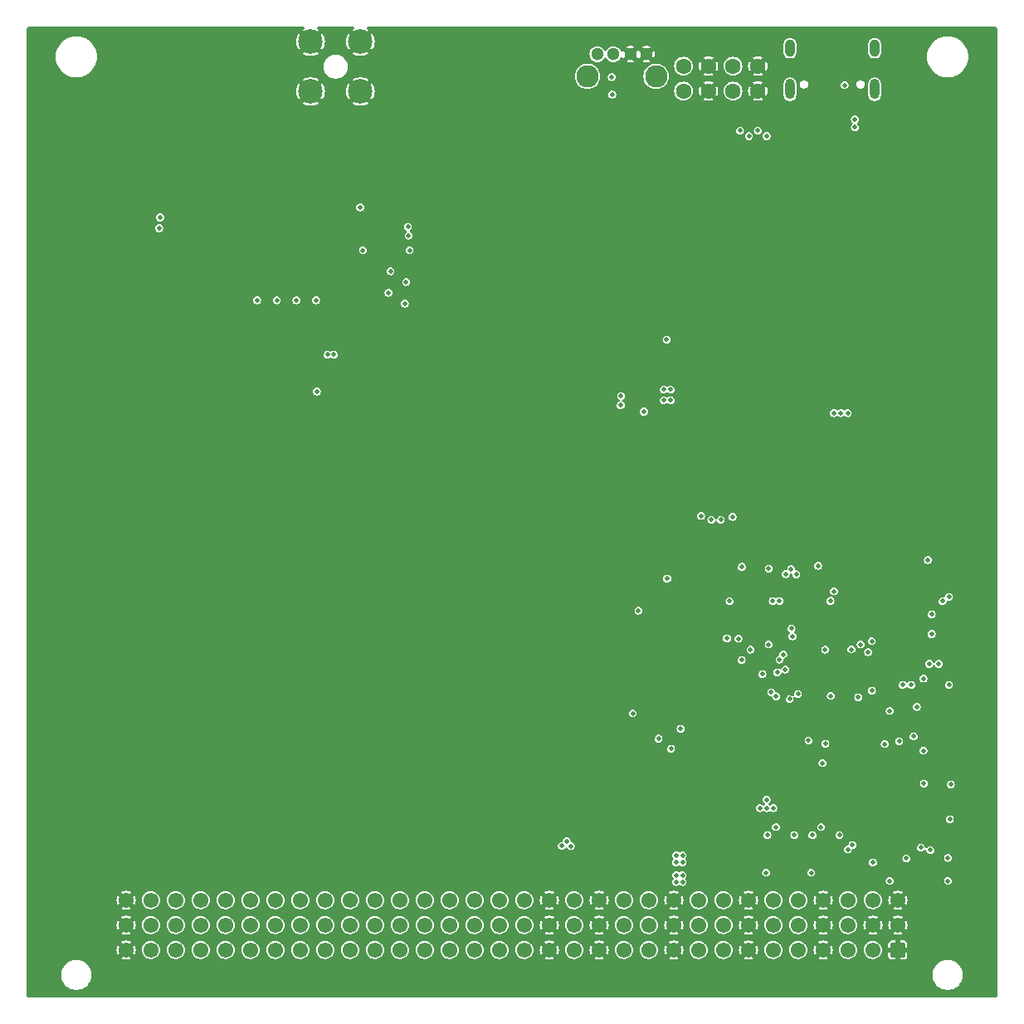
<source format=gbr>
%TF.GenerationSoftware,KiCad,Pcbnew,8.0.9-8.0.9-0~ubuntu24.04.1*%
%TF.CreationDate,2025-02-26T00:10:32+00:00*%
%TF.ProjectId,nav-module,6e61762d-6d6f-4647-956c-652e6b696361,1.0.0*%
%TF.SameCoordinates,Original*%
%TF.FileFunction,Copper,L2,Inr*%
%TF.FilePolarity,Positive*%
%FSLAX46Y46*%
G04 Gerber Fmt 4.6, Leading zero omitted, Abs format (unit mm)*
G04 Created by KiCad (PCBNEW 8.0.9-8.0.9-0~ubuntu24.04.1) date 2025-02-26 00:10:32*
%MOMM*%
%LPD*%
G01*
G04 APERTURE LIST*
G04 Aperture macros list*
%AMRoundRect*
0 Rectangle with rounded corners*
0 $1 Rounding radius*
0 $2 $3 $4 $5 $6 $7 $8 $9 X,Y pos of 4 corners*
0 Add a 4 corners polygon primitive as box body*
4,1,4,$2,$3,$4,$5,$6,$7,$8,$9,$2,$3,0*
0 Add four circle primitives for the rounded corners*
1,1,$1+$1,$2,$3*
1,1,$1+$1,$4,$5*
1,1,$1+$1,$6,$7*
1,1,$1+$1,$8,$9*
0 Add four rect primitives between the rounded corners*
20,1,$1+$1,$2,$3,$4,$5,0*
20,1,$1+$1,$4,$5,$6,$7,0*
20,1,$1+$1,$6,$7,$8,$9,0*
20,1,$1+$1,$8,$9,$2,$3,0*%
G04 Aperture macros list end*
%TA.AperFunction,ComponentPad*%
%ADD10C,1.600000*%
%TD*%
%TA.AperFunction,ComponentPad*%
%ADD11C,2.500000*%
%TD*%
%TA.AperFunction,ComponentPad*%
%ADD12O,1.000000X2.100000*%
%TD*%
%TA.AperFunction,ComponentPad*%
%ADD13O,1.000000X1.800000*%
%TD*%
%TA.AperFunction,ComponentPad*%
%ADD14RoundRect,0.249999X0.525001X0.525001X-0.525001X0.525001X-0.525001X-0.525001X0.525001X-0.525001X0*%
%TD*%
%TA.AperFunction,ComponentPad*%
%ADD15C,1.550000*%
%TD*%
%TA.AperFunction,ComponentPad*%
%ADD16C,1.300000*%
%TD*%
%TA.AperFunction,ComponentPad*%
%ADD17C,2.286000*%
%TD*%
%TA.AperFunction,ViaPad*%
%ADD18C,0.500000*%
%TD*%
G04 APERTURE END LIST*
D10*
%TO.N,Net-(LED300-Pad1)*%
%TO.C,LED300*%
X106863600Y-55785000D03*
%TO.N,GND*%
X109403600Y-55785000D03*
%TO.N,Net-(LED300-Pad3)*%
X106863600Y-58325000D03*
%TO.N,GND*%
X109403600Y-58325000D03*
%TD*%
D11*
%TO.N,GND*%
%TO.C,J1100*%
X68830000Y-53295001D03*
X68830000Y-58375001D03*
X73910000Y-53295001D03*
X73910000Y-58375001D03*
%TD*%
D12*
%TO.N,Net-(J800-SHIELD)*%
%TO.C,J800*%
X126370000Y-58140000D03*
D13*
X126370000Y-53960000D03*
D12*
X117730000Y-58140000D03*
D13*
X117730000Y-53960000D03*
%TD*%
D14*
%TO.N,GND*%
%TO.C,J200*%
X128740000Y-145975000D03*
D15*
%TO.N,/Backplane/BACKPLANE.D+*%
X126200000Y-145975000D03*
%TO.N,+5V_STDBY*%
X123660000Y-145975000D03*
%TO.N,GND*%
X121120000Y-145975000D03*
%TO.N,/Backplane/CAN1.+*%
X118580000Y-145975000D03*
%TO.N,/Backplane/CAN1.-*%
X116040000Y-145975000D03*
%TO.N,GND*%
X113500000Y-145975000D03*
%TO.N,/Backplane/CAN2.+*%
X110960000Y-145975000D03*
%TO.N,/Backplane/CAN2.-*%
X108420000Y-145975000D03*
%TO.N,GND*%
X105880000Y-145975000D03*
%TO.N,+12V*%
X103340000Y-145975000D03*
X100800000Y-145975000D03*
%TO.N,GND*%
X98260000Y-145975000D03*
%TO.N,+24V*%
X95720000Y-145975000D03*
%TO.N,GND*%
X93180000Y-145975000D03*
%TO.N,/Backplane/GPIOL0*%
X90640000Y-145975000D03*
%TO.N,/Backplane/GPIOL1*%
X88100000Y-145975000D03*
%TO.N,/Backplane/GPIOL2*%
X85560000Y-145975000D03*
%TO.N,/Backplane/GPIOL3*%
X83020000Y-145975000D03*
%TO.N,/Backplane/GPIOL4*%
X80480000Y-145975000D03*
%TO.N,/Backplane/GPIOL5*%
X77940000Y-145975000D03*
%TO.N,/Backplane/GPIOL6*%
X75400000Y-145975000D03*
%TO.N,/Backplane/GPIOL7*%
X72860000Y-145975000D03*
%TO.N,/Backplane/GPIOL8*%
X70320000Y-145975000D03*
%TO.N,/Backplane/GPIOL9*%
X67780000Y-145975000D03*
%TO.N,/Backplane/GPIOL10*%
X65240000Y-145975000D03*
%TO.N,/Backplane/GPIOL11*%
X62700000Y-145975000D03*
%TO.N,/Backplane/GPIOL12*%
X60160000Y-145975000D03*
%TO.N,/Backplane/GPIOL13*%
X57620000Y-145975000D03*
%TO.N,/Backplane/GPIOL14*%
X55080000Y-145975000D03*
%TO.N,/Backplane/GPIOL15*%
X52540000Y-145975000D03*
%TO.N,GND*%
X50000000Y-145975000D03*
X128740000Y-143435000D03*
X126200000Y-143435000D03*
%TO.N,+5V_STDBY*%
X123660000Y-143435000D03*
%TO.N,GND*%
X121120000Y-143435000D03*
%TO.N,/Backplane/CAN1.+*%
X118580000Y-143435000D03*
%TO.N,/Backplane/CAN1.-*%
X116040000Y-143435000D03*
%TO.N,GND*%
X113500000Y-143435000D03*
%TO.N,/Backplane/CAN2.+*%
X110960000Y-143435000D03*
%TO.N,/Backplane/CAN2.-*%
X108420000Y-143435000D03*
%TO.N,GND*%
X105880000Y-143435000D03*
%TO.N,+12V*%
X103340000Y-143435000D03*
X100800000Y-143435000D03*
%TO.N,GND*%
X98260000Y-143435000D03*
%TO.N,+24V*%
X95720000Y-143435000D03*
%TO.N,GND*%
X93180000Y-143435000D03*
%TO.N,/Backplane/GPIOC0*%
X90640000Y-143435000D03*
%TO.N,/Backplane/GPIOC1*%
X88100000Y-143435000D03*
%TO.N,/Backplane/GPIOC2*%
X85560000Y-143435000D03*
%TO.N,/Backplane/GPIOC3*%
X83020000Y-143435000D03*
%TO.N,/Backplane/GPIOC4*%
X80480000Y-143435000D03*
%TO.N,/Backplane/GPIOC5*%
X77940000Y-143435000D03*
%TO.N,/Backplane/GPIOC6*%
X75400000Y-143435000D03*
%TO.N,/Backplane/GPIOC7*%
X72860000Y-143435000D03*
%TO.N,/Backplane/GPIOC8*%
X70320000Y-143435000D03*
%TO.N,/Backplane/GPIOC9*%
X67780000Y-143435000D03*
%TO.N,/Backplane/GPIOC10*%
X65240000Y-143435000D03*
%TO.N,/Backplane/GPIOC11*%
X62700000Y-143435000D03*
%TO.N,/Backplane/GPIOC12*%
X60160000Y-143435000D03*
%TO.N,/Backplane/GPIOC13*%
X57620000Y-143435000D03*
%TO.N,/Backplane/GPIOC14*%
X55080000Y-143435000D03*
%TO.N,/Backplane/GPIOC15*%
X52540000Y-143435000D03*
%TO.N,GND*%
X50000000Y-143435000D03*
X128740000Y-140895000D03*
%TO.N,/Backplane/BACKPLANE.D-*%
X126200000Y-140895000D03*
%TO.N,+5V_STDBY*%
X123660000Y-140895000D03*
%TO.N,GND*%
X121120000Y-140895000D03*
%TO.N,/Backplane/CAN1.+*%
X118580000Y-140895000D03*
%TO.N,/Backplane/CAN1.-*%
X116040000Y-140895000D03*
%TO.N,GND*%
X113500000Y-140895000D03*
%TO.N,/Backplane/CAN2.+*%
X110960000Y-140895000D03*
%TO.N,/Backplane/CAN2.-*%
X108420000Y-140895000D03*
%TO.N,GND*%
X105880000Y-140895000D03*
%TO.N,+12V*%
X103340000Y-140895000D03*
X100800000Y-140895000D03*
%TO.N,GND*%
X98260000Y-140895000D03*
%TO.N,+24V*%
X95720000Y-140895000D03*
%TO.N,GND*%
X93180000Y-140895000D03*
%TO.N,/Backplane/GPIOR0*%
X90640000Y-140895000D03*
%TO.N,/Backplane/GPIOR1*%
X88100000Y-140895000D03*
%TO.N,/Backplane/GPIOR2*%
X85560000Y-140895000D03*
%TO.N,/Backplane/GPIOR3*%
X83020000Y-140895000D03*
%TO.N,/Backplane/GPIOR4*%
X80480000Y-140895000D03*
%TO.N,/Backplane/GPIOR5*%
X77940000Y-140895000D03*
%TO.N,/Backplane/GPIOR6*%
X75400000Y-140895000D03*
%TO.N,/Backplane/GPIOR7*%
X72860000Y-140895000D03*
%TO.N,/Backplane/GPIOR8*%
X70320000Y-140895000D03*
%TO.N,/Backplane/GPIOR9*%
X67780000Y-140895000D03*
%TO.N,/Backplane/GPIOR10*%
X65240000Y-140895000D03*
%TO.N,/Backplane/GPIOR11*%
X62700000Y-140895000D03*
%TO.N,/Backplane/GPIOR12*%
X60160000Y-140895000D03*
%TO.N,/Backplane/GPIOR13*%
X57620000Y-140895000D03*
%TO.N,/Backplane/GPIOR14*%
X55080000Y-140895000D03*
%TO.N,/Backplane/GPIOR15*%
X52540000Y-140895000D03*
%TO.N,GND*%
X50000000Y-140895000D03*
%TD*%
D16*
%TO.N,GND*%
%TO.C,SW400*%
X103080000Y-54575000D03*
X101450000Y-54575000D03*
%TO.N,/MCU/SWD.~{RST}*%
X99710000Y-54575000D03*
%TO.N,/MCU/USR_BUTTON*%
X98080000Y-54575000D03*
D17*
%TO.N,N/C*%
X104080000Y-56825000D03*
X97080000Y-56825000D03*
%TD*%
D10*
%TO.N,Net-(LED301-Pad1)*%
%TO.C,LED301*%
X111913600Y-55785000D03*
%TO.N,GND*%
X114453600Y-55785000D03*
%TO.N,Net-(LED301-Pad3)*%
X111913600Y-58325000D03*
%TO.N,GND*%
X114453600Y-58325000D03*
%TD*%
D18*
%TO.N,+3V3*%
X115300000Y-138075000D03*
X78830001Y-73075001D03*
X99598400Y-58685001D03*
X131350000Y-125625000D03*
X121325000Y-115325000D03*
X105160000Y-83685002D03*
X122220000Y-91185001D03*
X105560000Y-88785002D03*
X104325000Y-124400000D03*
X120590000Y-106765000D03*
X111869999Y-101785001D03*
X115350000Y-131500000D03*
X132050000Y-135775000D03*
X131800000Y-106175000D03*
X131400000Y-128975000D03*
X133950000Y-118922500D03*
X114650000Y-131500000D03*
X115350000Y-130625000D03*
X123620000Y-91185001D03*
X102275000Y-111350000D03*
X121350000Y-124927500D03*
X104860000Y-89885002D03*
X127900000Y-121575000D03*
X121875000Y-110350000D03*
X105200000Y-108075000D03*
X105560001Y-89885001D03*
X125700000Y-115575000D03*
X131350000Y-118275000D03*
X124000000Y-115300000D03*
X65370000Y-79685001D03*
X122225000Y-109375000D03*
X115575000Y-107050000D03*
X101700000Y-121825000D03*
X63370000Y-79685001D03*
X69370000Y-79685001D03*
X104860000Y-88785001D03*
X67370000Y-79685001D03*
X119900000Y-138075000D03*
X69470000Y-88985001D03*
X122920000Y-91185001D03*
X78930000Y-74575001D03*
X116025000Y-131500000D03*
X112825000Y-106875000D03*
X119625000Y-124600000D03*
X114450000Y-62375000D03*
X108670000Y-101685001D03*
X100460000Y-90385001D03*
%TO.N,GND*%
X106050000Y-107375000D03*
X65570000Y-59514683D03*
X75970000Y-57085001D03*
X69513330Y-74475001D03*
X108925000Y-107700000D03*
X67170000Y-63285001D03*
X99598400Y-57785001D03*
X65279998Y-76575001D03*
X95300000Y-131025000D03*
X74370000Y-62685001D03*
X103700000Y-128625000D03*
X106050000Y-106475000D03*
X76768430Y-61910522D03*
X64368430Y-61910522D03*
X61011143Y-78722155D03*
X129900000Y-124961216D03*
X73570000Y-61085001D03*
X123020000Y-92585001D03*
X61046666Y-74475001D03*
X128350000Y-134775000D03*
X104900000Y-128625000D03*
X63170000Y-57085001D03*
X68570000Y-88385001D03*
X62530000Y-82075001D03*
X109870720Y-132521542D03*
X66570000Y-60285001D03*
X75970000Y-64285001D03*
X69513330Y-70275001D03*
X134830000Y-142145001D03*
X100460000Y-91185001D03*
X127250000Y-134775000D03*
X48770000Y-69385001D03*
X61046666Y-76575001D03*
X116250000Y-62375000D03*
X95300000Y-133425000D03*
X73570000Y-64285001D03*
X69570000Y-63285001D03*
X132350000Y-125625000D03*
X65570000Y-56285001D03*
X113850000Y-136425000D03*
X75168430Y-61910522D03*
X75170000Y-63485001D03*
X60330000Y-64775001D03*
X109700000Y-128625000D03*
X63170000Y-58685001D03*
X106260000Y-88985001D03*
X96500000Y-128625000D03*
X67970000Y-63285001D03*
X76770000Y-53085001D03*
X74370000Y-63485001D03*
X130325000Y-129675000D03*
X65279998Y-72375001D03*
X106100000Y-128625000D03*
X110520720Y-132521542D03*
X76770000Y-55485001D03*
X67361141Y-78722155D03*
X75970000Y-63485001D03*
X64370000Y-64285001D03*
X65279998Y-74475001D03*
X108650000Y-136275000D03*
X71630000Y-72375001D03*
X72568430Y-61910522D03*
X105660000Y-90885000D03*
X102850000Y-119385001D03*
X113300000Y-128625000D03*
X76770000Y-58685001D03*
X58930000Y-70275001D03*
X63170000Y-53885001D03*
X75970000Y-62685001D03*
X75970000Y-56285001D03*
X103700000Y-132225000D03*
X76770000Y-63485001D03*
X75970000Y-57885001D03*
X97700000Y-128625000D03*
X63170000Y-59514683D03*
X108410002Y-90435000D03*
X67770000Y-87285001D03*
X69513330Y-68175002D03*
X115050000Y-136625000D03*
X64370000Y-54685001D03*
X121350000Y-123927500D03*
X103575000Y-106475000D03*
X68030000Y-82075001D03*
X75970000Y-61085001D03*
X71594477Y-78722155D03*
X66570000Y-59514683D03*
X116825000Y-106025000D03*
X119625000Y-125600000D03*
X108200000Y-104250000D03*
X64370000Y-58685001D03*
X61770000Y-115085001D03*
X126375000Y-109375000D03*
X74370000Y-64285001D03*
X124420000Y-92985001D03*
X126900000Y-113525000D03*
X131150000Y-116225000D03*
X66570000Y-56285001D03*
X112525000Y-106025000D03*
X63163332Y-70275001D03*
X67970000Y-64085001D03*
X66570000Y-57885001D03*
X97840000Y-111345001D03*
X71630000Y-68175002D03*
X63170000Y-62685001D03*
X67570000Y-61085001D03*
X73570000Y-63485001D03*
X63168430Y-61910522D03*
X76770000Y-57885001D03*
X65570000Y-58685001D03*
X113850000Y-137675000D03*
X100100000Y-128625000D03*
X94450000Y-138675000D03*
X64370000Y-56285001D03*
X65570000Y-57085001D03*
X116575000Y-107050000D03*
X128350000Y-135825000D03*
X76770000Y-64285001D03*
X65279998Y-68175002D03*
X67396664Y-70275001D03*
X65570000Y-55485001D03*
X75970000Y-58685001D03*
X76770000Y-56285001D03*
X98900000Y-128625000D03*
X118750000Y-126325000D03*
X64370000Y-60285001D03*
X134150000Y-128175000D03*
X67396664Y-76575001D03*
X63163332Y-72375001D03*
X131900000Y-133925000D03*
X126950000Y-106725000D03*
X67396664Y-74475001D03*
X69513330Y-76575001D03*
X119100000Y-134275000D03*
X75170000Y-62685001D03*
X111170720Y-132521542D03*
X75970000Y-60285001D03*
X103575000Y-107350000D03*
X66570000Y-57085001D03*
X69570000Y-64085001D03*
X76770000Y-59514683D03*
X62570000Y-115085001D03*
X103700000Y-133425000D03*
X67396664Y-72375001D03*
X74370000Y-61085001D03*
X63170000Y-63485001D03*
X122200000Y-115275000D03*
X63170000Y-60285001D03*
X103700000Y-131025000D03*
X66570000Y-58685001D03*
X77230000Y-69275001D03*
X117150000Y-62375000D03*
X131150000Y-115125000D03*
X119410000Y-61815001D03*
X70310000Y-60995001D03*
X76770000Y-60285001D03*
X133300000Y-122825000D03*
X63770000Y-84995001D03*
X118050000Y-62925000D03*
X108500000Y-128625000D03*
X68770000Y-64085001D03*
X63170000Y-53085001D03*
X133950000Y-119922500D03*
X75170000Y-61085001D03*
X68808824Y-63259329D03*
X134100000Y-133525000D03*
X122320000Y-89785001D03*
X134300000Y-135775000D03*
X61046666Y-72375001D03*
X76770000Y-62685001D03*
X112100000Y-128625000D03*
X58930000Y-76575001D03*
X105960000Y-83685001D03*
X107160001Y-82785000D03*
X58130000Y-64775001D03*
X64370000Y-63485001D03*
X78830001Y-71275001D03*
X65570000Y-53885001D03*
X71630000Y-70275001D03*
X75970000Y-53085001D03*
X60170000Y-115085001D03*
X63127809Y-78722155D03*
X58930000Y-74475001D03*
X63170000Y-64285001D03*
X73568430Y-61910522D03*
X64370000Y-61085001D03*
X113825000Y-106875000D03*
X71630000Y-76575001D03*
X75968430Y-61910522D03*
X73570000Y-62685001D03*
X121900000Y-133425000D03*
X65570000Y-61085001D03*
X76770000Y-54685001D03*
X64370000Y-59514683D03*
X114500000Y-128625000D03*
X64370000Y-62685001D03*
X63170000Y-55485001D03*
X65570000Y-60285001D03*
X75970000Y-54685001D03*
X74210000Y-73455001D03*
X63163332Y-74475001D03*
X69540000Y-61025001D03*
X100460000Y-88585001D03*
X63170000Y-57885001D03*
X118850000Y-59675000D03*
X121020000Y-89785001D03*
X71630000Y-74475001D03*
X60970000Y-115085001D03*
X103325000Y-124400000D03*
X72570000Y-61085001D03*
X69477807Y-78722155D03*
X64930000Y-85475001D03*
X64370000Y-57885001D03*
X76770000Y-57085001D03*
X76770000Y-61085001D03*
X121875000Y-111350000D03*
X108410001Y-86135002D03*
X64370000Y-53085001D03*
X117300000Y-133425000D03*
X120590000Y-105865000D03*
X129800000Y-133725000D03*
X75170000Y-64285001D03*
X95953492Y-138663288D03*
X127250000Y-135825000D03*
X64370000Y-53885001D03*
X66570000Y-55485001D03*
X131100000Y-136425000D03*
X75970000Y-59514683D03*
X61046666Y-68175002D03*
X64370000Y-57085001D03*
X110900000Y-128625000D03*
X72570000Y-63485001D03*
X48780000Y-74085001D03*
X101300000Y-128625000D03*
X70230000Y-64285001D03*
X58894477Y-78722155D03*
X72570000Y-62685001D03*
X99850000Y-134671508D03*
X104618595Y-87781488D03*
X67170000Y-64085001D03*
X102500000Y-128625000D03*
X75970000Y-55485001D03*
X66570000Y-54685001D03*
X65570000Y-57885001D03*
X95300000Y-132225000D03*
X107300000Y-128625000D03*
X95200000Y-138675000D03*
X99850000Y-135971508D03*
X63170000Y-56285001D03*
X66570000Y-53885001D03*
X95300000Y-129825000D03*
X63170000Y-54685001D03*
X136150000Y-138925000D03*
X102225000Y-122850000D03*
X65570000Y-54685001D03*
X126700000Y-115575000D03*
X64370000Y-55485001D03*
X102275000Y-110350000D03*
X123200000Y-136625000D03*
X66570000Y-53085001D03*
X65279998Y-70275001D03*
X106210001Y-86135002D03*
X69513330Y-72375001D03*
X72430000Y-82075001D03*
X131950000Y-139425000D03*
X72430000Y-64285001D03*
X113850000Y-137075000D03*
X63163332Y-76575001D03*
X125350000Y-62025000D03*
X125350000Y-61225000D03*
X63170000Y-61085001D03*
X75970000Y-53885001D03*
X123550000Y-125325000D03*
X66570000Y-61085001D03*
X132700000Y-132175000D03*
X61046666Y-70275001D03*
X63163332Y-68175002D03*
X99850000Y-135321508D03*
X123100000Y-115275000D03*
X67396664Y-68175002D03*
X65570000Y-53085001D03*
X103700000Y-129825000D03*
X76770000Y-53885001D03*
X95300000Y-128625000D03*
X65244475Y-78722155D03*
X74368430Y-61910522D03*
X58930000Y-72375001D03*
X132350000Y-118275000D03*
X58930000Y-68175002D03*
X119650000Y-136625000D03*
%TO.N,+5V*%
X106125000Y-137025000D03*
X134150000Y-129075000D03*
X116300000Y-133425000D03*
X106775000Y-136325000D03*
X133300000Y-110375000D03*
X131100000Y-135525001D03*
X106775000Y-137025000D03*
X126200000Y-137025000D03*
X106125000Y-136325000D03*
X120900000Y-133425000D03*
%TO.N,/ST-LINK/LED*%
X124950000Y-114800000D03*
X127400000Y-124950000D03*
%TO.N,/ST-LINK/STLINK-BOOT0*%
X130675000Y-121175000D03*
%TO.N,/ST-LINK/DIO*%
X128875000Y-124675000D03*
%TO.N,/ST-LINK/CLK*%
X130350000Y-124175000D03*
%TO.N,+12V_FUSED*%
X94451270Y-135361059D03*
X133950000Y-109925000D03*
X106125000Y-139025000D03*
X106125000Y-138325000D03*
X106775000Y-138325000D03*
X95375000Y-135375000D03*
X106775000Y-139025000D03*
X94950000Y-134875000D03*
%TO.N,/ST-LINK/STLINK_RX*%
X126100000Y-119500000D03*
X132200000Y-113725000D03*
%TO.N,/USB/VBUS_IN*%
X124350000Y-61225000D03*
X134050000Y-132625000D03*
%TO.N,/ST-LINK/STLINK_TX*%
X132200000Y-111725000D03*
X126075000Y-114450000D03*
%TO.N,/MCU/USR_BUTTON*%
X115975000Y-110350000D03*
X99538600Y-56899202D03*
%TO.N,/MCU/SWD.~{RST}*%
X111575001Y-110375000D03*
X121900000Y-120045000D03*
X118377238Y-107645000D03*
%TO.N,Net-(U302-PGANG)*%
X129600000Y-136625000D03*
X127900000Y-138925000D03*
%TO.N,Net-(U700-PA5)*%
X124700000Y-120175000D03*
X121054124Y-126900877D03*
%TO.N,Net-(U700-PC13)*%
X130100000Y-118925000D03*
X132900000Y-116775000D03*
%TO.N,Net-(U700-PC14)*%
X129225000Y-118925000D03*
X131950000Y-116775000D03*
%TO.N,/CAN transceiver 1/CAN.TX*%
X122775000Y-134250000D03*
X118550000Y-119850000D03*
%TO.N,/CAN transceiver 1/CAN.RX*%
X117700000Y-120375000D03*
X120025000Y-134250000D03*
%TO.N,/CAN transceiver 2/CAN.TX*%
X118175000Y-134250000D03*
X106575000Y-123400000D03*
%TO.N,/CAN transceiver 2/CAN.RX*%
X105600000Y-125425000D03*
X115425000Y-134250000D03*
%TO.N,/USB/CC1*%
X123300000Y-57725000D03*
X124350000Y-62025000D03*
%TO.N,Net-(U801-~{OE})*%
X133850000Y-136575000D03*
X133850000Y-138925000D03*
%TO.N,/MCU/USER_LED_1*%
X113550000Y-62925000D03*
X117850000Y-107125000D03*
%TO.N,/MCU/USER_LED_2*%
X117300000Y-107625000D03*
X112650000Y-62375000D03*
%TO.N,/MCU/STATUS_LED*%
X115350000Y-62925000D03*
X116675000Y-110350000D03*
%TO.N,/USB-hub/USB_GPS_.D+*%
X71195000Y-85224927D03*
X124099810Y-135255191D03*
%TO.N,/USB-hub/USB_GPS_.D-*%
X123640190Y-135714811D03*
X70545000Y-85224927D03*
%TO.N,/GPS-RTK/GPS_SPI.CLK*%
X76970000Y-76725002D03*
X117040000Y-115805001D03*
%TO.N,/GPS-RTK/GPS_SPI.CS*%
X115560000Y-114795001D03*
X78570000Y-77825002D03*
%TO.N,/GPS-RTK/GPS_NRESET*%
X78750000Y-72175001D03*
X117260000Y-117350000D03*
%TO.N,/IMU/IMU_NRESET*%
X100500000Y-89445001D03*
X111304124Y-114160877D03*
%TO.N,/GPS-RTK/GPS_EXINTERUPT*%
X73880000Y-70195001D03*
X114920000Y-117820001D03*
%TO.N,/GPS-RTK/GPS_MODE_SELECT*%
X116430000Y-117635001D03*
X74160000Y-74575001D03*
%TO.N,/GPS-RTK/GPS_SPI.MISO*%
X113710000Y-115325001D03*
X78445000Y-80025002D03*
%TO.N,/GPS-RTK/GPS_GEOFENCE_STAT*%
X53470000Y-71225003D03*
X116335000Y-120100001D03*
%TO.N,/GPS-RTK/GPS_RTK_STAT*%
X115820000Y-119665001D03*
X53370000Y-72325002D03*
%TO.N,/Barometr/BAROMETR_I2C.SCL*%
X117990000Y-113965001D03*
X109700000Y-102085001D03*
%TO.N,/Barometr/BAROMETR_I2C.SDA*%
X110680000Y-102085001D03*
X117880000Y-113175001D03*
%TO.N,/IMU/IMU_EXINTERUPT*%
X102830000Y-91035001D03*
X112470000Y-114210001D03*
%TO.N,/GPS-RTK/GPS_SPI.MOSI*%
X116667248Y-116337504D03*
X76770000Y-78925002D03*
X112810000Y-116365001D03*
%TD*%
%TA.AperFunction,Conductor*%
%TO.N,GND*%
G36*
X68150131Y-51805186D02*
G01*
X68195886Y-51857990D01*
X68205830Y-51927148D01*
X68176805Y-51990704D01*
X68142110Y-52018556D01*
X68034209Y-52076949D01*
X67995571Y-52107020D01*
X68429437Y-52540886D01*
X68427374Y-52541741D01*
X68288156Y-52634763D01*
X68169762Y-52753157D01*
X68076740Y-52892375D01*
X68075884Y-52894439D01*
X67642687Y-52461242D01*
X67550392Y-52602512D01*
X67453865Y-52822572D01*
X67394874Y-53055524D01*
X67375031Y-53294995D01*
X67375031Y-53295006D01*
X67394874Y-53534477D01*
X67453865Y-53767429D01*
X67550391Y-53987486D01*
X67642688Y-54128758D01*
X68075884Y-53695561D01*
X68076740Y-53697627D01*
X68169762Y-53836845D01*
X68288156Y-53955239D01*
X68427374Y-54048261D01*
X68429437Y-54049115D01*
X67995572Y-54482980D01*
X68034208Y-54513052D01*
X68245544Y-54627422D01*
X68245550Y-54627424D01*
X68472823Y-54705447D01*
X68709851Y-54745001D01*
X68950149Y-54745001D01*
X69187176Y-54705447D01*
X69414449Y-54627424D01*
X69414455Y-54627422D01*
X69625794Y-54513050D01*
X69625795Y-54513049D01*
X69664426Y-54482981D01*
X69664427Y-54482980D01*
X69230562Y-54049115D01*
X69232626Y-54048261D01*
X69371844Y-53955239D01*
X69490238Y-53836845D01*
X69583260Y-53697627D01*
X69584114Y-53695562D01*
X70017310Y-54128758D01*
X70109606Y-53987491D01*
X70206134Y-53767429D01*
X70265125Y-53534477D01*
X70284969Y-53295006D01*
X70284969Y-53294995D01*
X70265125Y-53055524D01*
X70206134Y-52822572D01*
X70109608Y-52602515D01*
X70017310Y-52461242D01*
X69584114Y-52894437D01*
X69583260Y-52892375D01*
X69490238Y-52753157D01*
X69371844Y-52634763D01*
X69232626Y-52541741D01*
X69230560Y-52540885D01*
X69664426Y-52107020D01*
X69664426Y-52107018D01*
X69625801Y-52076955D01*
X69625795Y-52076951D01*
X69517890Y-52018556D01*
X69468300Y-51969336D01*
X69453192Y-51901120D01*
X69477362Y-51835564D01*
X69533138Y-51793483D01*
X69576908Y-51785501D01*
X73163092Y-51785501D01*
X73230131Y-51805186D01*
X73275886Y-51857990D01*
X73285830Y-51927148D01*
X73256805Y-51990704D01*
X73222110Y-52018556D01*
X73114209Y-52076949D01*
X73075571Y-52107020D01*
X73509437Y-52540886D01*
X73507374Y-52541741D01*
X73368156Y-52634763D01*
X73249762Y-52753157D01*
X73156740Y-52892375D01*
X73155884Y-52894439D01*
X72722687Y-52461242D01*
X72630392Y-52602512D01*
X72533865Y-52822572D01*
X72474874Y-53055524D01*
X72455031Y-53294995D01*
X72455031Y-53295006D01*
X72474874Y-53534477D01*
X72533865Y-53767429D01*
X72630391Y-53987486D01*
X72722688Y-54128758D01*
X73155884Y-53695561D01*
X73156740Y-53697627D01*
X73249762Y-53836845D01*
X73368156Y-53955239D01*
X73507374Y-54048261D01*
X73509437Y-54049115D01*
X73075572Y-54482980D01*
X73114208Y-54513052D01*
X73325544Y-54627422D01*
X73325550Y-54627424D01*
X73552823Y-54705447D01*
X73789851Y-54745001D01*
X74030149Y-54745001D01*
X74267176Y-54705447D01*
X74494449Y-54627424D01*
X74494455Y-54627422D01*
X74591329Y-54574996D01*
X97274435Y-54574996D01*
X97274435Y-54575003D01*
X97294630Y-54754249D01*
X97294631Y-54754254D01*
X97354211Y-54924523D01*
X97431190Y-55047034D01*
X97450184Y-55077262D01*
X97577738Y-55204816D01*
X97730478Y-55300789D01*
X97900745Y-55360368D01*
X97900750Y-55360369D01*
X98079996Y-55380565D01*
X98080000Y-55380565D01*
X98080004Y-55380565D01*
X98259249Y-55360369D01*
X98259252Y-55360368D01*
X98259255Y-55360368D01*
X98429522Y-55300789D01*
X98582262Y-55204816D01*
X98709816Y-55077262D01*
X98790006Y-54949639D01*
X98842341Y-54903349D01*
X98911394Y-54892701D01*
X98975243Y-54921076D01*
X98999992Y-54949638D01*
X99080184Y-55077262D01*
X99207738Y-55204816D01*
X99360478Y-55300789D01*
X99530745Y-55360368D01*
X99530750Y-55360369D01*
X99709996Y-55380565D01*
X99710000Y-55380565D01*
X99710004Y-55380565D01*
X99889249Y-55360369D01*
X99889252Y-55360368D01*
X99889255Y-55360368D01*
X100059522Y-55300789D01*
X100212262Y-55204816D01*
X100339816Y-55077262D01*
X100435789Y-54924522D01*
X100435789Y-54924519D01*
X100435792Y-54924516D01*
X100438812Y-54918247D01*
X100439946Y-54918793D01*
X100476455Y-54867877D01*
X100541404Y-54842121D01*
X100609967Y-54855567D01*
X100660377Y-54903948D01*
X100666119Y-54916897D01*
X100666568Y-54916698D01*
X100669210Y-54922633D01*
X100698346Y-54973098D01*
X100698347Y-54973099D01*
X101050000Y-54621446D01*
X101050000Y-54627661D01*
X101077259Y-54729394D01*
X101129920Y-54820606D01*
X101204394Y-54895080D01*
X101295606Y-54947741D01*
X101397339Y-54975000D01*
X101403553Y-54975000D01*
X101050832Y-55327719D01*
X101050833Y-55327720D01*
X101185884Y-55387849D01*
X101185889Y-55387851D01*
X101360661Y-55425000D01*
X101539339Y-55425000D01*
X101714110Y-55387851D01*
X101714115Y-55387849D01*
X101849165Y-55327720D01*
X101849165Y-55327719D01*
X101496448Y-54975000D01*
X101502661Y-54975000D01*
X101604394Y-54947741D01*
X101695606Y-54895080D01*
X101770080Y-54820606D01*
X101822741Y-54729394D01*
X101850000Y-54627661D01*
X101850000Y-54621448D01*
X102201651Y-54973099D01*
X102248816Y-54966890D01*
X102281187Y-54966890D01*
X102328347Y-54973099D01*
X102680000Y-54621446D01*
X102680000Y-54627661D01*
X102707259Y-54729394D01*
X102759920Y-54820606D01*
X102834394Y-54895080D01*
X102925606Y-54947741D01*
X103027339Y-54975000D01*
X103033553Y-54975000D01*
X102680832Y-55327719D01*
X102680833Y-55327720D01*
X102815884Y-55387849D01*
X102815889Y-55387851D01*
X102990661Y-55425000D01*
X103169339Y-55425000D01*
X103344110Y-55387851D01*
X103344115Y-55387849D01*
X103479165Y-55327720D01*
X103479165Y-55327719D01*
X103126448Y-54975000D01*
X103132661Y-54975000D01*
X103234394Y-54947741D01*
X103325606Y-54895080D01*
X103400080Y-54820606D01*
X103452741Y-54729394D01*
X103480000Y-54627661D01*
X103480000Y-54621448D01*
X103831651Y-54973099D01*
X103831652Y-54973099D01*
X103860790Y-54922631D01*
X103916003Y-54752702D01*
X103916004Y-54752700D01*
X103934681Y-54575000D01*
X103918818Y-54424071D01*
X117079499Y-54424071D01*
X117104497Y-54549738D01*
X117104499Y-54549744D01*
X117153533Y-54668124D01*
X117153538Y-54668133D01*
X117224723Y-54774668D01*
X117224726Y-54774672D01*
X117315327Y-54865273D01*
X117315331Y-54865276D01*
X117421866Y-54936461D01*
X117421872Y-54936464D01*
X117421873Y-54936465D01*
X117540256Y-54985501D01*
X117540260Y-54985501D01*
X117540261Y-54985502D01*
X117665928Y-55010500D01*
X117665931Y-55010500D01*
X117794071Y-55010500D01*
X117892793Y-54990862D01*
X117919744Y-54985501D01*
X118038127Y-54936465D01*
X118144669Y-54865276D01*
X118235276Y-54774669D01*
X118306465Y-54668127D01*
X118355501Y-54549744D01*
X118368782Y-54482980D01*
X118380500Y-54424071D01*
X125719499Y-54424071D01*
X125744497Y-54549738D01*
X125744499Y-54549744D01*
X125793533Y-54668124D01*
X125793538Y-54668133D01*
X125864723Y-54774668D01*
X125864726Y-54774672D01*
X125955327Y-54865273D01*
X125955331Y-54865276D01*
X126061866Y-54936461D01*
X126061872Y-54936464D01*
X126061873Y-54936465D01*
X126180256Y-54985501D01*
X126180260Y-54985501D01*
X126180261Y-54985502D01*
X126305928Y-55010500D01*
X126305931Y-55010500D01*
X126434071Y-55010500D01*
X126532793Y-54990862D01*
X126559744Y-54985501D01*
X126678127Y-54936465D01*
X126784669Y-54865276D01*
X126804944Y-54845001D01*
X131714592Y-54845001D01*
X131734201Y-55131681D01*
X131792666Y-55413035D01*
X131792667Y-55413038D01*
X131888894Y-55683794D01*
X131888893Y-55683794D01*
X132021098Y-55938936D01*
X132186812Y-56173701D01*
X132258935Y-56250925D01*
X132382947Y-56383709D01*
X132605853Y-56565056D01*
X132774141Y-56667395D01*
X132851382Y-56714366D01*
X133038237Y-56795527D01*
X133114942Y-56828845D01*
X133391642Y-56906372D01*
X133632662Y-56939500D01*
X133676321Y-56945501D01*
X133676322Y-56945501D01*
X133963679Y-56945501D01*
X133994370Y-56941282D01*
X134248358Y-56906372D01*
X134525058Y-56828845D01*
X134651552Y-56773901D01*
X134788617Y-56714366D01*
X134788620Y-56714364D01*
X134788625Y-56714362D01*
X135034147Y-56565056D01*
X135257053Y-56383709D01*
X135453189Y-56173699D01*
X135618901Y-55938937D01*
X135751104Y-55683798D01*
X135847334Y-55413033D01*
X135905798Y-55131687D01*
X135925408Y-54845001D01*
X135905798Y-54558315D01*
X135847334Y-54276969D01*
X135837173Y-54248380D01*
X135751105Y-54006207D01*
X135751106Y-54006207D01*
X135618901Y-53751065D01*
X135453187Y-53516300D01*
X135324694Y-53378719D01*
X135257053Y-53306293D01*
X135034147Y-53124946D01*
X135034146Y-53124945D01*
X134788617Y-52975635D01*
X134525063Y-52861159D01*
X134525061Y-52861158D01*
X134525058Y-52861157D01*
X134387345Y-52822572D01*
X134248364Y-52783631D01*
X134248359Y-52783630D01*
X134248358Y-52783630D01*
X134106018Y-52764065D01*
X133963679Y-52744501D01*
X133963678Y-52744501D01*
X133676322Y-52744501D01*
X133676321Y-52744501D01*
X133391642Y-52783630D01*
X133391635Y-52783631D01*
X133183861Y-52841846D01*
X133114942Y-52861157D01*
X133114939Y-52861157D01*
X133114936Y-52861159D01*
X133114935Y-52861159D01*
X132851382Y-52975635D01*
X132605853Y-53124945D01*
X132382950Y-53306290D01*
X132186812Y-53516300D01*
X132021098Y-53751065D01*
X131888894Y-54006207D01*
X131792667Y-54276963D01*
X131792666Y-54276966D01*
X131734201Y-54558320D01*
X131714592Y-54845001D01*
X126804944Y-54845001D01*
X126875276Y-54774669D01*
X126946465Y-54668127D01*
X126995501Y-54549744D01*
X127008782Y-54482980D01*
X127020500Y-54424071D01*
X127020500Y-53495928D01*
X126995502Y-53370261D01*
X126995501Y-53370260D01*
X126995501Y-53370256D01*
X126946465Y-53251873D01*
X126946464Y-53251872D01*
X126946461Y-53251866D01*
X126875276Y-53145331D01*
X126875273Y-53145327D01*
X126784672Y-53054726D01*
X126784668Y-53054723D01*
X126678133Y-52983538D01*
X126678124Y-52983533D01*
X126559744Y-52934499D01*
X126559738Y-52934497D01*
X126434071Y-52909500D01*
X126434069Y-52909500D01*
X126305931Y-52909500D01*
X126305929Y-52909500D01*
X126180261Y-52934497D01*
X126180255Y-52934499D01*
X126061875Y-52983533D01*
X126061866Y-52983538D01*
X125955331Y-53054723D01*
X125955327Y-53054726D01*
X125864726Y-53145327D01*
X125864723Y-53145331D01*
X125793538Y-53251866D01*
X125793533Y-53251875D01*
X125744499Y-53370255D01*
X125744497Y-53370261D01*
X125719500Y-53495928D01*
X125719500Y-53495931D01*
X125719500Y-54424069D01*
X125719500Y-54424071D01*
X125719499Y-54424071D01*
X118380500Y-54424071D01*
X118380500Y-53495928D01*
X118355502Y-53370261D01*
X118355501Y-53370260D01*
X118355501Y-53370256D01*
X118306465Y-53251873D01*
X118306464Y-53251872D01*
X118306461Y-53251866D01*
X118235276Y-53145331D01*
X118235273Y-53145327D01*
X118144672Y-53054726D01*
X118144668Y-53054723D01*
X118038133Y-52983538D01*
X118038124Y-52983533D01*
X117919744Y-52934499D01*
X117919738Y-52934497D01*
X117794071Y-52909500D01*
X117794069Y-52909500D01*
X117665931Y-52909500D01*
X117665929Y-52909500D01*
X117540261Y-52934497D01*
X117540255Y-52934499D01*
X117421875Y-52983533D01*
X117421866Y-52983538D01*
X117315331Y-53054723D01*
X117315327Y-53054726D01*
X117224726Y-53145327D01*
X117224723Y-53145331D01*
X117153538Y-53251866D01*
X117153533Y-53251875D01*
X117104499Y-53370255D01*
X117104497Y-53370261D01*
X117079500Y-53495928D01*
X117079500Y-53495931D01*
X117079500Y-54424069D01*
X117079500Y-54424071D01*
X117079499Y-54424071D01*
X103918818Y-54424071D01*
X103916004Y-54397299D01*
X103916003Y-54397297D01*
X103860793Y-54227375D01*
X103860790Y-54227369D01*
X103831651Y-54176899D01*
X103480000Y-54528551D01*
X103480000Y-54522339D01*
X103452741Y-54420606D01*
X103400080Y-54329394D01*
X103325606Y-54254920D01*
X103234394Y-54202259D01*
X103132661Y-54175000D01*
X103126447Y-54175000D01*
X103479166Y-53822279D01*
X103344108Y-53762148D01*
X103344109Y-53762148D01*
X103169339Y-53725000D01*
X102990661Y-53725000D01*
X102815890Y-53762148D01*
X102815889Y-53762148D01*
X102680832Y-53822279D01*
X103033554Y-54175000D01*
X103027339Y-54175000D01*
X102925606Y-54202259D01*
X102834394Y-54254920D01*
X102759920Y-54329394D01*
X102707259Y-54420606D01*
X102680000Y-54522339D01*
X102680000Y-54528553D01*
X102328346Y-54176899D01*
X102281187Y-54183108D01*
X102248818Y-54183108D01*
X102201652Y-54176898D01*
X101850000Y-54528551D01*
X101850000Y-54522339D01*
X101822741Y-54420606D01*
X101770080Y-54329394D01*
X101695606Y-54254920D01*
X101604394Y-54202259D01*
X101502661Y-54175000D01*
X101496447Y-54175000D01*
X101849166Y-53822279D01*
X101714108Y-53762148D01*
X101714109Y-53762148D01*
X101539339Y-53725000D01*
X101360661Y-53725000D01*
X101185890Y-53762148D01*
X101185889Y-53762148D01*
X101050832Y-53822279D01*
X101403554Y-54175000D01*
X101397339Y-54175000D01*
X101295606Y-54202259D01*
X101204394Y-54254920D01*
X101129920Y-54329394D01*
X101077259Y-54420606D01*
X101050000Y-54522339D01*
X101050000Y-54528553D01*
X100698347Y-54176900D01*
X100669207Y-54227373D01*
X100666566Y-54233306D01*
X100664211Y-54232257D01*
X100631232Y-54280436D01*
X100566859Y-54307601D01*
X100498019Y-54295651D01*
X100446568Y-54248380D01*
X100436411Y-54226768D01*
X100435792Y-54225483D01*
X100435788Y-54225476D01*
X100339816Y-54072738D01*
X100212262Y-53945184D01*
X100059523Y-53849211D01*
X99889254Y-53789631D01*
X99889249Y-53789630D01*
X99710004Y-53769435D01*
X99709996Y-53769435D01*
X99530750Y-53789630D01*
X99530745Y-53789631D01*
X99360476Y-53849211D01*
X99207737Y-53945184D01*
X99080184Y-54072737D01*
X98999994Y-54200359D01*
X98947659Y-54246650D01*
X98878605Y-54257298D01*
X98814757Y-54228923D01*
X98790006Y-54200359D01*
X98709815Y-54072737D01*
X98582262Y-53945184D01*
X98429523Y-53849211D01*
X98259254Y-53789631D01*
X98259249Y-53789630D01*
X98080004Y-53769435D01*
X98079996Y-53769435D01*
X97900750Y-53789630D01*
X97900745Y-53789631D01*
X97730476Y-53849211D01*
X97577737Y-53945184D01*
X97450184Y-54072737D01*
X97354211Y-54225476D01*
X97294631Y-54395745D01*
X97294630Y-54395750D01*
X97274435Y-54574996D01*
X74591329Y-54574996D01*
X74705794Y-54513050D01*
X74705795Y-54513049D01*
X74744426Y-54482981D01*
X74744427Y-54482980D01*
X74310562Y-54049115D01*
X74312626Y-54048261D01*
X74451844Y-53955239D01*
X74570238Y-53836845D01*
X74663260Y-53697627D01*
X74664114Y-53695562D01*
X75097310Y-54128758D01*
X75189606Y-53987491D01*
X75286134Y-53767429D01*
X75345125Y-53534477D01*
X75364969Y-53295006D01*
X75364969Y-53294995D01*
X75345125Y-53055524D01*
X75286134Y-52822572D01*
X75189608Y-52602515D01*
X75097310Y-52461242D01*
X74664114Y-52894437D01*
X74663260Y-52892375D01*
X74570238Y-52753157D01*
X74451844Y-52634763D01*
X74312626Y-52541741D01*
X74310560Y-52540885D01*
X74744426Y-52107020D01*
X74744426Y-52107018D01*
X74705801Y-52076955D01*
X74705795Y-52076951D01*
X74597890Y-52018556D01*
X74548300Y-51969336D01*
X74533192Y-51901120D01*
X74557362Y-51835564D01*
X74613138Y-51793483D01*
X74656908Y-51785501D01*
X138745500Y-51785501D01*
X138812539Y-51805186D01*
X138858294Y-51857990D01*
X138869500Y-51909501D01*
X138869500Y-150660501D01*
X138849815Y-150727540D01*
X138797011Y-150773295D01*
X138745500Y-150784501D01*
X39994500Y-150784501D01*
X39927461Y-150764816D01*
X39881706Y-150712012D01*
X39870500Y-150660501D01*
X39870500Y-148394941D01*
X43394500Y-148394941D01*
X43394500Y-148635058D01*
X43432063Y-148872222D01*
X43506265Y-149100593D01*
X43615276Y-149314536D01*
X43756414Y-149508796D01*
X43926204Y-149678586D01*
X44120464Y-149819724D01*
X44221543Y-149871226D01*
X44334406Y-149928734D01*
X44334408Y-149928734D01*
X44334411Y-149928736D01*
X44562778Y-150002937D01*
X44799941Y-150040500D01*
X44799942Y-150040500D01*
X45040058Y-150040500D01*
X45040059Y-150040500D01*
X45277222Y-150002937D01*
X45505589Y-149928736D01*
X45719536Y-149819724D01*
X45913796Y-149678586D01*
X46083586Y-149508796D01*
X46224724Y-149314536D01*
X46333736Y-149100589D01*
X46407937Y-148872222D01*
X46445500Y-148635059D01*
X46445500Y-148394941D01*
X132294500Y-148394941D01*
X132294500Y-148635058D01*
X132332063Y-148872222D01*
X132406265Y-149100593D01*
X132515276Y-149314536D01*
X132656414Y-149508796D01*
X132826204Y-149678586D01*
X133020464Y-149819724D01*
X133121543Y-149871226D01*
X133234406Y-149928734D01*
X133234408Y-149928734D01*
X133234411Y-149928736D01*
X133462778Y-150002937D01*
X133699941Y-150040500D01*
X133699942Y-150040500D01*
X133940058Y-150040500D01*
X133940059Y-150040500D01*
X134177222Y-150002937D01*
X134405589Y-149928736D01*
X134619536Y-149819724D01*
X134813796Y-149678586D01*
X134983586Y-149508796D01*
X135124724Y-149314536D01*
X135233736Y-149100589D01*
X135307937Y-148872222D01*
X135345500Y-148635059D01*
X135345500Y-148394941D01*
X135307937Y-148157778D01*
X135233736Y-147929411D01*
X135233734Y-147929408D01*
X135233734Y-147929406D01*
X135124723Y-147715463D01*
X134983586Y-147521204D01*
X134813796Y-147351414D01*
X134619536Y-147210276D01*
X134405593Y-147101265D01*
X134177222Y-147027063D01*
X133940059Y-146989500D01*
X133699941Y-146989500D01*
X133581359Y-147008281D01*
X133462777Y-147027063D01*
X133234406Y-147101265D01*
X133020463Y-147210276D01*
X132826201Y-147351416D01*
X132656416Y-147521201D01*
X132515276Y-147715463D01*
X132406265Y-147929406D01*
X132332063Y-148157777D01*
X132294500Y-148394941D01*
X46445500Y-148394941D01*
X46407937Y-148157778D01*
X46333736Y-147929411D01*
X46333734Y-147929408D01*
X46333734Y-147929406D01*
X46224723Y-147715463D01*
X46083586Y-147521204D01*
X45913796Y-147351414D01*
X45719536Y-147210276D01*
X45505593Y-147101265D01*
X45277222Y-147027063D01*
X45040059Y-146989500D01*
X44799941Y-146989500D01*
X44681359Y-147008281D01*
X44562777Y-147027063D01*
X44334406Y-147101265D01*
X44120463Y-147210276D01*
X43926201Y-147351416D01*
X43756416Y-147521201D01*
X43615276Y-147715463D01*
X43506265Y-147929406D01*
X43432063Y-148157777D01*
X43394500Y-148394941D01*
X39870500Y-148394941D01*
X39870500Y-145975000D01*
X49020282Y-145975000D01*
X49039106Y-146166134D01*
X49039107Y-146166136D01*
X49094857Y-146349918D01*
X49094858Y-146349920D01*
X49156395Y-146465049D01*
X49156396Y-146465050D01*
X49517037Y-146104408D01*
X49534075Y-146167993D01*
X49599901Y-146282007D01*
X49692993Y-146375099D01*
X49807007Y-146440925D01*
X49870590Y-146457962D01*
X49509949Y-146818603D01*
X49625082Y-146880142D01*
X49808863Y-146935892D01*
X49808865Y-146935893D01*
X50000000Y-146954717D01*
X50191134Y-146935893D01*
X50191136Y-146935892D01*
X50374921Y-146880141D01*
X50490049Y-146818603D01*
X50129409Y-146457962D01*
X50192993Y-146440925D01*
X50307007Y-146375099D01*
X50400099Y-146282007D01*
X50465925Y-146167993D01*
X50482962Y-146104408D01*
X50843603Y-146465049D01*
X50905141Y-146349921D01*
X50960892Y-146166136D01*
X50960893Y-146166134D01*
X50979717Y-145975000D01*
X51609402Y-145975000D01*
X51629738Y-146168483D01*
X51689856Y-146353510D01*
X51689857Y-146353511D01*
X51759999Y-146475000D01*
X51787130Y-146521992D01*
X51816137Y-146554207D01*
X51917302Y-146666564D01*
X51917305Y-146666566D01*
X51917308Y-146666569D01*
X52035352Y-146752333D01*
X52074702Y-146780923D01*
X52142926Y-146811297D01*
X52252429Y-146860051D01*
X52442726Y-146900500D01*
X52637274Y-146900500D01*
X52827571Y-146860051D01*
X53005299Y-146780922D01*
X53162692Y-146666569D01*
X53292870Y-146521992D01*
X53390144Y-146353508D01*
X53450262Y-146168482D01*
X53470598Y-145975000D01*
X54149402Y-145975000D01*
X54169738Y-146168483D01*
X54229856Y-146353510D01*
X54229857Y-146353511D01*
X54299999Y-146475000D01*
X54327130Y-146521992D01*
X54356137Y-146554207D01*
X54457302Y-146666564D01*
X54457305Y-146666566D01*
X54457308Y-146666569D01*
X54575352Y-146752333D01*
X54614702Y-146780923D01*
X54682926Y-146811297D01*
X54792429Y-146860051D01*
X54982726Y-146900500D01*
X55177274Y-146900500D01*
X55367571Y-146860051D01*
X55545299Y-146780922D01*
X55702692Y-146666569D01*
X55832870Y-146521992D01*
X55930144Y-146353508D01*
X55990262Y-146168482D01*
X56010598Y-145975000D01*
X56689402Y-145975000D01*
X56709738Y-146168483D01*
X56769856Y-146353510D01*
X56769857Y-146353511D01*
X56839999Y-146475000D01*
X56867130Y-146521992D01*
X56896137Y-146554207D01*
X56997302Y-146666564D01*
X56997305Y-146666566D01*
X56997308Y-146666569D01*
X57115352Y-146752333D01*
X57154702Y-146780923D01*
X57222926Y-146811297D01*
X57332429Y-146860051D01*
X57522726Y-146900500D01*
X57717274Y-146900500D01*
X57907571Y-146860051D01*
X58085299Y-146780922D01*
X58242692Y-146666569D01*
X58372870Y-146521992D01*
X58470144Y-146353508D01*
X58530262Y-146168482D01*
X58550598Y-145975000D01*
X59229402Y-145975000D01*
X59249738Y-146168483D01*
X59309856Y-146353510D01*
X59309857Y-146353511D01*
X59379999Y-146475000D01*
X59407130Y-146521992D01*
X59436137Y-146554207D01*
X59537302Y-146666564D01*
X59537305Y-146666566D01*
X59537308Y-146666569D01*
X59655352Y-146752333D01*
X59694702Y-146780923D01*
X59762926Y-146811297D01*
X59872429Y-146860051D01*
X60062726Y-146900500D01*
X60257274Y-146900500D01*
X60447571Y-146860051D01*
X60625299Y-146780922D01*
X60782692Y-146666569D01*
X60912870Y-146521992D01*
X61010144Y-146353508D01*
X61070262Y-146168482D01*
X61090598Y-145975000D01*
X61769402Y-145975000D01*
X61789738Y-146168483D01*
X61849856Y-146353510D01*
X61849857Y-146353511D01*
X61919999Y-146475000D01*
X61947130Y-146521992D01*
X61976137Y-146554207D01*
X62077302Y-146666564D01*
X62077305Y-146666566D01*
X62077308Y-146666569D01*
X62195352Y-146752333D01*
X62234702Y-146780923D01*
X62302926Y-146811297D01*
X62412429Y-146860051D01*
X62602726Y-146900500D01*
X62797274Y-146900500D01*
X62987571Y-146860051D01*
X63165299Y-146780922D01*
X63322692Y-146666569D01*
X63452870Y-146521992D01*
X63550144Y-146353508D01*
X63610262Y-146168482D01*
X63630598Y-145975000D01*
X64309402Y-145975000D01*
X64329738Y-146168483D01*
X64389856Y-146353510D01*
X64389857Y-146353511D01*
X64459999Y-146475000D01*
X64487130Y-146521992D01*
X64516137Y-146554207D01*
X64617302Y-146666564D01*
X64617305Y-146666566D01*
X64617308Y-146666569D01*
X64735352Y-146752333D01*
X64774702Y-146780923D01*
X64842926Y-146811297D01*
X64952429Y-146860051D01*
X65142726Y-146900500D01*
X65337274Y-146900500D01*
X65527571Y-146860051D01*
X65705299Y-146780922D01*
X65862692Y-146666569D01*
X65992870Y-146521992D01*
X66090144Y-146353508D01*
X66150262Y-146168482D01*
X66170598Y-145975000D01*
X66849402Y-145975000D01*
X66869738Y-146168483D01*
X66929856Y-146353510D01*
X66929857Y-146353511D01*
X66999999Y-146475000D01*
X67027130Y-146521992D01*
X67056137Y-146554207D01*
X67157302Y-146666564D01*
X67157305Y-146666566D01*
X67157308Y-146666569D01*
X67275352Y-146752333D01*
X67314702Y-146780923D01*
X67382926Y-146811297D01*
X67492429Y-146860051D01*
X67682726Y-146900500D01*
X67877274Y-146900500D01*
X68067571Y-146860051D01*
X68245299Y-146780922D01*
X68402692Y-146666569D01*
X68532870Y-146521992D01*
X68630144Y-146353508D01*
X68690262Y-146168482D01*
X68710598Y-145975000D01*
X69389402Y-145975000D01*
X69409738Y-146168483D01*
X69469856Y-146353510D01*
X69469857Y-146353511D01*
X69539999Y-146475000D01*
X69567130Y-146521992D01*
X69596137Y-146554207D01*
X69697302Y-146666564D01*
X69697305Y-146666566D01*
X69697308Y-146666569D01*
X69815352Y-146752333D01*
X69854702Y-146780923D01*
X69922926Y-146811297D01*
X70032429Y-146860051D01*
X70222726Y-146900500D01*
X70417274Y-146900500D01*
X70607571Y-146860051D01*
X70785299Y-146780922D01*
X70942692Y-146666569D01*
X71072870Y-146521992D01*
X71170144Y-146353508D01*
X71230262Y-146168482D01*
X71250598Y-145975000D01*
X71929402Y-145975000D01*
X71949738Y-146168483D01*
X72009856Y-146353510D01*
X72009857Y-146353511D01*
X72079999Y-146475000D01*
X72107130Y-146521992D01*
X72136137Y-146554207D01*
X72237302Y-146666564D01*
X72237305Y-146666566D01*
X72237308Y-146666569D01*
X72355352Y-146752333D01*
X72394702Y-146780923D01*
X72462926Y-146811297D01*
X72572429Y-146860051D01*
X72762726Y-146900500D01*
X72957274Y-146900500D01*
X73147571Y-146860051D01*
X73325299Y-146780922D01*
X73482692Y-146666569D01*
X73612870Y-146521992D01*
X73710144Y-146353508D01*
X73770262Y-146168482D01*
X73790598Y-145975000D01*
X74469402Y-145975000D01*
X74489738Y-146168483D01*
X74549856Y-146353510D01*
X74549857Y-146353511D01*
X74619999Y-146475000D01*
X74647130Y-146521992D01*
X74676137Y-146554207D01*
X74777302Y-146666564D01*
X74777305Y-146666566D01*
X74777308Y-146666569D01*
X74895352Y-146752333D01*
X74934702Y-146780923D01*
X75002926Y-146811297D01*
X75112429Y-146860051D01*
X75302726Y-146900500D01*
X75497274Y-146900500D01*
X75687571Y-146860051D01*
X75865299Y-146780922D01*
X76022692Y-146666569D01*
X76152870Y-146521992D01*
X76250144Y-146353508D01*
X76310262Y-146168482D01*
X76330598Y-145975000D01*
X77009402Y-145975000D01*
X77029738Y-146168483D01*
X77089856Y-146353510D01*
X77089857Y-146353511D01*
X77159999Y-146475000D01*
X77187130Y-146521992D01*
X77216137Y-146554207D01*
X77317302Y-146666564D01*
X77317305Y-146666566D01*
X77317308Y-146666569D01*
X77435352Y-146752333D01*
X77474702Y-146780923D01*
X77542926Y-146811297D01*
X77652429Y-146860051D01*
X77842726Y-146900500D01*
X78037274Y-146900500D01*
X78227571Y-146860051D01*
X78405299Y-146780922D01*
X78562692Y-146666569D01*
X78692870Y-146521992D01*
X78790144Y-146353508D01*
X78850262Y-146168482D01*
X78870598Y-145975000D01*
X79549402Y-145975000D01*
X79569738Y-146168483D01*
X79629856Y-146353510D01*
X79629857Y-146353511D01*
X79699999Y-146475000D01*
X79727130Y-146521992D01*
X79756137Y-146554207D01*
X79857302Y-146666564D01*
X79857305Y-146666566D01*
X79857308Y-146666569D01*
X79975352Y-146752333D01*
X80014702Y-146780923D01*
X80082926Y-146811297D01*
X80192429Y-146860051D01*
X80382726Y-146900500D01*
X80577274Y-146900500D01*
X80767571Y-146860051D01*
X80945299Y-146780922D01*
X81102692Y-146666569D01*
X81232870Y-146521992D01*
X81330144Y-146353508D01*
X81390262Y-146168482D01*
X81410598Y-145975000D01*
X82089402Y-145975000D01*
X82109738Y-146168483D01*
X82169856Y-146353510D01*
X82169857Y-146353511D01*
X82239999Y-146475000D01*
X82267130Y-146521992D01*
X82296137Y-146554207D01*
X82397302Y-146666564D01*
X82397305Y-146666566D01*
X82397308Y-146666569D01*
X82515352Y-146752333D01*
X82554702Y-146780923D01*
X82622926Y-146811297D01*
X82732429Y-146860051D01*
X82922726Y-146900500D01*
X83117274Y-146900500D01*
X83307571Y-146860051D01*
X83485299Y-146780922D01*
X83642692Y-146666569D01*
X83772870Y-146521992D01*
X83870144Y-146353508D01*
X83930262Y-146168482D01*
X83950598Y-145975000D01*
X84629402Y-145975000D01*
X84649738Y-146168483D01*
X84709856Y-146353510D01*
X84709857Y-146353511D01*
X84779999Y-146475000D01*
X84807130Y-146521992D01*
X84836137Y-146554207D01*
X84937302Y-146666564D01*
X84937305Y-146666566D01*
X84937308Y-146666569D01*
X85055352Y-146752333D01*
X85094702Y-146780923D01*
X85162926Y-146811297D01*
X85272429Y-146860051D01*
X85462726Y-146900500D01*
X85657274Y-146900500D01*
X85847571Y-146860051D01*
X86025299Y-146780922D01*
X86182692Y-146666569D01*
X86312870Y-146521992D01*
X86410144Y-146353508D01*
X86470262Y-146168482D01*
X86490598Y-145975000D01*
X87169402Y-145975000D01*
X87189738Y-146168483D01*
X87249856Y-146353510D01*
X87249857Y-146353511D01*
X87319999Y-146475000D01*
X87347130Y-146521992D01*
X87376137Y-146554207D01*
X87477302Y-146666564D01*
X87477305Y-146666566D01*
X87477308Y-146666569D01*
X87595352Y-146752333D01*
X87634702Y-146780923D01*
X87702926Y-146811297D01*
X87812429Y-146860051D01*
X88002726Y-146900500D01*
X88197274Y-146900500D01*
X88387571Y-146860051D01*
X88565299Y-146780922D01*
X88722692Y-146666569D01*
X88852870Y-146521992D01*
X88950144Y-146353508D01*
X89010262Y-146168482D01*
X89030598Y-145975000D01*
X89709402Y-145975000D01*
X89729738Y-146168483D01*
X89789856Y-146353510D01*
X89789857Y-146353511D01*
X89859999Y-146475000D01*
X89887130Y-146521992D01*
X89916137Y-146554207D01*
X90017302Y-146666564D01*
X90017305Y-146666566D01*
X90017308Y-146666569D01*
X90135352Y-146752333D01*
X90174702Y-146780923D01*
X90242926Y-146811297D01*
X90352429Y-146860051D01*
X90542726Y-146900500D01*
X90737274Y-146900500D01*
X90927571Y-146860051D01*
X91105299Y-146780922D01*
X91262692Y-146666569D01*
X91392870Y-146521992D01*
X91490144Y-146353508D01*
X91550262Y-146168482D01*
X91570598Y-145975000D01*
X92200282Y-145975000D01*
X92219106Y-146166134D01*
X92219107Y-146166136D01*
X92274857Y-146349918D01*
X92274858Y-146349920D01*
X92336395Y-146465049D01*
X92336396Y-146465050D01*
X92697037Y-146104408D01*
X92714075Y-146167993D01*
X92779901Y-146282007D01*
X92872993Y-146375099D01*
X92987007Y-146440925D01*
X93050590Y-146457962D01*
X92689949Y-146818603D01*
X92805082Y-146880142D01*
X92988863Y-146935892D01*
X92988865Y-146935893D01*
X93180000Y-146954717D01*
X93371134Y-146935893D01*
X93371136Y-146935892D01*
X93554921Y-146880141D01*
X93670049Y-146818603D01*
X93309409Y-146457962D01*
X93372993Y-146440925D01*
X93487007Y-146375099D01*
X93580099Y-146282007D01*
X93645925Y-146167993D01*
X93662962Y-146104408D01*
X94023603Y-146465049D01*
X94085141Y-146349921D01*
X94140892Y-146166136D01*
X94140893Y-146166134D01*
X94159717Y-145975000D01*
X94789402Y-145975000D01*
X94809738Y-146168483D01*
X94869856Y-146353510D01*
X94869857Y-146353511D01*
X94939999Y-146475000D01*
X94967130Y-146521992D01*
X94996137Y-146554207D01*
X95097302Y-146666564D01*
X95097305Y-146666566D01*
X95097308Y-146666569D01*
X95215352Y-146752333D01*
X95254702Y-146780923D01*
X95322926Y-146811297D01*
X95432429Y-146860051D01*
X95622726Y-146900500D01*
X95817274Y-146900500D01*
X96007571Y-146860051D01*
X96185299Y-146780922D01*
X96342692Y-146666569D01*
X96472870Y-146521992D01*
X96570144Y-146353508D01*
X96630262Y-146168482D01*
X96650598Y-145975000D01*
X97280282Y-145975000D01*
X97299106Y-146166134D01*
X97299107Y-146166136D01*
X97354857Y-146349918D01*
X97354858Y-146349920D01*
X97416395Y-146465049D01*
X97416396Y-146465050D01*
X97777037Y-146104408D01*
X97794075Y-146167993D01*
X97859901Y-146282007D01*
X97952993Y-146375099D01*
X98067007Y-146440925D01*
X98130590Y-146457962D01*
X97769949Y-146818603D01*
X97885082Y-146880142D01*
X98068863Y-146935892D01*
X98068865Y-146935893D01*
X98260000Y-146954717D01*
X98451134Y-146935893D01*
X98451136Y-146935892D01*
X98634921Y-146880141D01*
X98750049Y-146818603D01*
X98389409Y-146457962D01*
X98452993Y-146440925D01*
X98567007Y-146375099D01*
X98660099Y-146282007D01*
X98725925Y-146167993D01*
X98742962Y-146104408D01*
X99103603Y-146465049D01*
X99165141Y-146349921D01*
X99220892Y-146166136D01*
X99220893Y-146166134D01*
X99239717Y-145975000D01*
X99869402Y-145975000D01*
X99889738Y-146168483D01*
X99949856Y-146353510D01*
X99949857Y-146353511D01*
X100019999Y-146475000D01*
X100047130Y-146521992D01*
X100076137Y-146554207D01*
X100177302Y-146666564D01*
X100177305Y-146666566D01*
X100177308Y-146666569D01*
X100295352Y-146752333D01*
X100334702Y-146780923D01*
X100402926Y-146811297D01*
X100512429Y-146860051D01*
X100702726Y-146900500D01*
X100897274Y-146900500D01*
X101087571Y-146860051D01*
X101265299Y-146780922D01*
X101422692Y-146666569D01*
X101552870Y-146521992D01*
X101650144Y-146353508D01*
X101710262Y-146168482D01*
X101730598Y-145975000D01*
X102409402Y-145975000D01*
X102429738Y-146168483D01*
X102489856Y-146353510D01*
X102489857Y-146353511D01*
X102559999Y-146475000D01*
X102587130Y-146521992D01*
X102616137Y-146554207D01*
X102717302Y-146666564D01*
X102717305Y-146666566D01*
X102717308Y-146666569D01*
X102835352Y-146752333D01*
X102874702Y-146780923D01*
X102942926Y-146811297D01*
X103052429Y-146860051D01*
X103242726Y-146900500D01*
X103437274Y-146900500D01*
X103627571Y-146860051D01*
X103805299Y-146780922D01*
X103962692Y-146666569D01*
X104092870Y-146521992D01*
X104190144Y-146353508D01*
X104250262Y-146168482D01*
X104270598Y-145975000D01*
X104900282Y-145975000D01*
X104919106Y-146166134D01*
X104919107Y-146166136D01*
X104974857Y-146349918D01*
X104974858Y-146349920D01*
X105036395Y-146465049D01*
X105036396Y-146465050D01*
X105397037Y-146104408D01*
X105414075Y-146167993D01*
X105479901Y-146282007D01*
X105572993Y-146375099D01*
X105687007Y-146440925D01*
X105750590Y-146457962D01*
X105389949Y-146818603D01*
X105505082Y-146880142D01*
X105688863Y-146935892D01*
X105688865Y-146935893D01*
X105880000Y-146954717D01*
X106071134Y-146935893D01*
X106071136Y-146935892D01*
X106254921Y-146880141D01*
X106370049Y-146818603D01*
X106009409Y-146457962D01*
X106072993Y-146440925D01*
X106187007Y-146375099D01*
X106280099Y-146282007D01*
X106345925Y-146167993D01*
X106362962Y-146104408D01*
X106723603Y-146465049D01*
X106785141Y-146349921D01*
X106840892Y-146166136D01*
X106840893Y-146166134D01*
X106859717Y-145975000D01*
X107489402Y-145975000D01*
X107509738Y-146168483D01*
X107569856Y-146353510D01*
X107569857Y-146353511D01*
X107639999Y-146475000D01*
X107667130Y-146521992D01*
X107696137Y-146554207D01*
X107797302Y-146666564D01*
X107797305Y-146666566D01*
X107797308Y-146666569D01*
X107915352Y-146752333D01*
X107954702Y-146780923D01*
X108022926Y-146811297D01*
X108132429Y-146860051D01*
X108322726Y-146900500D01*
X108517274Y-146900500D01*
X108707571Y-146860051D01*
X108885299Y-146780922D01*
X109042692Y-146666569D01*
X109172870Y-146521992D01*
X109270144Y-146353508D01*
X109330262Y-146168482D01*
X109350598Y-145975000D01*
X110029402Y-145975000D01*
X110049738Y-146168483D01*
X110109856Y-146353510D01*
X110109857Y-146353511D01*
X110179999Y-146475000D01*
X110207130Y-146521992D01*
X110236137Y-146554207D01*
X110337302Y-146666564D01*
X110337305Y-146666566D01*
X110337308Y-146666569D01*
X110455352Y-146752333D01*
X110494702Y-146780923D01*
X110562926Y-146811297D01*
X110672429Y-146860051D01*
X110862726Y-146900500D01*
X111057274Y-146900500D01*
X111247571Y-146860051D01*
X111425299Y-146780922D01*
X111582692Y-146666569D01*
X111712870Y-146521992D01*
X111810144Y-146353508D01*
X111870262Y-146168482D01*
X111890598Y-145975000D01*
X112520282Y-145975000D01*
X112539106Y-146166134D01*
X112539107Y-146166136D01*
X112594857Y-146349918D01*
X112594858Y-146349920D01*
X112656395Y-146465049D01*
X112656396Y-146465050D01*
X113017037Y-146104408D01*
X113034075Y-146167993D01*
X113099901Y-146282007D01*
X113192993Y-146375099D01*
X113307007Y-146440925D01*
X113370590Y-146457962D01*
X113009949Y-146818603D01*
X113125082Y-146880142D01*
X113308863Y-146935892D01*
X113308865Y-146935893D01*
X113500000Y-146954717D01*
X113691134Y-146935893D01*
X113691136Y-146935892D01*
X113874921Y-146880141D01*
X113990049Y-146818603D01*
X113629409Y-146457962D01*
X113692993Y-146440925D01*
X113807007Y-146375099D01*
X113900099Y-146282007D01*
X113965925Y-146167993D01*
X113982962Y-146104408D01*
X114343603Y-146465049D01*
X114405141Y-146349921D01*
X114460892Y-146166136D01*
X114460893Y-146166134D01*
X114479717Y-145975000D01*
X115109402Y-145975000D01*
X115129738Y-146168483D01*
X115189856Y-146353510D01*
X115189857Y-146353511D01*
X115259999Y-146475000D01*
X115287130Y-146521992D01*
X115316137Y-146554207D01*
X115417302Y-146666564D01*
X115417305Y-146666566D01*
X115417308Y-146666569D01*
X115535352Y-146752333D01*
X115574702Y-146780923D01*
X115642926Y-146811297D01*
X115752429Y-146860051D01*
X115942726Y-146900500D01*
X116137274Y-146900500D01*
X116327571Y-146860051D01*
X116505299Y-146780922D01*
X116662692Y-146666569D01*
X116792870Y-146521992D01*
X116890144Y-146353508D01*
X116950262Y-146168482D01*
X116970598Y-145975000D01*
X117649402Y-145975000D01*
X117669738Y-146168483D01*
X117729856Y-146353510D01*
X117729857Y-146353511D01*
X117799999Y-146475000D01*
X117827130Y-146521992D01*
X117856137Y-146554207D01*
X117957302Y-146666564D01*
X117957305Y-146666566D01*
X117957308Y-146666569D01*
X118075352Y-146752333D01*
X118114702Y-146780923D01*
X118182926Y-146811297D01*
X118292429Y-146860051D01*
X118482726Y-146900500D01*
X118677274Y-146900500D01*
X118867571Y-146860051D01*
X119045299Y-146780922D01*
X119202692Y-146666569D01*
X119332870Y-146521992D01*
X119430144Y-146353508D01*
X119490262Y-146168482D01*
X119510598Y-145975000D01*
X120140282Y-145975000D01*
X120159106Y-146166134D01*
X120159107Y-146166136D01*
X120214857Y-146349918D01*
X120214858Y-146349920D01*
X120276395Y-146465049D01*
X120276396Y-146465050D01*
X120637037Y-146104408D01*
X120654075Y-146167993D01*
X120719901Y-146282007D01*
X120812993Y-146375099D01*
X120927007Y-146440925D01*
X120990590Y-146457962D01*
X120629949Y-146818603D01*
X120745082Y-146880142D01*
X120928863Y-146935892D01*
X120928865Y-146935893D01*
X121120000Y-146954717D01*
X121311134Y-146935893D01*
X121311136Y-146935892D01*
X121494921Y-146880141D01*
X121610049Y-146818603D01*
X121249409Y-146457962D01*
X121312993Y-146440925D01*
X121427007Y-146375099D01*
X121520099Y-146282007D01*
X121585925Y-146167993D01*
X121602962Y-146104408D01*
X121963603Y-146465049D01*
X122025141Y-146349921D01*
X122080892Y-146166136D01*
X122080893Y-146166134D01*
X122099717Y-145975000D01*
X122729402Y-145975000D01*
X122749738Y-146168483D01*
X122809856Y-146353510D01*
X122809857Y-146353511D01*
X122879999Y-146475000D01*
X122907130Y-146521992D01*
X122936137Y-146554207D01*
X123037302Y-146666564D01*
X123037305Y-146666566D01*
X123037308Y-146666569D01*
X123155352Y-146752333D01*
X123194702Y-146780923D01*
X123262926Y-146811297D01*
X123372429Y-146860051D01*
X123562726Y-146900500D01*
X123757274Y-146900500D01*
X123947571Y-146860051D01*
X124125299Y-146780922D01*
X124282692Y-146666569D01*
X124412870Y-146521992D01*
X124510144Y-146353508D01*
X124570262Y-146168482D01*
X124590598Y-145975000D01*
X125269402Y-145975000D01*
X125289738Y-146168483D01*
X125349856Y-146353510D01*
X125349857Y-146353511D01*
X125419999Y-146475000D01*
X125447130Y-146521992D01*
X125476137Y-146554207D01*
X125577302Y-146666564D01*
X125577305Y-146666566D01*
X125577308Y-146666569D01*
X125695352Y-146752333D01*
X125734702Y-146780923D01*
X125802926Y-146811297D01*
X125912429Y-146860051D01*
X126102726Y-146900500D01*
X126297274Y-146900500D01*
X126487571Y-146860051D01*
X126665299Y-146780922D01*
X126822692Y-146666569D01*
X126952870Y-146521992D01*
X127050144Y-146353508D01*
X127110262Y-146168482D01*
X127130598Y-145975000D01*
X127110262Y-145781518D01*
X127050144Y-145596492D01*
X127050143Y-145596491D01*
X127050143Y-145596489D01*
X127050142Y-145596488D01*
X126985745Y-145484949D01*
X126952870Y-145428008D01*
X126923863Y-145395792D01*
X127765000Y-145395792D01*
X127765000Y-145725000D01*
X128306988Y-145725000D01*
X128274075Y-145782007D01*
X128240000Y-145909174D01*
X128240000Y-146040826D01*
X128274075Y-146167993D01*
X128306988Y-146225000D01*
X127765000Y-146225000D01*
X127765000Y-146554207D01*
X127767850Y-146584601D01*
X127767850Y-146584605D01*
X127812653Y-146712646D01*
X127893207Y-146821792D01*
X128002353Y-146902346D01*
X128130396Y-146947149D01*
X128160792Y-146950000D01*
X128490000Y-146950000D01*
X128490000Y-146408012D01*
X128547007Y-146440925D01*
X128674174Y-146475000D01*
X128805826Y-146475000D01*
X128932993Y-146440925D01*
X128990000Y-146408012D01*
X128990000Y-146950000D01*
X129319208Y-146950000D01*
X129349601Y-146947149D01*
X129349605Y-146947149D01*
X129477646Y-146902346D01*
X129586792Y-146821792D01*
X129667346Y-146712646D01*
X129712149Y-146584605D01*
X129712149Y-146584601D01*
X129715000Y-146554207D01*
X129715000Y-146225000D01*
X129173012Y-146225000D01*
X129205925Y-146167993D01*
X129240000Y-146040826D01*
X129240000Y-145909174D01*
X129205925Y-145782007D01*
X129173012Y-145725000D01*
X129715000Y-145725000D01*
X129715000Y-145395792D01*
X129712149Y-145365398D01*
X129712149Y-145365394D01*
X129667346Y-145237353D01*
X129586792Y-145128207D01*
X129477646Y-145047653D01*
X129349603Y-145002850D01*
X129319208Y-145000000D01*
X128990000Y-145000000D01*
X128990000Y-145541988D01*
X128932993Y-145509075D01*
X128805826Y-145475000D01*
X128674174Y-145475000D01*
X128547007Y-145509075D01*
X128490000Y-145541988D01*
X128490000Y-145000000D01*
X128160792Y-145000000D01*
X128130398Y-145002850D01*
X128130394Y-145002850D01*
X128002353Y-145047653D01*
X127893207Y-145128207D01*
X127812653Y-145237353D01*
X127767850Y-145365394D01*
X127767850Y-145365398D01*
X127765000Y-145395792D01*
X126923863Y-145395792D01*
X126896492Y-145365394D01*
X126822697Y-145283435D01*
X126822694Y-145283433D01*
X126822693Y-145283432D01*
X126822692Y-145283431D01*
X126743995Y-145226254D01*
X126665297Y-145169076D01*
X126528848Y-145108326D01*
X126487571Y-145089949D01*
X126487569Y-145089948D01*
X126297274Y-145049500D01*
X126102726Y-145049500D01*
X125912431Y-145089948D01*
X125734702Y-145169076D01*
X125577305Y-145283433D01*
X125577302Y-145283435D01*
X125447129Y-145428009D01*
X125349857Y-145596488D01*
X125349856Y-145596489D01*
X125289738Y-145781516D01*
X125269402Y-145975000D01*
X124590598Y-145975000D01*
X124570262Y-145781518D01*
X124510144Y-145596492D01*
X124510143Y-145596491D01*
X124510143Y-145596489D01*
X124510142Y-145596488D01*
X124445745Y-145484949D01*
X124412870Y-145428008D01*
X124356492Y-145365394D01*
X124282697Y-145283435D01*
X124282694Y-145283433D01*
X124282693Y-145283432D01*
X124282692Y-145283431D01*
X124203995Y-145226254D01*
X124125297Y-145169076D01*
X123988848Y-145108326D01*
X123947571Y-145089949D01*
X123947569Y-145089948D01*
X123757274Y-145049500D01*
X123562726Y-145049500D01*
X123372431Y-145089948D01*
X123194702Y-145169076D01*
X123037305Y-145283433D01*
X123037302Y-145283435D01*
X122907129Y-145428009D01*
X122809857Y-145596488D01*
X122809856Y-145596489D01*
X122749738Y-145781516D01*
X122729402Y-145975000D01*
X122099717Y-145975000D01*
X122080893Y-145783865D01*
X122080892Y-145783863D01*
X122025142Y-145600082D01*
X121963603Y-145484949D01*
X121602962Y-145845590D01*
X121585925Y-145782007D01*
X121520099Y-145667993D01*
X121427007Y-145574901D01*
X121312993Y-145509075D01*
X121249409Y-145492037D01*
X121610050Y-145131396D01*
X121610049Y-145131395D01*
X121494920Y-145069858D01*
X121494918Y-145069857D01*
X121311136Y-145014107D01*
X121311134Y-145014106D01*
X121120000Y-144995282D01*
X120928865Y-145014106D01*
X120928863Y-145014107D01*
X120745081Y-145069857D01*
X120745078Y-145069858D01*
X120629949Y-145131395D01*
X120990591Y-145492037D01*
X120927007Y-145509075D01*
X120812993Y-145574901D01*
X120719901Y-145667993D01*
X120654075Y-145782007D01*
X120637037Y-145845590D01*
X120276395Y-145484949D01*
X120214858Y-145600078D01*
X120214857Y-145600081D01*
X120159107Y-145783863D01*
X120159106Y-145783865D01*
X120140282Y-145975000D01*
X119510598Y-145975000D01*
X119490262Y-145781518D01*
X119430144Y-145596492D01*
X119430143Y-145596491D01*
X119430143Y-145596489D01*
X119430142Y-145596488D01*
X119365745Y-145484949D01*
X119332870Y-145428008D01*
X119276492Y-145365394D01*
X119202697Y-145283435D01*
X119202694Y-145283433D01*
X119202693Y-145283432D01*
X119202692Y-145283431D01*
X119123995Y-145226254D01*
X119045297Y-145169076D01*
X118908848Y-145108326D01*
X118867571Y-145089949D01*
X118867569Y-145089948D01*
X118677274Y-145049500D01*
X118482726Y-145049500D01*
X118292431Y-145089948D01*
X118114702Y-145169076D01*
X117957305Y-145283433D01*
X117957302Y-145283435D01*
X117827129Y-145428009D01*
X117729857Y-145596488D01*
X117729856Y-145596489D01*
X117669738Y-145781516D01*
X117649402Y-145975000D01*
X116970598Y-145975000D01*
X116950262Y-145781518D01*
X116890144Y-145596492D01*
X116890143Y-145596491D01*
X116890143Y-145596489D01*
X116890142Y-145596488D01*
X116825745Y-145484949D01*
X116792870Y-145428008D01*
X116736492Y-145365394D01*
X116662697Y-145283435D01*
X116662694Y-145283433D01*
X116662693Y-145283432D01*
X116662692Y-145283431D01*
X116583995Y-145226254D01*
X116505297Y-145169076D01*
X116368848Y-145108326D01*
X116327571Y-145089949D01*
X116327569Y-145089948D01*
X116137274Y-145049500D01*
X115942726Y-145049500D01*
X115752431Y-145089948D01*
X115574702Y-145169076D01*
X115417305Y-145283433D01*
X115417302Y-145283435D01*
X115287129Y-145428009D01*
X115189857Y-145596488D01*
X115189856Y-145596489D01*
X115129738Y-145781516D01*
X115109402Y-145975000D01*
X114479717Y-145975000D01*
X114460893Y-145783865D01*
X114460892Y-145783863D01*
X114405142Y-145600082D01*
X114343603Y-145484949D01*
X113982962Y-145845590D01*
X113965925Y-145782007D01*
X113900099Y-145667993D01*
X113807007Y-145574901D01*
X113692993Y-145509075D01*
X113629409Y-145492037D01*
X113990050Y-145131396D01*
X113990049Y-145131395D01*
X113874920Y-145069858D01*
X113874918Y-145069857D01*
X113691136Y-145014107D01*
X113691134Y-145014106D01*
X113500000Y-144995282D01*
X113308865Y-145014106D01*
X113308863Y-145014107D01*
X113125081Y-145069857D01*
X113125078Y-145069858D01*
X113009949Y-145131395D01*
X113370591Y-145492037D01*
X113307007Y-145509075D01*
X113192993Y-145574901D01*
X113099901Y-145667993D01*
X113034075Y-145782007D01*
X113017037Y-145845590D01*
X112656395Y-145484949D01*
X112594858Y-145600078D01*
X112594857Y-145600081D01*
X112539107Y-145783863D01*
X112539106Y-145783865D01*
X112520282Y-145975000D01*
X111890598Y-145975000D01*
X111870262Y-145781518D01*
X111810144Y-145596492D01*
X111810143Y-145596491D01*
X111810143Y-145596489D01*
X111810142Y-145596488D01*
X111745745Y-145484949D01*
X111712870Y-145428008D01*
X111656492Y-145365394D01*
X111582697Y-145283435D01*
X111582694Y-145283433D01*
X111582693Y-145283432D01*
X111582692Y-145283431D01*
X111503995Y-145226254D01*
X111425297Y-145169076D01*
X111288848Y-145108326D01*
X111247571Y-145089949D01*
X111247569Y-145089948D01*
X111057274Y-145049500D01*
X110862726Y-145049500D01*
X110672431Y-145089948D01*
X110494702Y-145169076D01*
X110337305Y-145283433D01*
X110337302Y-145283435D01*
X110207129Y-145428009D01*
X110109857Y-145596488D01*
X110109856Y-145596489D01*
X110049738Y-145781516D01*
X110029402Y-145975000D01*
X109350598Y-145975000D01*
X109330262Y-145781518D01*
X109270144Y-145596492D01*
X109270143Y-145596491D01*
X109270143Y-145596489D01*
X109270142Y-145596488D01*
X109205745Y-145484949D01*
X109172870Y-145428008D01*
X109116492Y-145365394D01*
X109042697Y-145283435D01*
X109042694Y-145283433D01*
X109042693Y-145283432D01*
X109042692Y-145283431D01*
X108963995Y-145226254D01*
X108885297Y-145169076D01*
X108748848Y-145108326D01*
X108707571Y-145089949D01*
X108707569Y-145089948D01*
X108517274Y-145049500D01*
X108322726Y-145049500D01*
X108132431Y-145089948D01*
X107954702Y-145169076D01*
X107797305Y-145283433D01*
X107797302Y-145283435D01*
X107667129Y-145428009D01*
X107569857Y-145596488D01*
X107569856Y-145596489D01*
X107509738Y-145781516D01*
X107489402Y-145975000D01*
X106859717Y-145975000D01*
X106840893Y-145783865D01*
X106840892Y-145783863D01*
X106785142Y-145600082D01*
X106723603Y-145484949D01*
X106362962Y-145845590D01*
X106345925Y-145782007D01*
X106280099Y-145667993D01*
X106187007Y-145574901D01*
X106072993Y-145509075D01*
X106009409Y-145492037D01*
X106370050Y-145131396D01*
X106370049Y-145131395D01*
X106254920Y-145069858D01*
X106254918Y-145069857D01*
X106071136Y-145014107D01*
X106071134Y-145014106D01*
X105880000Y-144995282D01*
X105688865Y-145014106D01*
X105688863Y-145014107D01*
X105505081Y-145069857D01*
X105505078Y-145069858D01*
X105389948Y-145131395D01*
X105750591Y-145492037D01*
X105687007Y-145509075D01*
X105572993Y-145574901D01*
X105479901Y-145667993D01*
X105414075Y-145782007D01*
X105397037Y-145845590D01*
X105036395Y-145484949D01*
X104974858Y-145600078D01*
X104974857Y-145600081D01*
X104919107Y-145783863D01*
X104919106Y-145783865D01*
X104900282Y-145975000D01*
X104270598Y-145975000D01*
X104250262Y-145781518D01*
X104190144Y-145596492D01*
X104190143Y-145596491D01*
X104190143Y-145596489D01*
X104190142Y-145596488D01*
X104125745Y-145484949D01*
X104092870Y-145428008D01*
X104036492Y-145365394D01*
X103962697Y-145283435D01*
X103962694Y-145283433D01*
X103962693Y-145283432D01*
X103962692Y-145283431D01*
X103883995Y-145226254D01*
X103805297Y-145169076D01*
X103668848Y-145108326D01*
X103627571Y-145089949D01*
X103627569Y-145089948D01*
X103437274Y-145049500D01*
X103242726Y-145049500D01*
X103052431Y-145089948D01*
X102874702Y-145169076D01*
X102717305Y-145283433D01*
X102717302Y-145283435D01*
X102587129Y-145428009D01*
X102489857Y-145596488D01*
X102489856Y-145596489D01*
X102429738Y-145781516D01*
X102409402Y-145975000D01*
X101730598Y-145975000D01*
X101710262Y-145781518D01*
X101650144Y-145596492D01*
X101650143Y-145596491D01*
X101650143Y-145596489D01*
X101650142Y-145596488D01*
X101585745Y-145484949D01*
X101552870Y-145428008D01*
X101496492Y-145365394D01*
X101422697Y-145283435D01*
X101422694Y-145283433D01*
X101422693Y-145283432D01*
X101422692Y-145283431D01*
X101343995Y-145226254D01*
X101265297Y-145169076D01*
X101128848Y-145108326D01*
X101087571Y-145089949D01*
X101087569Y-145089948D01*
X100897274Y-145049500D01*
X100702726Y-145049500D01*
X100512431Y-145089948D01*
X100334702Y-145169076D01*
X100177305Y-145283433D01*
X100177302Y-145283435D01*
X100047129Y-145428009D01*
X99949857Y-145596488D01*
X99949856Y-145596489D01*
X99889738Y-145781516D01*
X99869402Y-145975000D01*
X99239717Y-145975000D01*
X99220893Y-145783865D01*
X99220892Y-145783863D01*
X99165142Y-145600082D01*
X99103603Y-145484949D01*
X98742962Y-145845590D01*
X98725925Y-145782007D01*
X98660099Y-145667993D01*
X98567007Y-145574901D01*
X98452993Y-145509075D01*
X98389409Y-145492037D01*
X98750050Y-145131396D01*
X98750049Y-145131395D01*
X98634920Y-145069858D01*
X98634918Y-145069857D01*
X98451136Y-145014107D01*
X98451134Y-145014106D01*
X98260000Y-144995282D01*
X98068865Y-145014106D01*
X98068863Y-145014107D01*
X97885081Y-145069857D01*
X97885078Y-145069858D01*
X97769949Y-145131395D01*
X98130591Y-145492037D01*
X98067007Y-145509075D01*
X97952993Y-145574901D01*
X97859901Y-145667993D01*
X97794075Y-145782007D01*
X97777037Y-145845590D01*
X97416395Y-145484949D01*
X97354858Y-145600078D01*
X97354857Y-145600081D01*
X97299107Y-145783863D01*
X97299106Y-145783865D01*
X97280282Y-145975000D01*
X96650598Y-145975000D01*
X96630262Y-145781518D01*
X96570144Y-145596492D01*
X96570143Y-145596491D01*
X96570143Y-145596489D01*
X96570142Y-145596488D01*
X96505745Y-145484949D01*
X96472870Y-145428008D01*
X96416492Y-145365394D01*
X96342697Y-145283435D01*
X96342694Y-145283433D01*
X96342693Y-145283432D01*
X96342692Y-145283431D01*
X96263995Y-145226254D01*
X96185297Y-145169076D01*
X96048848Y-145108326D01*
X96007571Y-145089949D01*
X96007569Y-145089948D01*
X95817274Y-145049500D01*
X95622726Y-145049500D01*
X95432431Y-145089948D01*
X95254702Y-145169076D01*
X95097305Y-145283433D01*
X95097302Y-145283435D01*
X94967129Y-145428009D01*
X94869857Y-145596488D01*
X94869856Y-145596489D01*
X94809738Y-145781516D01*
X94789402Y-145975000D01*
X94159717Y-145975000D01*
X94140893Y-145783865D01*
X94140892Y-145783863D01*
X94085142Y-145600082D01*
X94023603Y-145484949D01*
X93662962Y-145845590D01*
X93645925Y-145782007D01*
X93580099Y-145667993D01*
X93487007Y-145574901D01*
X93372993Y-145509075D01*
X93309409Y-145492037D01*
X93670050Y-145131396D01*
X93670049Y-145131395D01*
X93554920Y-145069858D01*
X93554918Y-145069857D01*
X93371136Y-145014107D01*
X93371134Y-145014106D01*
X93180000Y-144995282D01*
X92988865Y-145014106D01*
X92988863Y-145014107D01*
X92805081Y-145069857D01*
X92805078Y-145069858D01*
X92689949Y-145131395D01*
X93050591Y-145492037D01*
X92987007Y-145509075D01*
X92872993Y-145574901D01*
X92779901Y-145667993D01*
X92714075Y-145782007D01*
X92697037Y-145845590D01*
X92336395Y-145484949D01*
X92274858Y-145600078D01*
X92274857Y-145600081D01*
X92219107Y-145783863D01*
X92219106Y-145783865D01*
X92200282Y-145975000D01*
X91570598Y-145975000D01*
X91550262Y-145781518D01*
X91490144Y-145596492D01*
X91490143Y-145596491D01*
X91490143Y-145596489D01*
X91490142Y-145596488D01*
X91425745Y-145484949D01*
X91392870Y-145428008D01*
X91336492Y-145365394D01*
X91262697Y-145283435D01*
X91262694Y-145283433D01*
X91262693Y-145283432D01*
X91262692Y-145283431D01*
X91183995Y-145226254D01*
X91105297Y-145169076D01*
X90968848Y-145108326D01*
X90927571Y-145089949D01*
X90927569Y-145089948D01*
X90737274Y-145049500D01*
X90542726Y-145049500D01*
X90352431Y-145089948D01*
X90174702Y-145169076D01*
X90017305Y-145283433D01*
X90017302Y-145283435D01*
X89887129Y-145428009D01*
X89789857Y-145596488D01*
X89789856Y-145596489D01*
X89729738Y-145781516D01*
X89709402Y-145975000D01*
X89030598Y-145975000D01*
X89010262Y-145781518D01*
X88950144Y-145596492D01*
X88950143Y-145596491D01*
X88950143Y-145596489D01*
X88950142Y-145596488D01*
X88885745Y-145484949D01*
X88852870Y-145428008D01*
X88796492Y-145365394D01*
X88722697Y-145283435D01*
X88722694Y-145283433D01*
X88722693Y-145283432D01*
X88722692Y-145283431D01*
X88643995Y-145226254D01*
X88565297Y-145169076D01*
X88428848Y-145108326D01*
X88387571Y-145089949D01*
X88387569Y-145089948D01*
X88197274Y-145049500D01*
X88002726Y-145049500D01*
X87812431Y-145089948D01*
X87634702Y-145169076D01*
X87477305Y-145283433D01*
X87477302Y-145283435D01*
X87347129Y-145428009D01*
X87249857Y-145596488D01*
X87249856Y-145596489D01*
X87189738Y-145781516D01*
X87169402Y-145975000D01*
X86490598Y-145975000D01*
X86470262Y-145781518D01*
X86410144Y-145596492D01*
X86410143Y-145596491D01*
X86410143Y-145596489D01*
X86410142Y-145596488D01*
X86345745Y-145484949D01*
X86312870Y-145428008D01*
X86256492Y-145365394D01*
X86182697Y-145283435D01*
X86182694Y-145283433D01*
X86182693Y-145283432D01*
X86182692Y-145283431D01*
X86103995Y-145226254D01*
X86025297Y-145169076D01*
X85888848Y-145108326D01*
X85847571Y-145089949D01*
X85847569Y-145089948D01*
X85657274Y-145049500D01*
X85462726Y-145049500D01*
X85272431Y-145089948D01*
X85094702Y-145169076D01*
X84937305Y-145283433D01*
X84937302Y-145283435D01*
X84807129Y-145428009D01*
X84709857Y-145596488D01*
X84709856Y-145596489D01*
X84649738Y-145781516D01*
X84629402Y-145975000D01*
X83950598Y-145975000D01*
X83930262Y-145781518D01*
X83870144Y-145596492D01*
X83870143Y-145596491D01*
X83870143Y-145596489D01*
X83870142Y-145596488D01*
X83805745Y-145484949D01*
X83772870Y-145428008D01*
X83716492Y-145365394D01*
X83642697Y-145283435D01*
X83642694Y-145283433D01*
X83642693Y-145283432D01*
X83642692Y-145283431D01*
X83563995Y-145226254D01*
X83485297Y-145169076D01*
X83348848Y-145108326D01*
X83307571Y-145089949D01*
X83307569Y-145089948D01*
X83117274Y-145049500D01*
X82922726Y-145049500D01*
X82732431Y-145089948D01*
X82554702Y-145169076D01*
X82397305Y-145283433D01*
X82397302Y-145283435D01*
X82267129Y-145428009D01*
X82169857Y-145596488D01*
X82169856Y-145596489D01*
X82109738Y-145781516D01*
X82089402Y-145975000D01*
X81410598Y-145975000D01*
X81390262Y-145781518D01*
X81330144Y-145596492D01*
X81330143Y-145596491D01*
X81330143Y-145596489D01*
X81330142Y-145596488D01*
X81265745Y-145484949D01*
X81232870Y-145428008D01*
X81176492Y-145365394D01*
X81102697Y-145283435D01*
X81102694Y-145283433D01*
X81102693Y-145283432D01*
X81102692Y-145283431D01*
X81023995Y-145226254D01*
X80945297Y-145169076D01*
X80808848Y-145108326D01*
X80767571Y-145089949D01*
X80767569Y-145089948D01*
X80577274Y-145049500D01*
X80382726Y-145049500D01*
X80192431Y-145089948D01*
X80014702Y-145169076D01*
X79857305Y-145283433D01*
X79857302Y-145283435D01*
X79727129Y-145428009D01*
X79629857Y-145596488D01*
X79629856Y-145596489D01*
X79569738Y-145781516D01*
X79549402Y-145975000D01*
X78870598Y-145975000D01*
X78850262Y-145781518D01*
X78790144Y-145596492D01*
X78790143Y-145596491D01*
X78790143Y-145596489D01*
X78790142Y-145596488D01*
X78725745Y-145484949D01*
X78692870Y-145428008D01*
X78636492Y-145365394D01*
X78562697Y-145283435D01*
X78562694Y-145283433D01*
X78562693Y-145283432D01*
X78562692Y-145283431D01*
X78483995Y-145226254D01*
X78405297Y-145169076D01*
X78268848Y-145108326D01*
X78227571Y-145089949D01*
X78227569Y-145089948D01*
X78037274Y-145049500D01*
X77842726Y-145049500D01*
X77652431Y-145089948D01*
X77474702Y-145169076D01*
X77317305Y-145283433D01*
X77317302Y-145283435D01*
X77187129Y-145428009D01*
X77089857Y-145596488D01*
X77089856Y-145596489D01*
X77029738Y-145781516D01*
X77009402Y-145975000D01*
X76330598Y-145975000D01*
X76310262Y-145781518D01*
X76250144Y-145596492D01*
X76250143Y-145596491D01*
X76250143Y-145596489D01*
X76250142Y-145596488D01*
X76185745Y-145484949D01*
X76152870Y-145428008D01*
X76096492Y-145365394D01*
X76022697Y-145283435D01*
X76022694Y-145283433D01*
X76022693Y-145283432D01*
X76022692Y-145283431D01*
X75943995Y-145226254D01*
X75865297Y-145169076D01*
X75728848Y-145108326D01*
X75687571Y-145089949D01*
X75687569Y-145089948D01*
X75497274Y-145049500D01*
X75302726Y-145049500D01*
X75112431Y-145089948D01*
X74934702Y-145169076D01*
X74777305Y-145283433D01*
X74777302Y-145283435D01*
X74647129Y-145428009D01*
X74549857Y-145596488D01*
X74549856Y-145596489D01*
X74489738Y-145781516D01*
X74469402Y-145975000D01*
X73790598Y-145975000D01*
X73770262Y-145781518D01*
X73710144Y-145596492D01*
X73710143Y-145596491D01*
X73710143Y-145596489D01*
X73710142Y-145596488D01*
X73645745Y-145484949D01*
X73612870Y-145428008D01*
X73556492Y-145365394D01*
X73482697Y-145283435D01*
X73482694Y-145283433D01*
X73482693Y-145283432D01*
X73482692Y-145283431D01*
X73403995Y-145226254D01*
X73325297Y-145169076D01*
X73188848Y-145108326D01*
X73147571Y-145089949D01*
X73147569Y-145089948D01*
X72957274Y-145049500D01*
X72762726Y-145049500D01*
X72572431Y-145089948D01*
X72394702Y-145169076D01*
X72237305Y-145283433D01*
X72237302Y-145283435D01*
X72107129Y-145428009D01*
X72009857Y-145596488D01*
X72009856Y-145596489D01*
X71949738Y-145781516D01*
X71929402Y-145975000D01*
X71250598Y-145975000D01*
X71230262Y-145781518D01*
X71170144Y-145596492D01*
X71170143Y-145596491D01*
X71170143Y-145596489D01*
X71170142Y-145596488D01*
X71105745Y-145484949D01*
X71072870Y-145428008D01*
X71016492Y-145365394D01*
X70942697Y-145283435D01*
X70942694Y-145283433D01*
X70942693Y-145283432D01*
X70942692Y-145283431D01*
X70863995Y-145226254D01*
X70785297Y-145169076D01*
X70648848Y-145108326D01*
X70607571Y-145089949D01*
X70607569Y-145089948D01*
X70417274Y-145049500D01*
X70222726Y-145049500D01*
X70032431Y-145089948D01*
X69854702Y-145169076D01*
X69697305Y-145283433D01*
X69697302Y-145283435D01*
X69567129Y-145428009D01*
X69469857Y-145596488D01*
X69469856Y-145596489D01*
X69409738Y-145781516D01*
X69389402Y-145975000D01*
X68710598Y-145975000D01*
X68690262Y-145781518D01*
X68630144Y-145596492D01*
X68630143Y-145596491D01*
X68630143Y-145596489D01*
X68630142Y-145596488D01*
X68565745Y-145484949D01*
X68532870Y-145428008D01*
X68476492Y-145365394D01*
X68402697Y-145283435D01*
X68402694Y-145283433D01*
X68402693Y-145283432D01*
X68402692Y-145283431D01*
X68323995Y-145226254D01*
X68245297Y-145169076D01*
X68108848Y-145108326D01*
X68067571Y-145089949D01*
X68067569Y-145089948D01*
X67877274Y-145049500D01*
X67682726Y-145049500D01*
X67492431Y-145089948D01*
X67314702Y-145169076D01*
X67157305Y-145283433D01*
X67157302Y-145283435D01*
X67027129Y-145428009D01*
X66929857Y-145596488D01*
X66929856Y-145596489D01*
X66869738Y-145781516D01*
X66849402Y-145975000D01*
X66170598Y-145975000D01*
X66150262Y-145781518D01*
X66090144Y-145596492D01*
X66090143Y-145596491D01*
X66090143Y-145596489D01*
X66090142Y-145596488D01*
X66025745Y-145484949D01*
X65992870Y-145428008D01*
X65936492Y-145365394D01*
X65862697Y-145283435D01*
X65862694Y-145283433D01*
X65862693Y-145283432D01*
X65862692Y-145283431D01*
X65783995Y-145226254D01*
X65705297Y-145169076D01*
X65568848Y-145108326D01*
X65527571Y-145089949D01*
X65527569Y-145089948D01*
X65337274Y-145049500D01*
X65142726Y-145049500D01*
X64952431Y-145089948D01*
X64774702Y-145169076D01*
X64617305Y-145283433D01*
X64617302Y-145283435D01*
X64487129Y-145428009D01*
X64389857Y-145596488D01*
X64389856Y-145596489D01*
X64329738Y-145781516D01*
X64309402Y-145975000D01*
X63630598Y-145975000D01*
X63610262Y-145781518D01*
X63550144Y-145596492D01*
X63550143Y-145596491D01*
X63550143Y-145596489D01*
X63550142Y-145596488D01*
X63485745Y-145484949D01*
X63452870Y-145428008D01*
X63396492Y-145365394D01*
X63322697Y-145283435D01*
X63322694Y-145283433D01*
X63322693Y-145283432D01*
X63322692Y-145283431D01*
X63243995Y-145226254D01*
X63165297Y-145169076D01*
X63028848Y-145108326D01*
X62987571Y-145089949D01*
X62987569Y-145089948D01*
X62797274Y-145049500D01*
X62602726Y-145049500D01*
X62412431Y-145089948D01*
X62234702Y-145169076D01*
X62077305Y-145283433D01*
X62077302Y-145283435D01*
X61947129Y-145428009D01*
X61849857Y-145596488D01*
X61849856Y-145596489D01*
X61789738Y-145781516D01*
X61769402Y-145975000D01*
X61090598Y-145975000D01*
X61070262Y-145781518D01*
X61010144Y-145596492D01*
X61010143Y-145596491D01*
X61010143Y-145596489D01*
X61010142Y-145596488D01*
X60945745Y-145484949D01*
X60912870Y-145428008D01*
X60856492Y-145365394D01*
X60782697Y-145283435D01*
X60782694Y-145283433D01*
X60782693Y-145283432D01*
X60782692Y-145283431D01*
X60703995Y-145226254D01*
X60625297Y-145169076D01*
X60488848Y-145108326D01*
X60447571Y-145089949D01*
X60447569Y-145089948D01*
X60257274Y-145049500D01*
X60062726Y-145049500D01*
X59872431Y-145089948D01*
X59694702Y-145169076D01*
X59537305Y-145283433D01*
X59537302Y-145283435D01*
X59407129Y-145428009D01*
X59309857Y-145596488D01*
X59309856Y-145596489D01*
X59249738Y-145781516D01*
X59229402Y-145975000D01*
X58550598Y-145975000D01*
X58530262Y-145781518D01*
X58470144Y-145596492D01*
X58470143Y-145596491D01*
X58470143Y-145596489D01*
X58470142Y-145596488D01*
X58405745Y-145484949D01*
X58372870Y-145428008D01*
X58316492Y-145365394D01*
X58242697Y-145283435D01*
X58242694Y-145283433D01*
X58242693Y-145283432D01*
X58242692Y-145283431D01*
X58163995Y-145226254D01*
X58085297Y-145169076D01*
X57948848Y-145108326D01*
X57907571Y-145089949D01*
X57907569Y-145089948D01*
X57717274Y-145049500D01*
X57522726Y-145049500D01*
X57332431Y-145089948D01*
X57154702Y-145169076D01*
X56997305Y-145283433D01*
X56997302Y-145283435D01*
X56867129Y-145428009D01*
X56769857Y-145596488D01*
X56769856Y-145596489D01*
X56709738Y-145781516D01*
X56689402Y-145975000D01*
X56010598Y-145975000D01*
X55990262Y-145781518D01*
X55930144Y-145596492D01*
X55930143Y-145596491D01*
X55930143Y-145596489D01*
X55930142Y-145596488D01*
X55865745Y-145484949D01*
X55832870Y-145428008D01*
X55776492Y-145365394D01*
X55702697Y-145283435D01*
X55702694Y-145283433D01*
X55702693Y-145283432D01*
X55702692Y-145283431D01*
X55623995Y-145226254D01*
X55545297Y-145169076D01*
X55408848Y-145108326D01*
X55367571Y-145089949D01*
X55367569Y-145089948D01*
X55177274Y-145049500D01*
X54982726Y-145049500D01*
X54792431Y-145089948D01*
X54614702Y-145169076D01*
X54457305Y-145283433D01*
X54457302Y-145283435D01*
X54327129Y-145428009D01*
X54229857Y-145596488D01*
X54229856Y-145596489D01*
X54169738Y-145781516D01*
X54149402Y-145975000D01*
X53470598Y-145975000D01*
X53450262Y-145781518D01*
X53390144Y-145596492D01*
X53390143Y-145596491D01*
X53390143Y-145596489D01*
X53390142Y-145596488D01*
X53325745Y-145484949D01*
X53292870Y-145428008D01*
X53236492Y-145365394D01*
X53162697Y-145283435D01*
X53162694Y-145283433D01*
X53162693Y-145283432D01*
X53162692Y-145283431D01*
X53083995Y-145226254D01*
X53005297Y-145169076D01*
X52868848Y-145108326D01*
X52827571Y-145089949D01*
X52827569Y-145089948D01*
X52637274Y-145049500D01*
X52442726Y-145049500D01*
X52252431Y-145089948D01*
X52074702Y-145169076D01*
X51917305Y-145283433D01*
X51917302Y-145283435D01*
X51787129Y-145428009D01*
X51689857Y-145596488D01*
X51689856Y-145596489D01*
X51629738Y-145781516D01*
X51609402Y-145975000D01*
X50979717Y-145975000D01*
X50960893Y-145783865D01*
X50960892Y-145783863D01*
X50905142Y-145600082D01*
X50843603Y-145484949D01*
X50482962Y-145845590D01*
X50465925Y-145782007D01*
X50400099Y-145667993D01*
X50307007Y-145574901D01*
X50192993Y-145509075D01*
X50129409Y-145492037D01*
X50490050Y-145131396D01*
X50490049Y-145131395D01*
X50374920Y-145069858D01*
X50374918Y-145069857D01*
X50191136Y-145014107D01*
X50191134Y-145014106D01*
X50000000Y-144995282D01*
X49808865Y-145014106D01*
X49808863Y-145014107D01*
X49625081Y-145069857D01*
X49625078Y-145069858D01*
X49509948Y-145131395D01*
X49870591Y-145492037D01*
X49807007Y-145509075D01*
X49692993Y-145574901D01*
X49599901Y-145667993D01*
X49534075Y-145782007D01*
X49517037Y-145845590D01*
X49156395Y-145484949D01*
X49094858Y-145600078D01*
X49094857Y-145600081D01*
X49039107Y-145783863D01*
X49039106Y-145783865D01*
X49020282Y-145975000D01*
X39870500Y-145975000D01*
X39870500Y-143435000D01*
X49020282Y-143435000D01*
X49039106Y-143626134D01*
X49039107Y-143626136D01*
X49094857Y-143809918D01*
X49094858Y-143809920D01*
X49156395Y-143925049D01*
X49156396Y-143925050D01*
X49517037Y-143564408D01*
X49534075Y-143627993D01*
X49599901Y-143742007D01*
X49692993Y-143835099D01*
X49807007Y-143900925D01*
X49870590Y-143917962D01*
X49509949Y-144278603D01*
X49625082Y-144340142D01*
X49808863Y-144395892D01*
X49808865Y-144395893D01*
X50000000Y-144414717D01*
X50191134Y-144395893D01*
X50191136Y-144395892D01*
X50374921Y-144340141D01*
X50490049Y-144278603D01*
X50129409Y-143917962D01*
X50192993Y-143900925D01*
X50307007Y-143835099D01*
X50400099Y-143742007D01*
X50465925Y-143627993D01*
X50482962Y-143564408D01*
X50843603Y-143925049D01*
X50905141Y-143809921D01*
X50960892Y-143626136D01*
X50960893Y-143626134D01*
X50979717Y-143435000D01*
X51609402Y-143435000D01*
X51629738Y-143628483D01*
X51689856Y-143813510D01*
X51689857Y-143813511D01*
X51759999Y-143935000D01*
X51787130Y-143981992D01*
X51832476Y-144032354D01*
X51917302Y-144126564D01*
X51917305Y-144126566D01*
X51917308Y-144126569D01*
X52035352Y-144212333D01*
X52074702Y-144240923D01*
X52142926Y-144271297D01*
X52252429Y-144320051D01*
X52442726Y-144360500D01*
X52637274Y-144360500D01*
X52827571Y-144320051D01*
X53005299Y-144240922D01*
X53162692Y-144126569D01*
X53292870Y-143981992D01*
X53390144Y-143813508D01*
X53450262Y-143628482D01*
X53470598Y-143435000D01*
X54149402Y-143435000D01*
X54169738Y-143628483D01*
X54229856Y-143813510D01*
X54229857Y-143813511D01*
X54299999Y-143935000D01*
X54327130Y-143981992D01*
X54372476Y-144032354D01*
X54457302Y-144126564D01*
X54457305Y-144126566D01*
X54457308Y-144126569D01*
X54575352Y-144212333D01*
X54614702Y-144240923D01*
X54682926Y-144271297D01*
X54792429Y-144320051D01*
X54982726Y-144360500D01*
X55177274Y-144360500D01*
X55367571Y-144320051D01*
X55545299Y-144240922D01*
X55702692Y-144126569D01*
X55832870Y-143981992D01*
X55930144Y-143813508D01*
X55990262Y-143628482D01*
X56010598Y-143435000D01*
X56689402Y-143435000D01*
X56709738Y-143628483D01*
X56769856Y-143813510D01*
X56769857Y-143813511D01*
X56839999Y-143935000D01*
X56867130Y-143981992D01*
X56912476Y-144032354D01*
X56997302Y-144126564D01*
X56997305Y-144126566D01*
X56997308Y-144126569D01*
X57115352Y-144212333D01*
X57154702Y-144240923D01*
X57222926Y-144271297D01*
X57332429Y-144320051D01*
X57522726Y-144360500D01*
X57717274Y-144360500D01*
X57907571Y-144320051D01*
X58085299Y-144240922D01*
X58242692Y-144126569D01*
X58372870Y-143981992D01*
X58470144Y-143813508D01*
X58530262Y-143628482D01*
X58550598Y-143435000D01*
X59229402Y-143435000D01*
X59249738Y-143628483D01*
X59309856Y-143813510D01*
X59309857Y-143813511D01*
X59379999Y-143935000D01*
X59407130Y-143981992D01*
X59452476Y-144032354D01*
X59537302Y-144126564D01*
X59537305Y-144126566D01*
X59537308Y-144126569D01*
X59655352Y-144212333D01*
X59694702Y-144240923D01*
X59762926Y-144271297D01*
X59872429Y-144320051D01*
X60062726Y-144360500D01*
X60257274Y-144360500D01*
X60447571Y-144320051D01*
X60625299Y-144240922D01*
X60782692Y-144126569D01*
X60912870Y-143981992D01*
X61010144Y-143813508D01*
X61070262Y-143628482D01*
X61090598Y-143435000D01*
X61769402Y-143435000D01*
X61789738Y-143628483D01*
X61849856Y-143813510D01*
X61849857Y-143813511D01*
X61919999Y-143935000D01*
X61947130Y-143981992D01*
X61992476Y-144032354D01*
X62077302Y-144126564D01*
X62077305Y-144126566D01*
X62077308Y-144126569D01*
X62195352Y-144212333D01*
X62234702Y-144240923D01*
X62302926Y-144271297D01*
X62412429Y-144320051D01*
X62602726Y-144360500D01*
X62797274Y-144360500D01*
X62987571Y-144320051D01*
X63165299Y-144240922D01*
X63322692Y-144126569D01*
X63452870Y-143981992D01*
X63550144Y-143813508D01*
X63610262Y-143628482D01*
X63630598Y-143435000D01*
X64309402Y-143435000D01*
X64329738Y-143628483D01*
X64389856Y-143813510D01*
X64389857Y-143813511D01*
X64459999Y-143935000D01*
X64487130Y-143981992D01*
X64532476Y-144032354D01*
X64617302Y-144126564D01*
X64617305Y-144126566D01*
X64617308Y-144126569D01*
X64735352Y-144212333D01*
X64774702Y-144240923D01*
X64842926Y-144271297D01*
X64952429Y-144320051D01*
X65142726Y-144360500D01*
X65337274Y-144360500D01*
X65527571Y-144320051D01*
X65705299Y-144240922D01*
X65862692Y-144126569D01*
X65992870Y-143981992D01*
X66090144Y-143813508D01*
X66150262Y-143628482D01*
X66170598Y-143435000D01*
X66849402Y-143435000D01*
X66869738Y-143628483D01*
X66929856Y-143813510D01*
X66929857Y-143813511D01*
X66999999Y-143935000D01*
X67027130Y-143981992D01*
X67072476Y-144032354D01*
X67157302Y-144126564D01*
X67157305Y-144126566D01*
X67157308Y-144126569D01*
X67275352Y-144212333D01*
X67314702Y-144240923D01*
X67382926Y-144271297D01*
X67492429Y-144320051D01*
X67682726Y-144360500D01*
X67877274Y-144360500D01*
X68067571Y-144320051D01*
X68245299Y-144240922D01*
X68402692Y-144126569D01*
X68532870Y-143981992D01*
X68630144Y-143813508D01*
X68690262Y-143628482D01*
X68710598Y-143435000D01*
X69389402Y-143435000D01*
X69409738Y-143628483D01*
X69469856Y-143813510D01*
X69469857Y-143813511D01*
X69539999Y-143935000D01*
X69567130Y-143981992D01*
X69612476Y-144032354D01*
X69697302Y-144126564D01*
X69697305Y-144126566D01*
X69697308Y-144126569D01*
X69815352Y-144212333D01*
X69854702Y-144240923D01*
X69922926Y-144271297D01*
X70032429Y-144320051D01*
X70222726Y-144360500D01*
X70417274Y-144360500D01*
X70607571Y-144320051D01*
X70785299Y-144240922D01*
X70942692Y-144126569D01*
X71072870Y-143981992D01*
X71170144Y-143813508D01*
X71230262Y-143628482D01*
X71250598Y-143435000D01*
X71929402Y-143435000D01*
X71949738Y-143628483D01*
X72009856Y-143813510D01*
X72009857Y-143813511D01*
X72079999Y-143935000D01*
X72107130Y-143981992D01*
X72152476Y-144032354D01*
X72237302Y-144126564D01*
X72237305Y-144126566D01*
X72237308Y-144126569D01*
X72355352Y-144212333D01*
X72394702Y-144240923D01*
X72462926Y-144271297D01*
X72572429Y-144320051D01*
X72762726Y-144360500D01*
X72957274Y-144360500D01*
X73147571Y-144320051D01*
X73325299Y-144240922D01*
X73482692Y-144126569D01*
X73612870Y-143981992D01*
X73710144Y-143813508D01*
X73770262Y-143628482D01*
X73790598Y-143435000D01*
X74469402Y-143435000D01*
X74489738Y-143628483D01*
X74549856Y-143813510D01*
X74549857Y-143813511D01*
X74619999Y-143935000D01*
X74647130Y-143981992D01*
X74692476Y-144032354D01*
X74777302Y-144126564D01*
X74777305Y-144126566D01*
X74777308Y-144126569D01*
X74895352Y-144212333D01*
X74934702Y-144240923D01*
X75002926Y-144271297D01*
X75112429Y-144320051D01*
X75302726Y-144360500D01*
X75497274Y-144360500D01*
X75687571Y-144320051D01*
X75865299Y-144240922D01*
X76022692Y-144126569D01*
X76152870Y-143981992D01*
X76250144Y-143813508D01*
X76310262Y-143628482D01*
X76330598Y-143435000D01*
X77009402Y-143435000D01*
X77029738Y-143628483D01*
X77089856Y-143813510D01*
X77089857Y-143813511D01*
X77159999Y-143935000D01*
X77187130Y-143981992D01*
X77232476Y-144032354D01*
X77317302Y-144126564D01*
X77317305Y-144126566D01*
X77317308Y-144126569D01*
X77435352Y-144212333D01*
X77474702Y-144240923D01*
X77542926Y-144271297D01*
X77652429Y-144320051D01*
X77842726Y-144360500D01*
X78037274Y-144360500D01*
X78227571Y-144320051D01*
X78405299Y-144240922D01*
X78562692Y-144126569D01*
X78692870Y-143981992D01*
X78790144Y-143813508D01*
X78850262Y-143628482D01*
X78870598Y-143435000D01*
X79549402Y-143435000D01*
X79569738Y-143628483D01*
X79629856Y-143813510D01*
X79629857Y-143813511D01*
X79699999Y-143935000D01*
X79727130Y-143981992D01*
X79772476Y-144032354D01*
X79857302Y-144126564D01*
X79857305Y-144126566D01*
X79857308Y-144126569D01*
X79975352Y-144212333D01*
X80014702Y-144240923D01*
X80082926Y-144271297D01*
X80192429Y-144320051D01*
X80382726Y-144360500D01*
X80577274Y-144360500D01*
X80767571Y-144320051D01*
X80945299Y-144240922D01*
X81102692Y-144126569D01*
X81232870Y-143981992D01*
X81330144Y-143813508D01*
X81390262Y-143628482D01*
X81410598Y-143435000D01*
X82089402Y-143435000D01*
X82109738Y-143628483D01*
X82169856Y-143813510D01*
X82169857Y-143813511D01*
X82239999Y-143935000D01*
X82267130Y-143981992D01*
X82312476Y-144032354D01*
X82397302Y-144126564D01*
X82397305Y-144126566D01*
X82397308Y-144126569D01*
X82515352Y-144212333D01*
X82554702Y-144240923D01*
X82622926Y-144271297D01*
X82732429Y-144320051D01*
X82922726Y-144360500D01*
X83117274Y-144360500D01*
X83307571Y-144320051D01*
X83485299Y-144240922D01*
X83642692Y-144126569D01*
X83772870Y-143981992D01*
X83870144Y-143813508D01*
X83930262Y-143628482D01*
X83950598Y-143435000D01*
X84629402Y-143435000D01*
X84649738Y-143628483D01*
X84709856Y-143813510D01*
X84709857Y-143813511D01*
X84779999Y-143935000D01*
X84807130Y-143981992D01*
X84852476Y-144032354D01*
X84937302Y-144126564D01*
X84937305Y-144126566D01*
X84937308Y-144126569D01*
X85055352Y-144212333D01*
X85094702Y-144240923D01*
X85162926Y-144271297D01*
X85272429Y-144320051D01*
X85462726Y-144360500D01*
X85657274Y-144360500D01*
X85847571Y-144320051D01*
X86025299Y-144240922D01*
X86182692Y-144126569D01*
X86312870Y-143981992D01*
X86410144Y-143813508D01*
X86470262Y-143628482D01*
X86490598Y-143435000D01*
X87169402Y-143435000D01*
X87189738Y-143628483D01*
X87249856Y-143813510D01*
X87249857Y-143813511D01*
X87319999Y-143935000D01*
X87347130Y-143981992D01*
X87392476Y-144032354D01*
X87477302Y-144126564D01*
X87477305Y-144126566D01*
X87477308Y-144126569D01*
X87595352Y-144212333D01*
X87634702Y-144240923D01*
X87702926Y-144271297D01*
X87812429Y-144320051D01*
X88002726Y-144360500D01*
X88197274Y-144360500D01*
X88387571Y-144320051D01*
X88565299Y-144240922D01*
X88722692Y-144126569D01*
X88852870Y-143981992D01*
X88950144Y-143813508D01*
X89010262Y-143628482D01*
X89030598Y-143435000D01*
X89709402Y-143435000D01*
X89729738Y-143628483D01*
X89789856Y-143813510D01*
X89789857Y-143813511D01*
X89859999Y-143935000D01*
X89887130Y-143981992D01*
X89932476Y-144032354D01*
X90017302Y-144126564D01*
X90017305Y-144126566D01*
X90017308Y-144126569D01*
X90135352Y-144212333D01*
X90174702Y-144240923D01*
X90242926Y-144271297D01*
X90352429Y-144320051D01*
X90542726Y-144360500D01*
X90737274Y-144360500D01*
X90927571Y-144320051D01*
X91105299Y-144240922D01*
X91262692Y-144126569D01*
X91392870Y-143981992D01*
X91490144Y-143813508D01*
X91550262Y-143628482D01*
X91570598Y-143435000D01*
X92200282Y-143435000D01*
X92219106Y-143626134D01*
X92219107Y-143626136D01*
X92274857Y-143809918D01*
X92274858Y-143809920D01*
X92336395Y-143925049D01*
X92336396Y-143925050D01*
X92697037Y-143564408D01*
X92714075Y-143627993D01*
X92779901Y-143742007D01*
X92872993Y-143835099D01*
X92987007Y-143900925D01*
X93050590Y-143917962D01*
X92689949Y-144278603D01*
X92805082Y-144340142D01*
X92988863Y-144395892D01*
X92988865Y-144395893D01*
X93180000Y-144414717D01*
X93371134Y-144395893D01*
X93371136Y-144395892D01*
X93554921Y-144340141D01*
X93670049Y-144278603D01*
X93309409Y-143917962D01*
X93372993Y-143900925D01*
X93487007Y-143835099D01*
X93580099Y-143742007D01*
X93645925Y-143627993D01*
X93662962Y-143564408D01*
X94023603Y-143925049D01*
X94085141Y-143809921D01*
X94140892Y-143626136D01*
X94140893Y-143626134D01*
X94159717Y-143435000D01*
X94789402Y-143435000D01*
X94809738Y-143628483D01*
X94869856Y-143813510D01*
X94869857Y-143813511D01*
X94939999Y-143935000D01*
X94967130Y-143981992D01*
X95012476Y-144032354D01*
X95097302Y-144126564D01*
X95097305Y-144126566D01*
X95097308Y-144126569D01*
X95215352Y-144212333D01*
X95254702Y-144240923D01*
X95322926Y-144271297D01*
X95432429Y-144320051D01*
X95622726Y-144360500D01*
X95817274Y-144360500D01*
X96007571Y-144320051D01*
X96185299Y-144240922D01*
X96342692Y-144126569D01*
X96472870Y-143981992D01*
X96570144Y-143813508D01*
X96630262Y-143628482D01*
X96650598Y-143435000D01*
X97280282Y-143435000D01*
X97299106Y-143626134D01*
X97299107Y-143626136D01*
X97354857Y-143809918D01*
X97354858Y-143809920D01*
X97416395Y-143925049D01*
X97416396Y-143925050D01*
X97777037Y-143564408D01*
X97794075Y-143627993D01*
X97859901Y-143742007D01*
X97952993Y-143835099D01*
X98067007Y-143900925D01*
X98130590Y-143917962D01*
X97769949Y-144278603D01*
X97885082Y-144340142D01*
X98068863Y-144395892D01*
X98068865Y-144395893D01*
X98260000Y-144414717D01*
X98451134Y-144395893D01*
X98451136Y-144395892D01*
X98634921Y-144340141D01*
X98750049Y-144278603D01*
X98389409Y-143917962D01*
X98452993Y-143900925D01*
X98567007Y-143835099D01*
X98660099Y-143742007D01*
X98725925Y-143627993D01*
X98742962Y-143564408D01*
X99103603Y-143925049D01*
X99165141Y-143809921D01*
X99220892Y-143626136D01*
X99220893Y-143626134D01*
X99239717Y-143435000D01*
X99869402Y-143435000D01*
X99889738Y-143628483D01*
X99949856Y-143813510D01*
X99949857Y-143813511D01*
X100019999Y-143935000D01*
X100047130Y-143981992D01*
X100092476Y-144032354D01*
X100177302Y-144126564D01*
X100177305Y-144126566D01*
X100177308Y-144126569D01*
X100295352Y-144212333D01*
X100334702Y-144240923D01*
X100402926Y-144271297D01*
X100512429Y-144320051D01*
X100702726Y-144360500D01*
X100897274Y-144360500D01*
X101087571Y-144320051D01*
X101265299Y-144240922D01*
X101422692Y-144126569D01*
X101552870Y-143981992D01*
X101650144Y-143813508D01*
X101710262Y-143628482D01*
X101730598Y-143435000D01*
X102409402Y-143435000D01*
X102429738Y-143628483D01*
X102489856Y-143813510D01*
X102489857Y-143813511D01*
X102559999Y-143935000D01*
X102587130Y-143981992D01*
X102632476Y-144032354D01*
X102717302Y-144126564D01*
X102717305Y-144126566D01*
X102717308Y-144126569D01*
X102835352Y-144212333D01*
X102874702Y-144240923D01*
X102942926Y-144271297D01*
X103052429Y-144320051D01*
X103242726Y-144360500D01*
X103437274Y-144360500D01*
X103627571Y-144320051D01*
X103805299Y-144240922D01*
X103962692Y-144126569D01*
X104092870Y-143981992D01*
X104190144Y-143813508D01*
X104250262Y-143628482D01*
X104270598Y-143435000D01*
X104900282Y-143435000D01*
X104919106Y-143626134D01*
X104919107Y-143626136D01*
X104974857Y-143809918D01*
X104974858Y-143809920D01*
X105036395Y-143925049D01*
X105036396Y-143925050D01*
X105397037Y-143564408D01*
X105414075Y-143627993D01*
X105479901Y-143742007D01*
X105572993Y-143835099D01*
X105687007Y-143900925D01*
X105750590Y-143917962D01*
X105389949Y-144278603D01*
X105505082Y-144340142D01*
X105688863Y-144395892D01*
X105688865Y-144395893D01*
X105880000Y-144414717D01*
X106071134Y-144395893D01*
X106071136Y-144395892D01*
X106254921Y-144340141D01*
X106370049Y-144278603D01*
X106009409Y-143917962D01*
X106072993Y-143900925D01*
X106187007Y-143835099D01*
X106280099Y-143742007D01*
X106345925Y-143627993D01*
X106362962Y-143564408D01*
X106723603Y-143925049D01*
X106785141Y-143809921D01*
X106840892Y-143626136D01*
X106840893Y-143626134D01*
X106859717Y-143435000D01*
X107489402Y-143435000D01*
X107509738Y-143628483D01*
X107569856Y-143813510D01*
X107569857Y-143813511D01*
X107639999Y-143935000D01*
X107667130Y-143981992D01*
X107712476Y-144032354D01*
X107797302Y-144126564D01*
X107797305Y-144126566D01*
X107797308Y-144126569D01*
X107915352Y-144212333D01*
X107954702Y-144240923D01*
X108022926Y-144271297D01*
X108132429Y-144320051D01*
X108322726Y-144360500D01*
X108517274Y-144360500D01*
X108707571Y-144320051D01*
X108885299Y-144240922D01*
X109042692Y-144126569D01*
X109172870Y-143981992D01*
X109270144Y-143813508D01*
X109330262Y-143628482D01*
X109350598Y-143435000D01*
X110029402Y-143435000D01*
X110049738Y-143628483D01*
X110109856Y-143813510D01*
X110109857Y-143813511D01*
X110179999Y-143935000D01*
X110207130Y-143981992D01*
X110252476Y-144032354D01*
X110337302Y-144126564D01*
X110337305Y-144126566D01*
X110337308Y-144126569D01*
X110455352Y-144212333D01*
X110494702Y-144240923D01*
X110562926Y-144271297D01*
X110672429Y-144320051D01*
X110862726Y-144360500D01*
X111057274Y-144360500D01*
X111247571Y-144320051D01*
X111425299Y-144240922D01*
X111582692Y-144126569D01*
X111712870Y-143981992D01*
X111810144Y-143813508D01*
X111870262Y-143628482D01*
X111890598Y-143435000D01*
X112520282Y-143435000D01*
X112539106Y-143626134D01*
X112539107Y-143626136D01*
X112594857Y-143809918D01*
X112594858Y-143809920D01*
X112656395Y-143925049D01*
X112656396Y-143925050D01*
X113017037Y-143564408D01*
X113034075Y-143627993D01*
X113099901Y-143742007D01*
X113192993Y-143835099D01*
X113307007Y-143900925D01*
X113370590Y-143917962D01*
X113009949Y-144278603D01*
X113125082Y-144340142D01*
X113308863Y-144395892D01*
X113308865Y-144395893D01*
X113500000Y-144414717D01*
X113691134Y-144395893D01*
X113691136Y-144395892D01*
X113874921Y-144340141D01*
X113990049Y-144278603D01*
X113629409Y-143917962D01*
X113692993Y-143900925D01*
X113807007Y-143835099D01*
X113900099Y-143742007D01*
X113965925Y-143627993D01*
X113982962Y-143564408D01*
X114343603Y-143925049D01*
X114405141Y-143809921D01*
X114460892Y-143626136D01*
X114460893Y-143626134D01*
X114479717Y-143435000D01*
X115109402Y-143435000D01*
X115129738Y-143628483D01*
X115189856Y-143813510D01*
X115189857Y-143813511D01*
X115259999Y-143935000D01*
X115287130Y-143981992D01*
X115332476Y-144032354D01*
X115417302Y-144126564D01*
X115417305Y-144126566D01*
X115417308Y-144126569D01*
X115535352Y-144212333D01*
X115574702Y-144240923D01*
X115642926Y-144271297D01*
X115752429Y-144320051D01*
X115942726Y-144360500D01*
X116137274Y-144360500D01*
X116327571Y-144320051D01*
X116505299Y-144240922D01*
X116662692Y-144126569D01*
X116792870Y-143981992D01*
X116890144Y-143813508D01*
X116950262Y-143628482D01*
X116970598Y-143435000D01*
X117649402Y-143435000D01*
X117669738Y-143628483D01*
X117729856Y-143813510D01*
X117729857Y-143813511D01*
X117799999Y-143935000D01*
X117827130Y-143981992D01*
X117872476Y-144032354D01*
X117957302Y-144126564D01*
X117957305Y-144126566D01*
X117957308Y-144126569D01*
X118075352Y-144212333D01*
X118114702Y-144240923D01*
X118182926Y-144271297D01*
X118292429Y-144320051D01*
X118482726Y-144360500D01*
X118677274Y-144360500D01*
X118867571Y-144320051D01*
X119045299Y-144240922D01*
X119202692Y-144126569D01*
X119332870Y-143981992D01*
X119430144Y-143813508D01*
X119490262Y-143628482D01*
X119510598Y-143435000D01*
X120140282Y-143435000D01*
X120159106Y-143626134D01*
X120159107Y-143626136D01*
X120214857Y-143809918D01*
X120214858Y-143809920D01*
X120276395Y-143925049D01*
X120276396Y-143925050D01*
X120637037Y-143564408D01*
X120654075Y-143627993D01*
X120719901Y-143742007D01*
X120812993Y-143835099D01*
X120927007Y-143900925D01*
X120990590Y-143917962D01*
X120629949Y-144278603D01*
X120745082Y-144340142D01*
X120928863Y-144395892D01*
X120928865Y-144395893D01*
X121120000Y-144414717D01*
X121311134Y-144395893D01*
X121311136Y-144395892D01*
X121494921Y-144340141D01*
X121610049Y-144278603D01*
X121249409Y-143917962D01*
X121312993Y-143900925D01*
X121427007Y-143835099D01*
X121520099Y-143742007D01*
X121585925Y-143627993D01*
X121602962Y-143564408D01*
X121963603Y-143925049D01*
X122025141Y-143809921D01*
X122080892Y-143626136D01*
X122080893Y-143626134D01*
X122099717Y-143435000D01*
X122729402Y-143435000D01*
X122749738Y-143628483D01*
X122809856Y-143813510D01*
X122809857Y-143813511D01*
X122879999Y-143935000D01*
X122907130Y-143981992D01*
X122952476Y-144032354D01*
X123037302Y-144126564D01*
X123037305Y-144126566D01*
X123037308Y-144126569D01*
X123155352Y-144212333D01*
X123194702Y-144240923D01*
X123262926Y-144271297D01*
X123372429Y-144320051D01*
X123562726Y-144360500D01*
X123757274Y-144360500D01*
X123947571Y-144320051D01*
X124125299Y-144240922D01*
X124282692Y-144126569D01*
X124412870Y-143981992D01*
X124510144Y-143813508D01*
X124570262Y-143628482D01*
X124590598Y-143435000D01*
X125220282Y-143435000D01*
X125239106Y-143626134D01*
X125239107Y-143626136D01*
X125294857Y-143809918D01*
X125294858Y-143809920D01*
X125356395Y-143925049D01*
X125356396Y-143925050D01*
X125717037Y-143564408D01*
X125734075Y-143627993D01*
X125799901Y-143742007D01*
X125892993Y-143835099D01*
X126007007Y-143900925D01*
X126070590Y-143917962D01*
X125709949Y-144278603D01*
X125825082Y-144340142D01*
X126008863Y-144395892D01*
X126008865Y-144395893D01*
X126200000Y-144414717D01*
X126391134Y-144395893D01*
X126391136Y-144395892D01*
X126574921Y-144340141D01*
X126690049Y-144278603D01*
X126329409Y-143917962D01*
X126392993Y-143900925D01*
X126507007Y-143835099D01*
X126600099Y-143742007D01*
X126665925Y-143627993D01*
X126682962Y-143564408D01*
X127043603Y-143925049D01*
X127105141Y-143809921D01*
X127160892Y-143626136D01*
X127160893Y-143626134D01*
X127179717Y-143435000D01*
X127760282Y-143435000D01*
X127779106Y-143626134D01*
X127779107Y-143626136D01*
X127834857Y-143809918D01*
X127834858Y-143809920D01*
X127896395Y-143925049D01*
X127896396Y-143925050D01*
X128257037Y-143564408D01*
X128274075Y-143627993D01*
X128339901Y-143742007D01*
X128432993Y-143835099D01*
X128547007Y-143900925D01*
X128610590Y-143917962D01*
X128249949Y-144278603D01*
X128365082Y-144340142D01*
X128548863Y-144395892D01*
X128548865Y-144395893D01*
X128740000Y-144414717D01*
X128931134Y-144395893D01*
X128931136Y-144395892D01*
X129114921Y-144340141D01*
X129230049Y-144278603D01*
X128869409Y-143917962D01*
X128932993Y-143900925D01*
X129047007Y-143835099D01*
X129140099Y-143742007D01*
X129205925Y-143627993D01*
X129222962Y-143564408D01*
X129583603Y-143925049D01*
X129645141Y-143809921D01*
X129700892Y-143626136D01*
X129700893Y-143626134D01*
X129719717Y-143435000D01*
X129700893Y-143243865D01*
X129700892Y-143243863D01*
X129645142Y-143060082D01*
X129583603Y-142944949D01*
X129222962Y-143305590D01*
X129205925Y-143242007D01*
X129140099Y-143127993D01*
X129047007Y-143034901D01*
X128932993Y-142969075D01*
X128869409Y-142952037D01*
X129230050Y-142591396D01*
X129230049Y-142591395D01*
X129114920Y-142529858D01*
X129114918Y-142529857D01*
X128931136Y-142474107D01*
X128931134Y-142474106D01*
X128740000Y-142455282D01*
X128548865Y-142474106D01*
X128548863Y-142474107D01*
X128365081Y-142529857D01*
X128365078Y-142529858D01*
X128249949Y-142591395D01*
X128610591Y-142952037D01*
X128547007Y-142969075D01*
X128432993Y-143034901D01*
X128339901Y-143127993D01*
X128274075Y-143242007D01*
X128257037Y-143305590D01*
X127896395Y-142944949D01*
X127834858Y-143060078D01*
X127834857Y-143060081D01*
X127779107Y-143243863D01*
X127779106Y-143243865D01*
X127760282Y-143435000D01*
X127179717Y-143435000D01*
X127160893Y-143243865D01*
X127160892Y-143243863D01*
X127105142Y-143060082D01*
X127043603Y-142944949D01*
X126682962Y-143305590D01*
X126665925Y-143242007D01*
X126600099Y-143127993D01*
X126507007Y-143034901D01*
X126392993Y-142969075D01*
X126329409Y-142952037D01*
X126690050Y-142591396D01*
X126690049Y-142591395D01*
X126574920Y-142529858D01*
X126574918Y-142529857D01*
X126391136Y-142474107D01*
X126391134Y-142474106D01*
X126200000Y-142455282D01*
X126008865Y-142474106D01*
X126008863Y-142474107D01*
X125825081Y-142529857D01*
X125825078Y-142529858D01*
X125709948Y-142591395D01*
X126070591Y-142952037D01*
X126007007Y-142969075D01*
X125892993Y-143034901D01*
X125799901Y-143127993D01*
X125734075Y-143242007D01*
X125717037Y-143305590D01*
X125356395Y-142944949D01*
X125294858Y-143060078D01*
X125294857Y-143060081D01*
X125239107Y-143243863D01*
X125239106Y-143243865D01*
X125220282Y-143435000D01*
X124590598Y-143435000D01*
X124570262Y-143241518D01*
X124510144Y-143056492D01*
X124510143Y-143056491D01*
X124510143Y-143056489D01*
X124510142Y-143056488D01*
X124445745Y-142944949D01*
X124412870Y-142888008D01*
X124361882Y-142831381D01*
X124282697Y-142743435D01*
X124282694Y-142743433D01*
X124282693Y-142743432D01*
X124282692Y-142743431D01*
X124203995Y-142686254D01*
X124125297Y-142629076D01*
X123988848Y-142568326D01*
X123947571Y-142549949D01*
X123947569Y-142549948D01*
X123757274Y-142509500D01*
X123562726Y-142509500D01*
X123372431Y-142549948D01*
X123194702Y-142629076D01*
X123037305Y-142743433D01*
X123037302Y-142743435D01*
X122907129Y-142888009D01*
X122809857Y-143056488D01*
X122809856Y-143056489D01*
X122749738Y-143241516D01*
X122729402Y-143435000D01*
X122099717Y-143435000D01*
X122080893Y-143243865D01*
X122080892Y-143243863D01*
X122025142Y-143060082D01*
X121963603Y-142944949D01*
X121602962Y-143305590D01*
X121585925Y-143242007D01*
X121520099Y-143127993D01*
X121427007Y-143034901D01*
X121312993Y-142969075D01*
X121249409Y-142952037D01*
X121610050Y-142591396D01*
X121610049Y-142591395D01*
X121494920Y-142529858D01*
X121494918Y-142529857D01*
X121311136Y-142474107D01*
X121311134Y-142474106D01*
X121120000Y-142455282D01*
X120928865Y-142474106D01*
X120928863Y-142474107D01*
X120745081Y-142529857D01*
X120745078Y-142529858D01*
X120629948Y-142591395D01*
X120990591Y-142952037D01*
X120927007Y-142969075D01*
X120812993Y-143034901D01*
X120719901Y-143127993D01*
X120654075Y-143242007D01*
X120637037Y-143305590D01*
X120276395Y-142944949D01*
X120214858Y-143060078D01*
X120214857Y-143060081D01*
X120159107Y-143243863D01*
X120159106Y-143243865D01*
X120140282Y-143435000D01*
X119510598Y-143435000D01*
X119490262Y-143241518D01*
X119430144Y-143056492D01*
X119430143Y-143056491D01*
X119430143Y-143056489D01*
X119430142Y-143056488D01*
X119365745Y-142944949D01*
X119332870Y-142888008D01*
X119281882Y-142831381D01*
X119202697Y-142743435D01*
X119202694Y-142743433D01*
X119202693Y-142743432D01*
X119202692Y-142743431D01*
X119123995Y-142686254D01*
X119045297Y-142629076D01*
X118908848Y-142568326D01*
X118867571Y-142549949D01*
X118867569Y-142549948D01*
X118677274Y-142509500D01*
X118482726Y-142509500D01*
X118292431Y-142549948D01*
X118114702Y-142629076D01*
X117957305Y-142743433D01*
X117957302Y-142743435D01*
X117827129Y-142888009D01*
X117729857Y-143056488D01*
X117729856Y-143056489D01*
X117669738Y-143241516D01*
X117649402Y-143435000D01*
X116970598Y-143435000D01*
X116950262Y-143241518D01*
X116890144Y-143056492D01*
X116890143Y-143056491D01*
X116890143Y-143056489D01*
X116890142Y-143056488D01*
X116825745Y-142944949D01*
X116792870Y-142888008D01*
X116741882Y-142831381D01*
X116662697Y-142743435D01*
X116662694Y-142743433D01*
X116662693Y-142743432D01*
X116662692Y-142743431D01*
X116583995Y-142686254D01*
X116505297Y-142629076D01*
X116368848Y-142568326D01*
X116327571Y-142549949D01*
X116327569Y-142549948D01*
X116137274Y-142509500D01*
X115942726Y-142509500D01*
X115752431Y-142549948D01*
X115574702Y-142629076D01*
X115417305Y-142743433D01*
X115417302Y-142743435D01*
X115287129Y-142888009D01*
X115189857Y-143056488D01*
X115189856Y-143056489D01*
X115129738Y-143241516D01*
X115109402Y-143435000D01*
X114479717Y-143435000D01*
X114460893Y-143243865D01*
X114460892Y-143243863D01*
X114405142Y-143060082D01*
X114343603Y-142944949D01*
X113982962Y-143305590D01*
X113965925Y-143242007D01*
X113900099Y-143127993D01*
X113807007Y-143034901D01*
X113692993Y-142969075D01*
X113629409Y-142952037D01*
X113990050Y-142591396D01*
X113990049Y-142591395D01*
X113874920Y-142529858D01*
X113874918Y-142529857D01*
X113691136Y-142474107D01*
X113691134Y-142474106D01*
X113500000Y-142455282D01*
X113308865Y-142474106D01*
X113308863Y-142474107D01*
X113125081Y-142529857D01*
X113125078Y-142529858D01*
X113009948Y-142591395D01*
X113370591Y-142952037D01*
X113307007Y-142969075D01*
X113192993Y-143034901D01*
X113099901Y-143127993D01*
X113034075Y-143242007D01*
X113017037Y-143305590D01*
X112656395Y-142944949D01*
X112594858Y-143060078D01*
X112594857Y-143060081D01*
X112539107Y-143243863D01*
X112539106Y-143243865D01*
X112520282Y-143435000D01*
X111890598Y-143435000D01*
X111870262Y-143241518D01*
X111810144Y-143056492D01*
X111810143Y-143056491D01*
X111810143Y-143056489D01*
X111810142Y-143056488D01*
X111745745Y-142944949D01*
X111712870Y-142888008D01*
X111661882Y-142831381D01*
X111582697Y-142743435D01*
X111582694Y-142743433D01*
X111582693Y-142743432D01*
X111582692Y-142743431D01*
X111503995Y-142686254D01*
X111425297Y-142629076D01*
X111288848Y-142568326D01*
X111247571Y-142549949D01*
X111247569Y-142549948D01*
X111057274Y-142509500D01*
X110862726Y-142509500D01*
X110672431Y-142549948D01*
X110494702Y-142629076D01*
X110337305Y-142743433D01*
X110337302Y-142743435D01*
X110207129Y-142888009D01*
X110109857Y-143056488D01*
X110109856Y-143056489D01*
X110049738Y-143241516D01*
X110029402Y-143435000D01*
X109350598Y-143435000D01*
X109330262Y-143241518D01*
X109270144Y-143056492D01*
X109270143Y-143056491D01*
X109270143Y-143056489D01*
X109270142Y-143056488D01*
X109205745Y-142944949D01*
X109172870Y-142888008D01*
X109121882Y-142831381D01*
X109042697Y-142743435D01*
X109042694Y-142743433D01*
X109042693Y-142743432D01*
X109042692Y-142743431D01*
X108963995Y-142686254D01*
X108885297Y-142629076D01*
X108748848Y-142568326D01*
X108707571Y-142549949D01*
X108707569Y-142549948D01*
X108517274Y-142509500D01*
X108322726Y-142509500D01*
X108132431Y-142549948D01*
X107954702Y-142629076D01*
X107797305Y-142743433D01*
X107797302Y-142743435D01*
X107667129Y-142888009D01*
X107569857Y-143056488D01*
X107569856Y-143056489D01*
X107509738Y-143241516D01*
X107489402Y-143435000D01*
X106859717Y-143435000D01*
X106840893Y-143243865D01*
X106840892Y-143243863D01*
X106785142Y-143060082D01*
X106723603Y-142944949D01*
X106362962Y-143305590D01*
X106345925Y-143242007D01*
X106280099Y-143127993D01*
X106187007Y-143034901D01*
X106072993Y-142969075D01*
X106009409Y-142952037D01*
X106370050Y-142591396D01*
X106370049Y-142591395D01*
X106254920Y-142529858D01*
X106254918Y-142529857D01*
X106071136Y-142474107D01*
X106071134Y-142474106D01*
X105880000Y-142455282D01*
X105688865Y-142474106D01*
X105688863Y-142474107D01*
X105505081Y-142529857D01*
X105505078Y-142529858D01*
X105389949Y-142591395D01*
X105750591Y-142952037D01*
X105687007Y-142969075D01*
X105572993Y-143034901D01*
X105479901Y-143127993D01*
X105414075Y-143242007D01*
X105397037Y-143305590D01*
X105036395Y-142944949D01*
X104974858Y-143060078D01*
X104974857Y-143060081D01*
X104919107Y-143243863D01*
X104919106Y-143243865D01*
X104900282Y-143435000D01*
X104270598Y-143435000D01*
X104250262Y-143241518D01*
X104190144Y-143056492D01*
X104190143Y-143056491D01*
X104190143Y-143056489D01*
X104190142Y-143056488D01*
X104125745Y-142944949D01*
X104092870Y-142888008D01*
X104041882Y-142831381D01*
X103962697Y-142743435D01*
X103962694Y-142743433D01*
X103962693Y-142743432D01*
X103962692Y-142743431D01*
X103883995Y-142686254D01*
X103805297Y-142629076D01*
X103668848Y-142568326D01*
X103627571Y-142549949D01*
X103627569Y-142549948D01*
X103437274Y-142509500D01*
X103242726Y-142509500D01*
X103052431Y-142549948D01*
X102874702Y-142629076D01*
X102717305Y-142743433D01*
X102717302Y-142743435D01*
X102587129Y-142888009D01*
X102489857Y-143056488D01*
X102489856Y-143056489D01*
X102429738Y-143241516D01*
X102409402Y-143435000D01*
X101730598Y-143435000D01*
X101710262Y-143241518D01*
X101650144Y-143056492D01*
X101650143Y-143056491D01*
X101650143Y-143056489D01*
X101650142Y-143056488D01*
X101585745Y-142944949D01*
X101552870Y-142888008D01*
X101501882Y-142831381D01*
X101422697Y-142743435D01*
X101422694Y-142743433D01*
X101422693Y-142743432D01*
X101422692Y-142743431D01*
X101343995Y-142686254D01*
X101265297Y-142629076D01*
X101128848Y-142568326D01*
X101087571Y-142549949D01*
X101087569Y-142549948D01*
X100897274Y-142509500D01*
X100702726Y-142509500D01*
X100512431Y-142549948D01*
X100334702Y-142629076D01*
X100177305Y-142743433D01*
X100177302Y-142743435D01*
X100047129Y-142888009D01*
X99949857Y-143056488D01*
X99949856Y-143056489D01*
X99889738Y-143241516D01*
X99869402Y-143435000D01*
X99239717Y-143435000D01*
X99220893Y-143243865D01*
X99220892Y-143243863D01*
X99165142Y-143060082D01*
X99103603Y-142944949D01*
X98742962Y-143305590D01*
X98725925Y-143242007D01*
X98660099Y-143127993D01*
X98567007Y-143034901D01*
X98452993Y-142969075D01*
X98389409Y-142952037D01*
X98750050Y-142591396D01*
X98750049Y-142591395D01*
X98634920Y-142529858D01*
X98634918Y-142529857D01*
X98451136Y-142474107D01*
X98451134Y-142474106D01*
X98260000Y-142455282D01*
X98068865Y-142474106D01*
X98068863Y-142474107D01*
X97885081Y-142529857D01*
X97885078Y-142529858D01*
X97769949Y-142591395D01*
X98130591Y-142952037D01*
X98067007Y-142969075D01*
X97952993Y-143034901D01*
X97859901Y-143127993D01*
X97794075Y-143242007D01*
X97777037Y-143305590D01*
X97416395Y-142944949D01*
X97354858Y-143060078D01*
X97354857Y-143060081D01*
X97299107Y-143243863D01*
X97299106Y-143243865D01*
X97280282Y-143435000D01*
X96650598Y-143435000D01*
X96630262Y-143241518D01*
X96570144Y-143056492D01*
X96570143Y-143056491D01*
X96570143Y-143056489D01*
X96570142Y-143056488D01*
X96505745Y-142944949D01*
X96472870Y-142888008D01*
X96421882Y-142831381D01*
X96342697Y-142743435D01*
X96342694Y-142743433D01*
X96342693Y-142743432D01*
X96342692Y-142743431D01*
X96263995Y-142686254D01*
X96185297Y-142629076D01*
X96048848Y-142568326D01*
X96007571Y-142549949D01*
X96007569Y-142549948D01*
X95817274Y-142509500D01*
X95622726Y-142509500D01*
X95432431Y-142549948D01*
X95254702Y-142629076D01*
X95097305Y-142743433D01*
X95097302Y-142743435D01*
X94967129Y-142888009D01*
X94869857Y-143056488D01*
X94869856Y-143056489D01*
X94809738Y-143241516D01*
X94789402Y-143435000D01*
X94159717Y-143435000D01*
X94140893Y-143243865D01*
X94140892Y-143243863D01*
X94085142Y-143060082D01*
X94023603Y-142944949D01*
X93662962Y-143305590D01*
X93645925Y-143242007D01*
X93580099Y-143127993D01*
X93487007Y-143034901D01*
X93372993Y-142969075D01*
X93309409Y-142952037D01*
X93670050Y-142591396D01*
X93670049Y-142591395D01*
X93554920Y-142529858D01*
X93554918Y-142529857D01*
X93371136Y-142474107D01*
X93371134Y-142474106D01*
X93180000Y-142455282D01*
X92988865Y-142474106D01*
X92988863Y-142474107D01*
X92805081Y-142529857D01*
X92805078Y-142529858D01*
X92689949Y-142591395D01*
X93050591Y-142952037D01*
X92987007Y-142969075D01*
X92872993Y-143034901D01*
X92779901Y-143127993D01*
X92714075Y-143242007D01*
X92697037Y-143305590D01*
X92336395Y-142944949D01*
X92274858Y-143060078D01*
X92274857Y-143060081D01*
X92219107Y-143243863D01*
X92219106Y-143243865D01*
X92200282Y-143435000D01*
X91570598Y-143435000D01*
X91550262Y-143241518D01*
X91490144Y-143056492D01*
X91490143Y-143056491D01*
X91490143Y-143056489D01*
X91490142Y-143056488D01*
X91425745Y-142944949D01*
X91392870Y-142888008D01*
X91341882Y-142831381D01*
X91262697Y-142743435D01*
X91262694Y-142743433D01*
X91262693Y-142743432D01*
X91262692Y-142743431D01*
X91183995Y-142686254D01*
X91105297Y-142629076D01*
X90968848Y-142568326D01*
X90927571Y-142549949D01*
X90927569Y-142549948D01*
X90737274Y-142509500D01*
X90542726Y-142509500D01*
X90352431Y-142549948D01*
X90174702Y-142629076D01*
X90017305Y-142743433D01*
X90017302Y-142743435D01*
X89887129Y-142888009D01*
X89789857Y-143056488D01*
X89789856Y-143056489D01*
X89729738Y-143241516D01*
X89709402Y-143435000D01*
X89030598Y-143435000D01*
X89010262Y-143241518D01*
X88950144Y-143056492D01*
X88950143Y-143056491D01*
X88950143Y-143056489D01*
X88950142Y-143056488D01*
X88885745Y-142944949D01*
X88852870Y-142888008D01*
X88801882Y-142831381D01*
X88722697Y-142743435D01*
X88722694Y-142743433D01*
X88722693Y-142743432D01*
X88722692Y-142743431D01*
X88643995Y-142686254D01*
X88565297Y-142629076D01*
X88428848Y-142568326D01*
X88387571Y-142549949D01*
X88387569Y-142549948D01*
X88197274Y-142509500D01*
X88002726Y-142509500D01*
X87812431Y-142549948D01*
X87634702Y-142629076D01*
X87477305Y-142743433D01*
X87477302Y-142743435D01*
X87347129Y-142888009D01*
X87249857Y-143056488D01*
X87249856Y-143056489D01*
X87189738Y-143241516D01*
X87169402Y-143435000D01*
X86490598Y-143435000D01*
X86470262Y-143241518D01*
X86410144Y-143056492D01*
X86410143Y-143056491D01*
X86410143Y-143056489D01*
X86410142Y-143056488D01*
X86345745Y-142944949D01*
X86312870Y-142888008D01*
X86261882Y-142831381D01*
X86182697Y-142743435D01*
X86182694Y-142743433D01*
X86182693Y-142743432D01*
X86182692Y-142743431D01*
X86103995Y-142686254D01*
X86025297Y-142629076D01*
X85888848Y-142568326D01*
X85847571Y-142549949D01*
X85847569Y-142549948D01*
X85657274Y-142509500D01*
X85462726Y-142509500D01*
X85272431Y-142549948D01*
X85094702Y-142629076D01*
X84937305Y-142743433D01*
X84937302Y-142743435D01*
X84807129Y-142888009D01*
X84709857Y-143056488D01*
X84709856Y-143056489D01*
X84649738Y-143241516D01*
X84629402Y-143435000D01*
X83950598Y-143435000D01*
X83930262Y-143241518D01*
X83870144Y-143056492D01*
X83870143Y-143056491D01*
X83870143Y-143056489D01*
X83870142Y-143056488D01*
X83805745Y-142944949D01*
X83772870Y-142888008D01*
X83721882Y-142831381D01*
X83642697Y-142743435D01*
X83642694Y-142743433D01*
X83642693Y-142743432D01*
X83642692Y-142743431D01*
X83563995Y-142686254D01*
X83485297Y-142629076D01*
X83348848Y-142568326D01*
X83307571Y-142549949D01*
X83307569Y-142549948D01*
X83117274Y-142509500D01*
X82922726Y-142509500D01*
X82732431Y-142549948D01*
X82554702Y-142629076D01*
X82397305Y-142743433D01*
X82397302Y-142743435D01*
X82267129Y-142888009D01*
X82169857Y-143056488D01*
X82169856Y-143056489D01*
X82109738Y-143241516D01*
X82089402Y-143435000D01*
X81410598Y-143435000D01*
X81390262Y-143241518D01*
X81330144Y-143056492D01*
X81330143Y-143056491D01*
X81330143Y-143056489D01*
X81330142Y-143056488D01*
X81265745Y-142944949D01*
X81232870Y-142888008D01*
X81181882Y-142831381D01*
X81102697Y-142743435D01*
X81102694Y-142743433D01*
X81102693Y-142743432D01*
X81102692Y-142743431D01*
X81023995Y-142686254D01*
X80945297Y-142629076D01*
X80808848Y-142568326D01*
X80767571Y-142549949D01*
X80767569Y-142549948D01*
X80577274Y-142509500D01*
X80382726Y-142509500D01*
X80192431Y-142549948D01*
X80014702Y-142629076D01*
X79857305Y-142743433D01*
X79857302Y-142743435D01*
X79727129Y-142888009D01*
X79629857Y-143056488D01*
X79629856Y-143056489D01*
X79569738Y-143241516D01*
X79549402Y-143435000D01*
X78870598Y-143435000D01*
X78850262Y-143241518D01*
X78790144Y-143056492D01*
X78790143Y-143056491D01*
X78790143Y-143056489D01*
X78790142Y-143056488D01*
X78725745Y-142944949D01*
X78692870Y-142888008D01*
X78641882Y-142831381D01*
X78562697Y-142743435D01*
X78562694Y-142743433D01*
X78562693Y-142743432D01*
X78562692Y-142743431D01*
X78483995Y-142686254D01*
X78405297Y-142629076D01*
X78268848Y-142568326D01*
X78227571Y-142549949D01*
X78227569Y-142549948D01*
X78037274Y-142509500D01*
X77842726Y-142509500D01*
X77652431Y-142549948D01*
X77474702Y-142629076D01*
X77317305Y-142743433D01*
X77317302Y-142743435D01*
X77187129Y-142888009D01*
X77089857Y-143056488D01*
X77089856Y-143056489D01*
X77029738Y-143241516D01*
X77009402Y-143435000D01*
X76330598Y-143435000D01*
X76310262Y-143241518D01*
X76250144Y-143056492D01*
X76250143Y-143056491D01*
X76250143Y-143056489D01*
X76250142Y-143056488D01*
X76185745Y-142944949D01*
X76152870Y-142888008D01*
X76101882Y-142831381D01*
X76022697Y-142743435D01*
X76022694Y-142743433D01*
X76022693Y-142743432D01*
X76022692Y-142743431D01*
X75943995Y-142686254D01*
X75865297Y-142629076D01*
X75728848Y-142568326D01*
X75687571Y-142549949D01*
X75687569Y-142549948D01*
X75497274Y-142509500D01*
X75302726Y-142509500D01*
X75112431Y-142549948D01*
X74934702Y-142629076D01*
X74777305Y-142743433D01*
X74777302Y-142743435D01*
X74647129Y-142888009D01*
X74549857Y-143056488D01*
X74549856Y-143056489D01*
X74489738Y-143241516D01*
X74469402Y-143435000D01*
X73790598Y-143435000D01*
X73770262Y-143241518D01*
X73710144Y-143056492D01*
X73710143Y-143056491D01*
X73710143Y-143056489D01*
X73710142Y-143056488D01*
X73645745Y-142944949D01*
X73612870Y-142888008D01*
X73561882Y-142831381D01*
X73482697Y-142743435D01*
X73482694Y-142743433D01*
X73482693Y-142743432D01*
X73482692Y-142743431D01*
X73403995Y-142686254D01*
X73325297Y-142629076D01*
X73188848Y-142568326D01*
X73147571Y-142549949D01*
X73147569Y-142549948D01*
X72957274Y-142509500D01*
X72762726Y-142509500D01*
X72572431Y-142549948D01*
X72394702Y-142629076D01*
X72237305Y-142743433D01*
X72237302Y-142743435D01*
X72107129Y-142888009D01*
X72009857Y-143056488D01*
X72009856Y-143056489D01*
X71949738Y-143241516D01*
X71929402Y-143435000D01*
X71250598Y-143435000D01*
X71230262Y-143241518D01*
X71170144Y-143056492D01*
X71170143Y-143056491D01*
X71170143Y-143056489D01*
X71170142Y-143056488D01*
X71105745Y-142944949D01*
X71072870Y-142888008D01*
X71021882Y-142831381D01*
X70942697Y-142743435D01*
X70942694Y-142743433D01*
X70942693Y-142743432D01*
X70942692Y-142743431D01*
X70863995Y-142686254D01*
X70785297Y-142629076D01*
X70648848Y-142568326D01*
X70607571Y-142549949D01*
X70607569Y-142549948D01*
X70417274Y-142509500D01*
X70222726Y-142509500D01*
X70032431Y-142549948D01*
X69854702Y-142629076D01*
X69697305Y-142743433D01*
X69697302Y-142743435D01*
X69567129Y-142888009D01*
X69469857Y-143056488D01*
X69469856Y-143056489D01*
X69409738Y-143241516D01*
X69389402Y-143435000D01*
X68710598Y-143435000D01*
X68690262Y-143241518D01*
X68630144Y-143056492D01*
X68630143Y-143056491D01*
X68630143Y-143056489D01*
X68630142Y-143056488D01*
X68565745Y-142944949D01*
X68532870Y-142888008D01*
X68481882Y-142831381D01*
X68402697Y-142743435D01*
X68402694Y-142743433D01*
X68402693Y-142743432D01*
X68402692Y-142743431D01*
X68323995Y-142686254D01*
X68245297Y-142629076D01*
X68108848Y-142568326D01*
X68067571Y-142549949D01*
X68067569Y-142549948D01*
X67877274Y-142509500D01*
X67682726Y-142509500D01*
X67492431Y-142549948D01*
X67314702Y-142629076D01*
X67157305Y-142743433D01*
X67157302Y-142743435D01*
X67027129Y-142888009D01*
X66929857Y-143056488D01*
X66929856Y-143056489D01*
X66869738Y-143241516D01*
X66849402Y-143435000D01*
X66170598Y-143435000D01*
X66150262Y-143241518D01*
X66090144Y-143056492D01*
X66090143Y-143056491D01*
X66090143Y-143056489D01*
X66090142Y-143056488D01*
X66025745Y-142944949D01*
X65992870Y-142888008D01*
X65941882Y-142831381D01*
X65862697Y-142743435D01*
X65862694Y-142743433D01*
X65862693Y-142743432D01*
X65862692Y-142743431D01*
X65783995Y-142686254D01*
X65705297Y-142629076D01*
X65568848Y-142568326D01*
X65527571Y-142549949D01*
X65527569Y-142549948D01*
X65337274Y-142509500D01*
X65142726Y-142509500D01*
X64952431Y-142549948D01*
X64774702Y-142629076D01*
X64617305Y-142743433D01*
X64617302Y-142743435D01*
X64487129Y-142888009D01*
X64389857Y-143056488D01*
X64389856Y-143056489D01*
X64329738Y-143241516D01*
X64309402Y-143435000D01*
X63630598Y-143435000D01*
X63610262Y-143241518D01*
X63550144Y-143056492D01*
X63550143Y-143056491D01*
X63550143Y-143056489D01*
X63550142Y-143056488D01*
X63485745Y-142944949D01*
X63452870Y-142888008D01*
X63401882Y-142831381D01*
X63322697Y-142743435D01*
X63322694Y-142743433D01*
X63322693Y-142743432D01*
X63322692Y-142743431D01*
X63243995Y-142686254D01*
X63165297Y-142629076D01*
X63028848Y-142568326D01*
X62987571Y-142549949D01*
X62987569Y-142549948D01*
X62797274Y-142509500D01*
X62602726Y-142509500D01*
X62412431Y-142549948D01*
X62234702Y-142629076D01*
X62077305Y-142743433D01*
X62077302Y-142743435D01*
X61947129Y-142888009D01*
X61849857Y-143056488D01*
X61849856Y-143056489D01*
X61789738Y-143241516D01*
X61769402Y-143435000D01*
X61090598Y-143435000D01*
X61070262Y-143241518D01*
X61010144Y-143056492D01*
X61010143Y-143056491D01*
X61010143Y-143056489D01*
X61010142Y-143056488D01*
X60945745Y-142944949D01*
X60912870Y-142888008D01*
X60861882Y-142831381D01*
X60782697Y-142743435D01*
X60782694Y-142743433D01*
X60782693Y-142743432D01*
X60782692Y-142743431D01*
X60703995Y-142686254D01*
X60625297Y-142629076D01*
X60488848Y-142568326D01*
X60447571Y-142549949D01*
X60447569Y-142549948D01*
X60257274Y-142509500D01*
X60062726Y-142509500D01*
X59872431Y-142549948D01*
X59694702Y-142629076D01*
X59537305Y-142743433D01*
X59537302Y-142743435D01*
X59407129Y-142888009D01*
X59309857Y-143056488D01*
X59309856Y-143056489D01*
X59249738Y-143241516D01*
X59229402Y-143435000D01*
X58550598Y-143435000D01*
X58530262Y-143241518D01*
X58470144Y-143056492D01*
X58470143Y-143056491D01*
X58470143Y-143056489D01*
X58470142Y-143056488D01*
X58405745Y-142944949D01*
X58372870Y-142888008D01*
X58321882Y-142831381D01*
X58242697Y-142743435D01*
X58242694Y-142743433D01*
X58242693Y-142743432D01*
X58242692Y-142743431D01*
X58163995Y-142686254D01*
X58085297Y-142629076D01*
X57948848Y-142568326D01*
X57907571Y-142549949D01*
X57907569Y-142549948D01*
X57717274Y-142509500D01*
X57522726Y-142509500D01*
X57332431Y-142549948D01*
X57154702Y-142629076D01*
X56997305Y-142743433D01*
X56997302Y-142743435D01*
X56867129Y-142888009D01*
X56769857Y-143056488D01*
X56769856Y-143056489D01*
X56709738Y-143241516D01*
X56689402Y-143435000D01*
X56010598Y-143435000D01*
X55990262Y-143241518D01*
X55930144Y-143056492D01*
X55930143Y-143056491D01*
X55930143Y-143056489D01*
X55930142Y-143056488D01*
X55865745Y-142944949D01*
X55832870Y-142888008D01*
X55781882Y-142831381D01*
X55702697Y-142743435D01*
X55702694Y-142743433D01*
X55702693Y-142743432D01*
X55702692Y-142743431D01*
X55623995Y-142686254D01*
X55545297Y-142629076D01*
X55408848Y-142568326D01*
X55367571Y-142549949D01*
X55367569Y-142549948D01*
X55177274Y-142509500D01*
X54982726Y-142509500D01*
X54792431Y-142549948D01*
X54614702Y-142629076D01*
X54457305Y-142743433D01*
X54457302Y-142743435D01*
X54327129Y-142888009D01*
X54229857Y-143056488D01*
X54229856Y-143056489D01*
X54169738Y-143241516D01*
X54149402Y-143435000D01*
X53470598Y-143435000D01*
X53450262Y-143241518D01*
X53390144Y-143056492D01*
X53390143Y-143056491D01*
X53390143Y-143056489D01*
X53390142Y-143056488D01*
X53325745Y-142944949D01*
X53292870Y-142888008D01*
X53241882Y-142831381D01*
X53162697Y-142743435D01*
X53162694Y-142743433D01*
X53162693Y-142743432D01*
X53162692Y-142743431D01*
X53083995Y-142686254D01*
X53005297Y-142629076D01*
X52868848Y-142568326D01*
X52827571Y-142549949D01*
X52827569Y-142549948D01*
X52637274Y-142509500D01*
X52442726Y-142509500D01*
X52252431Y-142549948D01*
X52074702Y-142629076D01*
X51917305Y-142743433D01*
X51917302Y-142743435D01*
X51787129Y-142888009D01*
X51689857Y-143056488D01*
X51689856Y-143056489D01*
X51629738Y-143241516D01*
X51609402Y-143435000D01*
X50979717Y-143435000D01*
X50960893Y-143243865D01*
X50960892Y-143243863D01*
X50905142Y-143060082D01*
X50843603Y-142944949D01*
X50482962Y-143305590D01*
X50465925Y-143242007D01*
X50400099Y-143127993D01*
X50307007Y-143034901D01*
X50192993Y-142969075D01*
X50129409Y-142952037D01*
X50490050Y-142591396D01*
X50490049Y-142591395D01*
X50374920Y-142529858D01*
X50374918Y-142529857D01*
X50191136Y-142474107D01*
X50191134Y-142474106D01*
X50000000Y-142455282D01*
X49808865Y-142474106D01*
X49808863Y-142474107D01*
X49625081Y-142529857D01*
X49625078Y-142529858D01*
X49509948Y-142591395D01*
X49870591Y-142952037D01*
X49807007Y-142969075D01*
X49692993Y-143034901D01*
X49599901Y-143127993D01*
X49534075Y-143242007D01*
X49517037Y-143305590D01*
X49156395Y-142944949D01*
X49094858Y-143060078D01*
X49094857Y-143060081D01*
X49039107Y-143243863D01*
X49039106Y-143243865D01*
X49020282Y-143435000D01*
X39870500Y-143435000D01*
X39870500Y-140895000D01*
X49020282Y-140895000D01*
X49039106Y-141086134D01*
X49039107Y-141086136D01*
X49094857Y-141269918D01*
X49094858Y-141269920D01*
X49156395Y-141385049D01*
X49156396Y-141385050D01*
X49517037Y-141024408D01*
X49534075Y-141087993D01*
X49599901Y-141202007D01*
X49692993Y-141295099D01*
X49807007Y-141360925D01*
X49870590Y-141377962D01*
X49509949Y-141738603D01*
X49625082Y-141800142D01*
X49808863Y-141855892D01*
X49808865Y-141855893D01*
X50000000Y-141874717D01*
X50191134Y-141855893D01*
X50191136Y-141855892D01*
X50374921Y-141800141D01*
X50490049Y-141738603D01*
X50129409Y-141377962D01*
X50192993Y-141360925D01*
X50307007Y-141295099D01*
X50400099Y-141202007D01*
X50465925Y-141087993D01*
X50482962Y-141024408D01*
X50843603Y-141385049D01*
X50905141Y-141269921D01*
X50960892Y-141086136D01*
X50960893Y-141086134D01*
X50979717Y-140895000D01*
X51609402Y-140895000D01*
X51629738Y-141088483D01*
X51689856Y-141273510D01*
X51689857Y-141273511D01*
X51759999Y-141395000D01*
X51787130Y-141441992D01*
X51832476Y-141492354D01*
X51917302Y-141586564D01*
X51917305Y-141586566D01*
X51917308Y-141586569D01*
X52035352Y-141672333D01*
X52074702Y-141700923D01*
X52142926Y-141731297D01*
X52252429Y-141780051D01*
X52442726Y-141820500D01*
X52637274Y-141820500D01*
X52827571Y-141780051D01*
X53005299Y-141700922D01*
X53162692Y-141586569D01*
X53292870Y-141441992D01*
X53390144Y-141273508D01*
X53450262Y-141088482D01*
X53470598Y-140895000D01*
X54149402Y-140895000D01*
X54169738Y-141088483D01*
X54229856Y-141273510D01*
X54229857Y-141273511D01*
X54299999Y-141395000D01*
X54327130Y-141441992D01*
X54372476Y-141492354D01*
X54457302Y-141586564D01*
X54457305Y-141586566D01*
X54457308Y-141586569D01*
X54575352Y-141672333D01*
X54614702Y-141700923D01*
X54682926Y-141731297D01*
X54792429Y-141780051D01*
X54982726Y-141820500D01*
X55177274Y-141820500D01*
X55367571Y-141780051D01*
X55545299Y-141700922D01*
X55702692Y-141586569D01*
X55832870Y-141441992D01*
X55930144Y-141273508D01*
X55990262Y-141088482D01*
X56010598Y-140895000D01*
X56689402Y-140895000D01*
X56709738Y-141088483D01*
X56769856Y-141273510D01*
X56769857Y-141273511D01*
X56839999Y-141395000D01*
X56867130Y-141441992D01*
X56912476Y-141492354D01*
X56997302Y-141586564D01*
X56997305Y-141586566D01*
X56997308Y-141586569D01*
X57115352Y-141672333D01*
X57154702Y-141700923D01*
X57222926Y-141731297D01*
X57332429Y-141780051D01*
X57522726Y-141820500D01*
X57717274Y-141820500D01*
X57907571Y-141780051D01*
X58085299Y-141700922D01*
X58242692Y-141586569D01*
X58372870Y-141441992D01*
X58470144Y-141273508D01*
X58530262Y-141088482D01*
X58550598Y-140895000D01*
X59229402Y-140895000D01*
X59249738Y-141088483D01*
X59309856Y-141273510D01*
X59309857Y-141273511D01*
X59379999Y-141395000D01*
X59407130Y-141441992D01*
X59452476Y-141492354D01*
X59537302Y-141586564D01*
X59537305Y-141586566D01*
X59537308Y-141586569D01*
X59655352Y-141672333D01*
X59694702Y-141700923D01*
X59762926Y-141731297D01*
X59872429Y-141780051D01*
X60062726Y-141820500D01*
X60257274Y-141820500D01*
X60447571Y-141780051D01*
X60625299Y-141700922D01*
X60782692Y-141586569D01*
X60912870Y-141441992D01*
X61010144Y-141273508D01*
X61070262Y-141088482D01*
X61090598Y-140895000D01*
X61769402Y-140895000D01*
X61789738Y-141088483D01*
X61849856Y-141273510D01*
X61849857Y-141273511D01*
X61919999Y-141395000D01*
X61947130Y-141441992D01*
X61992476Y-141492354D01*
X62077302Y-141586564D01*
X62077305Y-141586566D01*
X62077308Y-141586569D01*
X62195352Y-141672333D01*
X62234702Y-141700923D01*
X62302926Y-141731297D01*
X62412429Y-141780051D01*
X62602726Y-141820500D01*
X62797274Y-141820500D01*
X62987571Y-141780051D01*
X63165299Y-141700922D01*
X63322692Y-141586569D01*
X63452870Y-141441992D01*
X63550144Y-141273508D01*
X63610262Y-141088482D01*
X63630598Y-140895000D01*
X64309402Y-140895000D01*
X64329738Y-141088483D01*
X64389856Y-141273510D01*
X64389857Y-141273511D01*
X64459999Y-141395000D01*
X64487130Y-141441992D01*
X64532476Y-141492354D01*
X64617302Y-141586564D01*
X64617305Y-141586566D01*
X64617308Y-141586569D01*
X64735352Y-141672333D01*
X64774702Y-141700923D01*
X64842926Y-141731297D01*
X64952429Y-141780051D01*
X65142726Y-141820500D01*
X65337274Y-141820500D01*
X65527571Y-141780051D01*
X65705299Y-141700922D01*
X65862692Y-141586569D01*
X65992870Y-141441992D01*
X66090144Y-141273508D01*
X66150262Y-141088482D01*
X66170598Y-140895000D01*
X66849402Y-140895000D01*
X66869738Y-141088483D01*
X66929856Y-141273510D01*
X66929857Y-141273511D01*
X66999999Y-141395000D01*
X67027130Y-141441992D01*
X67072476Y-141492354D01*
X67157302Y-141586564D01*
X67157305Y-141586566D01*
X67157308Y-141586569D01*
X67275352Y-141672333D01*
X67314702Y-141700923D01*
X67382926Y-141731297D01*
X67492429Y-141780051D01*
X67682726Y-141820500D01*
X67877274Y-141820500D01*
X68067571Y-141780051D01*
X68245299Y-141700922D01*
X68402692Y-141586569D01*
X68532870Y-141441992D01*
X68630144Y-141273508D01*
X68690262Y-141088482D01*
X68710598Y-140895000D01*
X69389402Y-140895000D01*
X69409738Y-141088483D01*
X69469856Y-141273510D01*
X69469857Y-141273511D01*
X69539999Y-141395000D01*
X69567130Y-141441992D01*
X69612476Y-141492354D01*
X69697302Y-141586564D01*
X69697305Y-141586566D01*
X69697308Y-141586569D01*
X69815352Y-141672333D01*
X69854702Y-141700923D01*
X69922926Y-141731297D01*
X70032429Y-141780051D01*
X70222726Y-141820500D01*
X70417274Y-141820500D01*
X70607571Y-141780051D01*
X70785299Y-141700922D01*
X70942692Y-141586569D01*
X71072870Y-141441992D01*
X71170144Y-141273508D01*
X71230262Y-141088482D01*
X71250598Y-140895000D01*
X71929402Y-140895000D01*
X71949738Y-141088483D01*
X72009856Y-141273510D01*
X72009857Y-141273511D01*
X72079999Y-141395000D01*
X72107130Y-141441992D01*
X72152476Y-141492354D01*
X72237302Y-141586564D01*
X72237305Y-141586566D01*
X72237308Y-141586569D01*
X72355352Y-141672333D01*
X72394702Y-141700923D01*
X72462926Y-141731297D01*
X72572429Y-141780051D01*
X72762726Y-141820500D01*
X72957274Y-141820500D01*
X73147571Y-141780051D01*
X73325299Y-141700922D01*
X73482692Y-141586569D01*
X73612870Y-141441992D01*
X73710144Y-141273508D01*
X73770262Y-141088482D01*
X73790598Y-140895000D01*
X74469402Y-140895000D01*
X74489738Y-141088483D01*
X74549856Y-141273510D01*
X74549857Y-141273511D01*
X74619999Y-141395000D01*
X74647130Y-141441992D01*
X74692476Y-141492354D01*
X74777302Y-141586564D01*
X74777305Y-141586566D01*
X74777308Y-141586569D01*
X74895352Y-141672333D01*
X74934702Y-141700923D01*
X75002926Y-141731297D01*
X75112429Y-141780051D01*
X75302726Y-141820500D01*
X75497274Y-141820500D01*
X75687571Y-141780051D01*
X75865299Y-141700922D01*
X76022692Y-141586569D01*
X76152870Y-141441992D01*
X76250144Y-141273508D01*
X76310262Y-141088482D01*
X76330598Y-140895000D01*
X77009402Y-140895000D01*
X77029738Y-141088483D01*
X77089856Y-141273510D01*
X77089857Y-141273511D01*
X77159999Y-141395000D01*
X77187130Y-141441992D01*
X77232476Y-141492354D01*
X77317302Y-141586564D01*
X77317305Y-141586566D01*
X77317308Y-141586569D01*
X77435352Y-141672333D01*
X77474702Y-141700923D01*
X77542926Y-141731297D01*
X77652429Y-141780051D01*
X77842726Y-141820500D01*
X78037274Y-141820500D01*
X78227571Y-141780051D01*
X78405299Y-141700922D01*
X78562692Y-141586569D01*
X78692870Y-141441992D01*
X78790144Y-141273508D01*
X78850262Y-141088482D01*
X78870598Y-140895000D01*
X79549402Y-140895000D01*
X79569738Y-141088483D01*
X79629856Y-141273510D01*
X79629857Y-141273511D01*
X79699999Y-141395000D01*
X79727130Y-141441992D01*
X79772476Y-141492354D01*
X79857302Y-141586564D01*
X79857305Y-141586566D01*
X79857308Y-141586569D01*
X79975352Y-141672333D01*
X80014702Y-141700923D01*
X80082926Y-141731297D01*
X80192429Y-141780051D01*
X80382726Y-141820500D01*
X80577274Y-141820500D01*
X80767571Y-141780051D01*
X80945299Y-141700922D01*
X81102692Y-141586569D01*
X81232870Y-141441992D01*
X81330144Y-141273508D01*
X81390262Y-141088482D01*
X81410598Y-140895000D01*
X82089402Y-140895000D01*
X82109738Y-141088483D01*
X82169856Y-141273510D01*
X82169857Y-141273511D01*
X82239999Y-141395000D01*
X82267130Y-141441992D01*
X82312476Y-141492354D01*
X82397302Y-141586564D01*
X82397305Y-141586566D01*
X82397308Y-141586569D01*
X82515352Y-141672333D01*
X82554702Y-141700923D01*
X82622926Y-141731297D01*
X82732429Y-141780051D01*
X82922726Y-141820500D01*
X83117274Y-141820500D01*
X83307571Y-141780051D01*
X83485299Y-141700922D01*
X83642692Y-141586569D01*
X83772870Y-141441992D01*
X83870144Y-141273508D01*
X83930262Y-141088482D01*
X83950598Y-140895000D01*
X84629402Y-140895000D01*
X84649738Y-141088483D01*
X84709856Y-141273510D01*
X84709857Y-141273511D01*
X84779999Y-141395000D01*
X84807130Y-141441992D01*
X84852476Y-141492354D01*
X84937302Y-141586564D01*
X84937305Y-141586566D01*
X84937308Y-141586569D01*
X85055352Y-141672333D01*
X85094702Y-141700923D01*
X85162926Y-141731297D01*
X85272429Y-141780051D01*
X85462726Y-141820500D01*
X85657274Y-141820500D01*
X85847571Y-141780051D01*
X86025299Y-141700922D01*
X86182692Y-141586569D01*
X86312870Y-141441992D01*
X86410144Y-141273508D01*
X86470262Y-141088482D01*
X86490598Y-140895000D01*
X87169402Y-140895000D01*
X87189738Y-141088483D01*
X87249856Y-141273510D01*
X87249857Y-141273511D01*
X87319999Y-141395000D01*
X87347130Y-141441992D01*
X87392476Y-141492354D01*
X87477302Y-141586564D01*
X87477305Y-141586566D01*
X87477308Y-141586569D01*
X87595352Y-141672333D01*
X87634702Y-141700923D01*
X87702926Y-141731297D01*
X87812429Y-141780051D01*
X88002726Y-141820500D01*
X88197274Y-141820500D01*
X88387571Y-141780051D01*
X88565299Y-141700922D01*
X88722692Y-141586569D01*
X88852870Y-141441992D01*
X88950144Y-141273508D01*
X89010262Y-141088482D01*
X89030598Y-140895000D01*
X89709402Y-140895000D01*
X89729738Y-141088483D01*
X89789856Y-141273510D01*
X89789857Y-141273511D01*
X89859999Y-141395000D01*
X89887130Y-141441992D01*
X89932476Y-141492354D01*
X90017302Y-141586564D01*
X90017305Y-141586566D01*
X90017308Y-141586569D01*
X90135352Y-141672333D01*
X90174702Y-141700923D01*
X90242926Y-141731297D01*
X90352429Y-141780051D01*
X90542726Y-141820500D01*
X90737274Y-141820500D01*
X90927571Y-141780051D01*
X91105299Y-141700922D01*
X91262692Y-141586569D01*
X91392870Y-141441992D01*
X91490144Y-141273508D01*
X91550262Y-141088482D01*
X91570598Y-140895000D01*
X92200282Y-140895000D01*
X92219106Y-141086134D01*
X92219107Y-141086136D01*
X92274857Y-141269918D01*
X92274858Y-141269920D01*
X92336395Y-141385049D01*
X92336396Y-141385050D01*
X92697037Y-141024408D01*
X92714075Y-141087993D01*
X92779901Y-141202007D01*
X92872993Y-141295099D01*
X92987007Y-141360925D01*
X93050590Y-141377962D01*
X92689949Y-141738603D01*
X92805082Y-141800142D01*
X92988863Y-141855892D01*
X92988865Y-141855893D01*
X93180000Y-141874717D01*
X93371134Y-141855893D01*
X93371136Y-141855892D01*
X93554921Y-141800141D01*
X93670049Y-141738603D01*
X93309409Y-141377962D01*
X93372993Y-141360925D01*
X93487007Y-141295099D01*
X93580099Y-141202007D01*
X93645925Y-141087993D01*
X93662962Y-141024408D01*
X94023603Y-141385049D01*
X94085141Y-141269921D01*
X94140892Y-141086136D01*
X94140893Y-141086134D01*
X94159717Y-140895000D01*
X94789402Y-140895000D01*
X94809738Y-141088483D01*
X94869856Y-141273510D01*
X94869857Y-141273511D01*
X94939999Y-141395000D01*
X94967130Y-141441992D01*
X95012476Y-141492354D01*
X95097302Y-141586564D01*
X95097305Y-141586566D01*
X95097308Y-141586569D01*
X95215352Y-141672333D01*
X95254702Y-141700923D01*
X95322926Y-141731297D01*
X95432429Y-141780051D01*
X95622726Y-141820500D01*
X95817274Y-141820500D01*
X96007571Y-141780051D01*
X96185299Y-141700922D01*
X96342692Y-141586569D01*
X96472870Y-141441992D01*
X96570144Y-141273508D01*
X96630262Y-141088482D01*
X96650598Y-140895000D01*
X97280282Y-140895000D01*
X97299106Y-141086134D01*
X97299107Y-141086136D01*
X97354857Y-141269918D01*
X97354858Y-141269920D01*
X97416395Y-141385049D01*
X97416396Y-141385050D01*
X97777037Y-141024408D01*
X97794075Y-141087993D01*
X97859901Y-141202007D01*
X97952993Y-141295099D01*
X98067007Y-141360925D01*
X98130590Y-141377962D01*
X97769949Y-141738603D01*
X97885082Y-141800142D01*
X98068863Y-141855892D01*
X98068865Y-141855893D01*
X98260000Y-141874717D01*
X98451134Y-141855893D01*
X98451136Y-141855892D01*
X98634921Y-141800141D01*
X98750049Y-141738603D01*
X98389409Y-141377962D01*
X98452993Y-141360925D01*
X98567007Y-141295099D01*
X98660099Y-141202007D01*
X98725925Y-141087993D01*
X98742962Y-141024408D01*
X99103603Y-141385049D01*
X99165141Y-141269921D01*
X99220892Y-141086136D01*
X99220893Y-141086134D01*
X99239717Y-140895000D01*
X99869402Y-140895000D01*
X99889738Y-141088483D01*
X99949856Y-141273510D01*
X99949857Y-141273511D01*
X100019999Y-141395000D01*
X100047130Y-141441992D01*
X100092476Y-141492354D01*
X100177302Y-141586564D01*
X100177305Y-141586566D01*
X100177308Y-141586569D01*
X100295352Y-141672333D01*
X100334702Y-141700923D01*
X100402926Y-141731297D01*
X100512429Y-141780051D01*
X100702726Y-141820500D01*
X100897274Y-141820500D01*
X101087571Y-141780051D01*
X101265299Y-141700922D01*
X101422692Y-141586569D01*
X101552870Y-141441992D01*
X101650144Y-141273508D01*
X101710262Y-141088482D01*
X101730598Y-140895000D01*
X102409402Y-140895000D01*
X102429738Y-141088483D01*
X102489856Y-141273510D01*
X102489857Y-141273511D01*
X102559999Y-141395000D01*
X102587130Y-141441992D01*
X102632476Y-141492354D01*
X102717302Y-141586564D01*
X102717305Y-141586566D01*
X102717308Y-141586569D01*
X102835352Y-141672333D01*
X102874702Y-141700923D01*
X102942926Y-141731297D01*
X103052429Y-141780051D01*
X103242726Y-141820500D01*
X103437274Y-141820500D01*
X103627571Y-141780051D01*
X103805299Y-141700922D01*
X103962692Y-141586569D01*
X104092870Y-141441992D01*
X104190144Y-141273508D01*
X104250262Y-141088482D01*
X104270598Y-140895000D01*
X104900282Y-140895000D01*
X104919106Y-141086134D01*
X104919107Y-141086136D01*
X104974857Y-141269918D01*
X104974858Y-141269920D01*
X105036395Y-141385049D01*
X105036396Y-141385050D01*
X105397037Y-141024408D01*
X105414075Y-141087993D01*
X105479901Y-141202007D01*
X105572993Y-141295099D01*
X105687007Y-141360925D01*
X105750590Y-141377962D01*
X105389949Y-141738603D01*
X105505082Y-141800142D01*
X105688863Y-141855892D01*
X105688865Y-141855893D01*
X105880000Y-141874717D01*
X106071134Y-141855893D01*
X106071136Y-141855892D01*
X106254921Y-141800141D01*
X106370049Y-141738603D01*
X106009409Y-141377962D01*
X106072993Y-141360925D01*
X106187007Y-141295099D01*
X106280099Y-141202007D01*
X106345925Y-141087993D01*
X106362962Y-141024408D01*
X106723603Y-141385049D01*
X106785141Y-141269921D01*
X106840892Y-141086136D01*
X106840893Y-141086134D01*
X106859717Y-140895000D01*
X107489402Y-140895000D01*
X107509738Y-141088483D01*
X107569856Y-141273510D01*
X107569857Y-141273511D01*
X107639999Y-141395000D01*
X107667130Y-141441992D01*
X107712476Y-141492354D01*
X107797302Y-141586564D01*
X107797305Y-141586566D01*
X107797308Y-141586569D01*
X107915352Y-141672333D01*
X107954702Y-141700923D01*
X108022926Y-141731297D01*
X108132429Y-141780051D01*
X108322726Y-141820500D01*
X108517274Y-141820500D01*
X108707571Y-141780051D01*
X108885299Y-141700922D01*
X109042692Y-141586569D01*
X109172870Y-141441992D01*
X109270144Y-141273508D01*
X109330262Y-141088482D01*
X109350598Y-140895000D01*
X110029402Y-140895000D01*
X110049738Y-141088483D01*
X110109856Y-141273510D01*
X110109857Y-141273511D01*
X110179999Y-141395000D01*
X110207130Y-141441992D01*
X110252476Y-141492354D01*
X110337302Y-141586564D01*
X110337305Y-141586566D01*
X110337308Y-141586569D01*
X110455352Y-141672333D01*
X110494702Y-141700923D01*
X110562926Y-141731297D01*
X110672429Y-141780051D01*
X110862726Y-141820500D01*
X111057274Y-141820500D01*
X111247571Y-141780051D01*
X111425299Y-141700922D01*
X111582692Y-141586569D01*
X111712870Y-141441992D01*
X111810144Y-141273508D01*
X111870262Y-141088482D01*
X111890598Y-140895000D01*
X112520282Y-140895000D01*
X112539106Y-141086134D01*
X112539107Y-141086136D01*
X112594857Y-141269918D01*
X112594858Y-141269920D01*
X112656395Y-141385049D01*
X112656396Y-141385050D01*
X113017037Y-141024408D01*
X113034075Y-141087993D01*
X113099901Y-141202007D01*
X113192993Y-141295099D01*
X113307007Y-141360925D01*
X113370590Y-141377962D01*
X113009949Y-141738603D01*
X113125082Y-141800142D01*
X113308863Y-141855892D01*
X113308865Y-141855893D01*
X113500000Y-141874717D01*
X113691134Y-141855893D01*
X113691136Y-141855892D01*
X113874921Y-141800141D01*
X113990049Y-141738603D01*
X113629409Y-141377962D01*
X113692993Y-141360925D01*
X113807007Y-141295099D01*
X113900099Y-141202007D01*
X113965925Y-141087993D01*
X113982962Y-141024408D01*
X114343603Y-141385049D01*
X114405141Y-141269921D01*
X114460892Y-141086136D01*
X114460893Y-141086134D01*
X114479717Y-140895000D01*
X115109402Y-140895000D01*
X115129738Y-141088483D01*
X115189856Y-141273510D01*
X115189857Y-141273511D01*
X115259999Y-141395000D01*
X115287130Y-141441992D01*
X115332476Y-141492354D01*
X115417302Y-141586564D01*
X115417305Y-141586566D01*
X115417308Y-141586569D01*
X115535352Y-141672333D01*
X115574702Y-141700923D01*
X115642926Y-141731297D01*
X115752429Y-141780051D01*
X115942726Y-141820500D01*
X116137274Y-141820500D01*
X116327571Y-141780051D01*
X116505299Y-141700922D01*
X116662692Y-141586569D01*
X116792870Y-141441992D01*
X116890144Y-141273508D01*
X116950262Y-141088482D01*
X116970598Y-140895000D01*
X117649402Y-140895000D01*
X117669738Y-141088483D01*
X117729856Y-141273510D01*
X117729857Y-141273511D01*
X117799999Y-141395000D01*
X117827130Y-141441992D01*
X117872476Y-141492354D01*
X117957302Y-141586564D01*
X117957305Y-141586566D01*
X117957308Y-141586569D01*
X118075352Y-141672333D01*
X118114702Y-141700923D01*
X118182926Y-141731297D01*
X118292429Y-141780051D01*
X118482726Y-141820500D01*
X118677274Y-141820500D01*
X118867571Y-141780051D01*
X119045299Y-141700922D01*
X119202692Y-141586569D01*
X119332870Y-141441992D01*
X119430144Y-141273508D01*
X119490262Y-141088482D01*
X119510598Y-140895000D01*
X120140282Y-140895000D01*
X120159106Y-141086134D01*
X120159107Y-141086136D01*
X120214857Y-141269918D01*
X120214858Y-141269920D01*
X120276395Y-141385049D01*
X120276396Y-141385050D01*
X120637037Y-141024408D01*
X120654075Y-141087993D01*
X120719901Y-141202007D01*
X120812993Y-141295099D01*
X120927007Y-141360925D01*
X120990590Y-141377962D01*
X120629949Y-141738603D01*
X120745082Y-141800142D01*
X120928863Y-141855892D01*
X120928865Y-141855893D01*
X121120000Y-141874717D01*
X121311134Y-141855893D01*
X121311136Y-141855892D01*
X121494921Y-141800141D01*
X121610049Y-141738603D01*
X121249409Y-141377962D01*
X121312993Y-141360925D01*
X121427007Y-141295099D01*
X121520099Y-141202007D01*
X121585925Y-141087993D01*
X121602962Y-141024408D01*
X121963603Y-141385049D01*
X122025141Y-141269921D01*
X122080892Y-141086136D01*
X122080893Y-141086134D01*
X122099717Y-140895000D01*
X122729402Y-140895000D01*
X122749738Y-141088483D01*
X122809856Y-141273510D01*
X122809857Y-141273511D01*
X122879999Y-141395000D01*
X122907130Y-141441992D01*
X122952476Y-141492354D01*
X123037302Y-141586564D01*
X123037305Y-141586566D01*
X123037308Y-141586569D01*
X123155352Y-141672333D01*
X123194702Y-141700923D01*
X123262926Y-141731297D01*
X123372429Y-141780051D01*
X123562726Y-141820500D01*
X123757274Y-141820500D01*
X123947571Y-141780051D01*
X124125299Y-141700922D01*
X124282692Y-141586569D01*
X124412870Y-141441992D01*
X124510144Y-141273508D01*
X124570262Y-141088482D01*
X124590598Y-140895000D01*
X125269402Y-140895000D01*
X125289738Y-141088483D01*
X125349856Y-141273510D01*
X125349857Y-141273511D01*
X125419999Y-141395000D01*
X125447130Y-141441992D01*
X125492476Y-141492354D01*
X125577302Y-141586564D01*
X125577305Y-141586566D01*
X125577308Y-141586569D01*
X125695352Y-141672333D01*
X125734702Y-141700923D01*
X125802926Y-141731297D01*
X125912429Y-141780051D01*
X126102726Y-141820500D01*
X126297274Y-141820500D01*
X126487571Y-141780051D01*
X126665299Y-141700922D01*
X126822692Y-141586569D01*
X126952870Y-141441992D01*
X127050144Y-141273508D01*
X127110262Y-141088482D01*
X127130598Y-140895000D01*
X127760282Y-140895000D01*
X127779106Y-141086134D01*
X127779107Y-141086136D01*
X127834857Y-141269918D01*
X127834858Y-141269920D01*
X127896395Y-141385049D01*
X127896396Y-141385050D01*
X128257037Y-141024408D01*
X128274075Y-141087993D01*
X128339901Y-141202007D01*
X128432993Y-141295099D01*
X128547007Y-141360925D01*
X128610590Y-141377962D01*
X128249949Y-141738603D01*
X128365082Y-141800142D01*
X128548863Y-141855892D01*
X128548865Y-141855893D01*
X128740000Y-141874717D01*
X128931134Y-141855893D01*
X128931136Y-141855892D01*
X129114921Y-141800141D01*
X129230049Y-141738603D01*
X128869409Y-141377962D01*
X128932993Y-141360925D01*
X129047007Y-141295099D01*
X129140099Y-141202007D01*
X129205925Y-141087993D01*
X129222962Y-141024408D01*
X129583603Y-141385049D01*
X129645141Y-141269921D01*
X129700892Y-141086136D01*
X129700893Y-141086134D01*
X129719717Y-140895000D01*
X129700893Y-140703865D01*
X129700892Y-140703863D01*
X129645142Y-140520082D01*
X129583603Y-140404949D01*
X129222962Y-140765590D01*
X129205925Y-140702007D01*
X129140099Y-140587993D01*
X129047007Y-140494901D01*
X128932993Y-140429075D01*
X128869409Y-140412037D01*
X129230050Y-140051396D01*
X129230049Y-140051395D01*
X129114920Y-139989858D01*
X129114918Y-139989857D01*
X128931136Y-139934107D01*
X128931134Y-139934106D01*
X128740000Y-139915282D01*
X128548865Y-139934106D01*
X128548863Y-139934107D01*
X128365081Y-139989857D01*
X128365078Y-139989858D01*
X128249949Y-140051395D01*
X128610591Y-140412037D01*
X128547007Y-140429075D01*
X128432993Y-140494901D01*
X128339901Y-140587993D01*
X128274075Y-140702007D01*
X128257037Y-140765590D01*
X127896395Y-140404949D01*
X127834858Y-140520078D01*
X127834857Y-140520081D01*
X127779107Y-140703863D01*
X127779106Y-140703865D01*
X127760282Y-140895000D01*
X127130598Y-140895000D01*
X127110262Y-140701518D01*
X127050144Y-140516492D01*
X127050143Y-140516491D01*
X127050143Y-140516489D01*
X127050142Y-140516488D01*
X126985745Y-140404949D01*
X126952870Y-140348008D01*
X126901882Y-140291381D01*
X126822697Y-140203435D01*
X126822694Y-140203433D01*
X126822693Y-140203432D01*
X126822692Y-140203431D01*
X126743995Y-140146254D01*
X126665297Y-140089076D01*
X126528848Y-140028326D01*
X126487571Y-140009949D01*
X126487569Y-140009948D01*
X126297274Y-139969500D01*
X126102726Y-139969500D01*
X125912431Y-140009948D01*
X125734702Y-140089076D01*
X125577305Y-140203433D01*
X125577302Y-140203435D01*
X125447129Y-140348009D01*
X125349857Y-140516488D01*
X125349856Y-140516489D01*
X125289738Y-140701516D01*
X125269402Y-140895000D01*
X124590598Y-140895000D01*
X124570262Y-140701518D01*
X124510144Y-140516492D01*
X124510143Y-140516491D01*
X124510143Y-140516489D01*
X124510142Y-140516488D01*
X124445745Y-140404949D01*
X124412870Y-140348008D01*
X124361882Y-140291381D01*
X124282697Y-140203435D01*
X124282694Y-140203433D01*
X124282693Y-140203432D01*
X124282692Y-140203431D01*
X124203995Y-140146254D01*
X124125297Y-140089076D01*
X123988848Y-140028326D01*
X123947571Y-140009949D01*
X123947569Y-140009948D01*
X123757274Y-139969500D01*
X123562726Y-139969500D01*
X123372431Y-140009948D01*
X123194702Y-140089076D01*
X123037305Y-140203433D01*
X123037302Y-140203435D01*
X122907129Y-140348009D01*
X122809857Y-140516488D01*
X122809856Y-140516489D01*
X122749738Y-140701516D01*
X122729402Y-140895000D01*
X122099717Y-140895000D01*
X122080893Y-140703865D01*
X122080892Y-140703863D01*
X122025142Y-140520082D01*
X121963603Y-140404949D01*
X121602962Y-140765590D01*
X121585925Y-140702007D01*
X121520099Y-140587993D01*
X121427007Y-140494901D01*
X121312993Y-140429075D01*
X121249409Y-140412037D01*
X121610050Y-140051396D01*
X121610049Y-140051395D01*
X121494920Y-139989858D01*
X121494918Y-139989857D01*
X121311136Y-139934107D01*
X121311134Y-139934106D01*
X121120000Y-139915282D01*
X120928865Y-139934106D01*
X120928863Y-139934107D01*
X120745081Y-139989857D01*
X120745078Y-139989858D01*
X120629948Y-140051395D01*
X120990591Y-140412037D01*
X120927007Y-140429075D01*
X120812993Y-140494901D01*
X120719901Y-140587993D01*
X120654075Y-140702007D01*
X120637037Y-140765590D01*
X120276395Y-140404949D01*
X120214858Y-140520078D01*
X120214857Y-140520081D01*
X120159107Y-140703863D01*
X120159106Y-140703865D01*
X120140282Y-140895000D01*
X119510598Y-140895000D01*
X119490262Y-140701518D01*
X119430144Y-140516492D01*
X119430143Y-140516491D01*
X119430143Y-140516489D01*
X119430142Y-140516488D01*
X119365745Y-140404949D01*
X119332870Y-140348008D01*
X119281882Y-140291381D01*
X119202697Y-140203435D01*
X119202694Y-140203433D01*
X119202693Y-140203432D01*
X119202692Y-140203431D01*
X119123995Y-140146254D01*
X119045297Y-140089076D01*
X118908848Y-140028326D01*
X118867571Y-140009949D01*
X118867569Y-140009948D01*
X118677274Y-139969500D01*
X118482726Y-139969500D01*
X118292431Y-140009948D01*
X118114702Y-140089076D01*
X117957305Y-140203433D01*
X117957302Y-140203435D01*
X117827129Y-140348009D01*
X117729857Y-140516488D01*
X117729856Y-140516489D01*
X117669738Y-140701516D01*
X117649402Y-140895000D01*
X116970598Y-140895000D01*
X116950262Y-140701518D01*
X116890144Y-140516492D01*
X116890143Y-140516491D01*
X116890143Y-140516489D01*
X116890142Y-140516488D01*
X116825745Y-140404949D01*
X116792870Y-140348008D01*
X116741882Y-140291381D01*
X116662697Y-140203435D01*
X116662694Y-140203433D01*
X116662693Y-140203432D01*
X116662692Y-140203431D01*
X116583995Y-140146254D01*
X116505297Y-140089076D01*
X116368848Y-140028326D01*
X116327571Y-140009949D01*
X116327569Y-140009948D01*
X116137274Y-139969500D01*
X115942726Y-139969500D01*
X115752431Y-140009948D01*
X115574702Y-140089076D01*
X115417305Y-140203433D01*
X115417302Y-140203435D01*
X115287129Y-140348009D01*
X115189857Y-140516488D01*
X115189856Y-140516489D01*
X115129738Y-140701516D01*
X115109402Y-140895000D01*
X114479717Y-140895000D01*
X114460893Y-140703865D01*
X114460892Y-140703863D01*
X114405142Y-140520082D01*
X114343603Y-140404949D01*
X113982962Y-140765590D01*
X113965925Y-140702007D01*
X113900099Y-140587993D01*
X113807007Y-140494901D01*
X113692993Y-140429075D01*
X113629409Y-140412037D01*
X113990050Y-140051396D01*
X113990049Y-140051395D01*
X113874920Y-139989858D01*
X113874918Y-139989857D01*
X113691136Y-139934107D01*
X113691134Y-139934106D01*
X113500000Y-139915282D01*
X113308865Y-139934106D01*
X113308863Y-139934107D01*
X113125081Y-139989857D01*
X113125078Y-139989858D01*
X113009949Y-140051395D01*
X113370591Y-140412037D01*
X113307007Y-140429075D01*
X113192993Y-140494901D01*
X113099901Y-140587993D01*
X113034075Y-140702007D01*
X113017037Y-140765590D01*
X112656395Y-140404949D01*
X112594858Y-140520078D01*
X112594857Y-140520081D01*
X112539107Y-140703863D01*
X112539106Y-140703865D01*
X112520282Y-140895000D01*
X111890598Y-140895000D01*
X111870262Y-140701518D01*
X111810144Y-140516492D01*
X111810143Y-140516491D01*
X111810143Y-140516489D01*
X111810142Y-140516488D01*
X111745745Y-140404949D01*
X111712870Y-140348008D01*
X111661882Y-140291381D01*
X111582697Y-140203435D01*
X111582694Y-140203433D01*
X111582693Y-140203432D01*
X111582692Y-140203431D01*
X111503995Y-140146254D01*
X111425297Y-140089076D01*
X111288848Y-140028326D01*
X111247571Y-140009949D01*
X111247569Y-140009948D01*
X111057274Y-139969500D01*
X110862726Y-139969500D01*
X110672431Y-140009948D01*
X110494702Y-140089076D01*
X110337305Y-140203433D01*
X110337302Y-140203435D01*
X110207129Y-140348009D01*
X110109857Y-140516488D01*
X110109856Y-140516489D01*
X110049738Y-140701516D01*
X110029402Y-140895000D01*
X109350598Y-140895000D01*
X109330262Y-140701518D01*
X109270144Y-140516492D01*
X109270143Y-140516491D01*
X109270143Y-140516489D01*
X109270142Y-140516488D01*
X109205745Y-140404949D01*
X109172870Y-140348008D01*
X109121882Y-140291381D01*
X109042697Y-140203435D01*
X109042694Y-140203433D01*
X109042693Y-140203432D01*
X109042692Y-140203431D01*
X108963995Y-140146254D01*
X108885297Y-140089076D01*
X108748848Y-140028326D01*
X108707571Y-140009949D01*
X108707569Y-140009948D01*
X108517274Y-139969500D01*
X108322726Y-139969500D01*
X108132431Y-140009948D01*
X107954702Y-140089076D01*
X107797305Y-140203433D01*
X107797302Y-140203435D01*
X107667129Y-140348009D01*
X107569857Y-140516488D01*
X107569856Y-140516489D01*
X107509738Y-140701516D01*
X107489402Y-140895000D01*
X106859717Y-140895000D01*
X106840893Y-140703865D01*
X106840892Y-140703863D01*
X106785142Y-140520082D01*
X106723603Y-140404949D01*
X106362962Y-140765590D01*
X106345925Y-140702007D01*
X106280099Y-140587993D01*
X106187007Y-140494901D01*
X106072993Y-140429075D01*
X106009409Y-140412037D01*
X106370050Y-140051396D01*
X106370049Y-140051395D01*
X106254920Y-139989858D01*
X106254918Y-139989857D01*
X106071136Y-139934107D01*
X106071134Y-139934106D01*
X105880000Y-139915282D01*
X105688865Y-139934106D01*
X105688863Y-139934107D01*
X105505081Y-139989857D01*
X105505078Y-139989858D01*
X105389949Y-140051395D01*
X105750591Y-140412037D01*
X105687007Y-140429075D01*
X105572993Y-140494901D01*
X105479901Y-140587993D01*
X105414075Y-140702007D01*
X105397037Y-140765590D01*
X105036395Y-140404949D01*
X104974858Y-140520078D01*
X104974857Y-140520081D01*
X104919107Y-140703863D01*
X104919106Y-140703865D01*
X104900282Y-140895000D01*
X104270598Y-140895000D01*
X104250262Y-140701518D01*
X104190144Y-140516492D01*
X104190143Y-140516491D01*
X104190143Y-140516489D01*
X104190142Y-140516488D01*
X104125745Y-140404949D01*
X104092870Y-140348008D01*
X104041882Y-140291381D01*
X103962697Y-140203435D01*
X103962694Y-140203433D01*
X103962693Y-140203432D01*
X103962692Y-140203431D01*
X103883995Y-140146254D01*
X103805297Y-140089076D01*
X103668848Y-140028326D01*
X103627571Y-140009949D01*
X103627569Y-140009948D01*
X103437274Y-139969500D01*
X103242726Y-139969500D01*
X103052431Y-140009948D01*
X102874702Y-140089076D01*
X102717305Y-140203433D01*
X102717302Y-140203435D01*
X102587129Y-140348009D01*
X102489857Y-140516488D01*
X102489856Y-140516489D01*
X102429738Y-140701516D01*
X102409402Y-140895000D01*
X101730598Y-140895000D01*
X101710262Y-140701518D01*
X101650144Y-140516492D01*
X101650143Y-140516491D01*
X101650143Y-140516489D01*
X101650142Y-140516488D01*
X101585745Y-140404949D01*
X101552870Y-140348008D01*
X101501882Y-140291381D01*
X101422697Y-140203435D01*
X101422694Y-140203433D01*
X101422693Y-140203432D01*
X101422692Y-140203431D01*
X101343995Y-140146254D01*
X101265297Y-140089076D01*
X101128848Y-140028326D01*
X101087571Y-140009949D01*
X101087569Y-140009948D01*
X100897274Y-139969500D01*
X100702726Y-139969500D01*
X100512431Y-140009948D01*
X100334702Y-140089076D01*
X100177305Y-140203433D01*
X100177302Y-140203435D01*
X100047129Y-140348009D01*
X99949857Y-140516488D01*
X99949856Y-140516489D01*
X99889738Y-140701516D01*
X99869402Y-140895000D01*
X99239717Y-140895000D01*
X99220893Y-140703865D01*
X99220892Y-140703863D01*
X99165142Y-140520082D01*
X99103603Y-140404949D01*
X98742962Y-140765590D01*
X98725925Y-140702007D01*
X98660099Y-140587993D01*
X98567007Y-140494901D01*
X98452993Y-140429075D01*
X98389409Y-140412037D01*
X98750050Y-140051396D01*
X98750049Y-140051395D01*
X98634920Y-139989858D01*
X98634918Y-139989857D01*
X98451136Y-139934107D01*
X98451134Y-139934106D01*
X98260000Y-139915282D01*
X98068865Y-139934106D01*
X98068863Y-139934107D01*
X97885081Y-139989857D01*
X97885078Y-139989858D01*
X97769948Y-140051395D01*
X98130591Y-140412037D01*
X98067007Y-140429075D01*
X97952993Y-140494901D01*
X97859901Y-140587993D01*
X97794075Y-140702007D01*
X97777037Y-140765590D01*
X97416395Y-140404949D01*
X97354858Y-140520078D01*
X97354857Y-140520081D01*
X97299107Y-140703863D01*
X97299106Y-140703865D01*
X97280282Y-140895000D01*
X96650598Y-140895000D01*
X96630262Y-140701518D01*
X96570144Y-140516492D01*
X96570143Y-140516491D01*
X96570143Y-140516489D01*
X96570142Y-140516488D01*
X96505745Y-140404949D01*
X96472870Y-140348008D01*
X96421882Y-140291381D01*
X96342697Y-140203435D01*
X96342694Y-140203433D01*
X96342693Y-140203432D01*
X96342692Y-140203431D01*
X96263995Y-140146254D01*
X96185297Y-140089076D01*
X96048848Y-140028326D01*
X96007571Y-140009949D01*
X96007569Y-140009948D01*
X95817274Y-139969500D01*
X95622726Y-139969500D01*
X95432431Y-140009948D01*
X95254702Y-140089076D01*
X95097305Y-140203433D01*
X95097302Y-140203435D01*
X94967129Y-140348009D01*
X94869857Y-140516488D01*
X94869856Y-140516489D01*
X94809738Y-140701516D01*
X94789402Y-140895000D01*
X94159717Y-140895000D01*
X94140893Y-140703865D01*
X94140892Y-140703863D01*
X94085142Y-140520082D01*
X94023603Y-140404949D01*
X93662962Y-140765590D01*
X93645925Y-140702007D01*
X93580099Y-140587993D01*
X93487007Y-140494901D01*
X93372993Y-140429075D01*
X93309409Y-140412037D01*
X93670050Y-140051396D01*
X93670049Y-140051395D01*
X93554920Y-139989858D01*
X93554918Y-139989857D01*
X93371136Y-139934107D01*
X93371134Y-139934106D01*
X93180000Y-139915282D01*
X92988865Y-139934106D01*
X92988863Y-139934107D01*
X92805081Y-139989857D01*
X92805078Y-139989858D01*
X92689949Y-140051395D01*
X93050591Y-140412037D01*
X92987007Y-140429075D01*
X92872993Y-140494901D01*
X92779901Y-140587993D01*
X92714075Y-140702007D01*
X92697037Y-140765590D01*
X92336395Y-140404949D01*
X92274858Y-140520078D01*
X92274857Y-140520081D01*
X92219107Y-140703863D01*
X92219106Y-140703865D01*
X92200282Y-140895000D01*
X91570598Y-140895000D01*
X91550262Y-140701518D01*
X91490144Y-140516492D01*
X91490143Y-140516491D01*
X91490143Y-140516489D01*
X91490142Y-140516488D01*
X91425745Y-140404949D01*
X91392870Y-140348008D01*
X91341882Y-140291381D01*
X91262697Y-140203435D01*
X91262694Y-140203433D01*
X91262693Y-140203432D01*
X91262692Y-140203431D01*
X91183995Y-140146254D01*
X91105297Y-140089076D01*
X90968848Y-140028326D01*
X90927571Y-140009949D01*
X90927569Y-140009948D01*
X90737274Y-139969500D01*
X90542726Y-139969500D01*
X90352431Y-140009948D01*
X90174702Y-140089076D01*
X90017305Y-140203433D01*
X90017302Y-140203435D01*
X89887129Y-140348009D01*
X89789857Y-140516488D01*
X89789856Y-140516489D01*
X89729738Y-140701516D01*
X89709402Y-140895000D01*
X89030598Y-140895000D01*
X89010262Y-140701518D01*
X88950144Y-140516492D01*
X88950143Y-140516491D01*
X88950143Y-140516489D01*
X88950142Y-140516488D01*
X88885745Y-140404949D01*
X88852870Y-140348008D01*
X88801882Y-140291381D01*
X88722697Y-140203435D01*
X88722694Y-140203433D01*
X88722693Y-140203432D01*
X88722692Y-140203431D01*
X88643995Y-140146254D01*
X88565297Y-140089076D01*
X88428848Y-140028326D01*
X88387571Y-140009949D01*
X88387569Y-140009948D01*
X88197274Y-139969500D01*
X88002726Y-139969500D01*
X87812431Y-140009948D01*
X87634702Y-140089076D01*
X87477305Y-140203433D01*
X87477302Y-140203435D01*
X87347129Y-140348009D01*
X87249857Y-140516488D01*
X87249856Y-140516489D01*
X87189738Y-140701516D01*
X87169402Y-140895000D01*
X86490598Y-140895000D01*
X86470262Y-140701518D01*
X86410144Y-140516492D01*
X86410143Y-140516491D01*
X86410143Y-140516489D01*
X86410142Y-140516488D01*
X86345745Y-140404949D01*
X86312870Y-140348008D01*
X86261882Y-140291381D01*
X86182697Y-140203435D01*
X86182694Y-140203433D01*
X86182693Y-140203432D01*
X86182692Y-140203431D01*
X86103995Y-140146254D01*
X86025297Y-140089076D01*
X85888848Y-140028326D01*
X85847571Y-140009949D01*
X85847569Y-140009948D01*
X85657274Y-139969500D01*
X85462726Y-139969500D01*
X85272431Y-140009948D01*
X85094702Y-140089076D01*
X84937305Y-140203433D01*
X84937302Y-140203435D01*
X84807129Y-140348009D01*
X84709857Y-140516488D01*
X84709856Y-140516489D01*
X84649738Y-140701516D01*
X84629402Y-140895000D01*
X83950598Y-140895000D01*
X83930262Y-140701518D01*
X83870144Y-140516492D01*
X83870143Y-140516491D01*
X83870143Y-140516489D01*
X83870142Y-140516488D01*
X83805745Y-140404949D01*
X83772870Y-140348008D01*
X83721882Y-140291381D01*
X83642697Y-140203435D01*
X83642694Y-140203433D01*
X83642693Y-140203432D01*
X83642692Y-140203431D01*
X83563995Y-140146254D01*
X83485297Y-140089076D01*
X83348848Y-140028326D01*
X83307571Y-140009949D01*
X83307569Y-140009948D01*
X83117274Y-139969500D01*
X82922726Y-139969500D01*
X82732431Y-140009948D01*
X82554702Y-140089076D01*
X82397305Y-140203433D01*
X82397302Y-140203435D01*
X82267129Y-140348009D01*
X82169857Y-140516488D01*
X82169856Y-140516489D01*
X82109738Y-140701516D01*
X82089402Y-140895000D01*
X81410598Y-140895000D01*
X81390262Y-140701518D01*
X81330144Y-140516492D01*
X81330143Y-140516491D01*
X81330143Y-140516489D01*
X81330142Y-140516488D01*
X81265745Y-140404949D01*
X81232870Y-140348008D01*
X81181882Y-140291381D01*
X81102697Y-140203435D01*
X81102694Y-140203433D01*
X81102693Y-140203432D01*
X81102692Y-140203431D01*
X81023995Y-140146254D01*
X80945297Y-140089076D01*
X80808848Y-140028326D01*
X80767571Y-140009949D01*
X80767569Y-140009948D01*
X80577274Y-139969500D01*
X80382726Y-139969500D01*
X80192431Y-140009948D01*
X80014702Y-140089076D01*
X79857305Y-140203433D01*
X79857302Y-140203435D01*
X79727129Y-140348009D01*
X79629857Y-140516488D01*
X79629856Y-140516489D01*
X79569738Y-140701516D01*
X79549402Y-140895000D01*
X78870598Y-140895000D01*
X78850262Y-140701518D01*
X78790144Y-140516492D01*
X78790143Y-140516491D01*
X78790143Y-140516489D01*
X78790142Y-140516488D01*
X78725745Y-140404949D01*
X78692870Y-140348008D01*
X78641882Y-140291381D01*
X78562697Y-140203435D01*
X78562694Y-140203433D01*
X78562693Y-140203432D01*
X78562692Y-140203431D01*
X78483995Y-140146254D01*
X78405297Y-140089076D01*
X78268848Y-140028326D01*
X78227571Y-140009949D01*
X78227569Y-140009948D01*
X78037274Y-139969500D01*
X77842726Y-139969500D01*
X77652431Y-140009948D01*
X77474702Y-140089076D01*
X77317305Y-140203433D01*
X77317302Y-140203435D01*
X77187129Y-140348009D01*
X77089857Y-140516488D01*
X77089856Y-140516489D01*
X77029738Y-140701516D01*
X77009402Y-140895000D01*
X76330598Y-140895000D01*
X76310262Y-140701518D01*
X76250144Y-140516492D01*
X76250143Y-140516491D01*
X76250143Y-140516489D01*
X76250142Y-140516488D01*
X76185745Y-140404949D01*
X76152870Y-140348008D01*
X76101882Y-140291381D01*
X76022697Y-140203435D01*
X76022694Y-140203433D01*
X76022693Y-140203432D01*
X76022692Y-140203431D01*
X75943995Y-140146254D01*
X75865297Y-140089076D01*
X75728848Y-140028326D01*
X75687571Y-140009949D01*
X75687569Y-140009948D01*
X75497274Y-139969500D01*
X75302726Y-139969500D01*
X75112431Y-140009948D01*
X74934702Y-140089076D01*
X74777305Y-140203433D01*
X74777302Y-140203435D01*
X74647129Y-140348009D01*
X74549857Y-140516488D01*
X74549856Y-140516489D01*
X74489738Y-140701516D01*
X74469402Y-140895000D01*
X73790598Y-140895000D01*
X73770262Y-140701518D01*
X73710144Y-140516492D01*
X73710143Y-140516491D01*
X73710143Y-140516489D01*
X73710142Y-140516488D01*
X73645745Y-140404949D01*
X73612870Y-140348008D01*
X73561882Y-140291381D01*
X73482697Y-140203435D01*
X73482694Y-140203433D01*
X73482693Y-140203432D01*
X73482692Y-140203431D01*
X73403995Y-140146254D01*
X73325297Y-140089076D01*
X73188848Y-140028326D01*
X73147571Y-140009949D01*
X73147569Y-140009948D01*
X72957274Y-139969500D01*
X72762726Y-139969500D01*
X72572431Y-140009948D01*
X72394702Y-140089076D01*
X72237305Y-140203433D01*
X72237302Y-140203435D01*
X72107129Y-140348009D01*
X72009857Y-140516488D01*
X72009856Y-140516489D01*
X71949738Y-140701516D01*
X71929402Y-140895000D01*
X71250598Y-140895000D01*
X71230262Y-140701518D01*
X71170144Y-140516492D01*
X71170143Y-140516491D01*
X71170143Y-140516489D01*
X71170142Y-140516488D01*
X71105745Y-140404949D01*
X71072870Y-140348008D01*
X71021882Y-140291381D01*
X70942697Y-140203435D01*
X70942694Y-140203433D01*
X70942693Y-140203432D01*
X70942692Y-140203431D01*
X70863995Y-140146254D01*
X70785297Y-140089076D01*
X70648848Y-140028326D01*
X70607571Y-140009949D01*
X70607569Y-140009948D01*
X70417274Y-139969500D01*
X70222726Y-139969500D01*
X70032431Y-140009948D01*
X69854702Y-140089076D01*
X69697305Y-140203433D01*
X69697302Y-140203435D01*
X69567129Y-140348009D01*
X69469857Y-140516488D01*
X69469856Y-140516489D01*
X69409738Y-140701516D01*
X69389402Y-140895000D01*
X68710598Y-140895000D01*
X68690262Y-140701518D01*
X68630144Y-140516492D01*
X68630143Y-140516491D01*
X68630143Y-140516489D01*
X68630142Y-140516488D01*
X68565745Y-140404949D01*
X68532870Y-140348008D01*
X68481882Y-140291381D01*
X68402697Y-140203435D01*
X68402694Y-140203433D01*
X68402693Y-140203432D01*
X68402692Y-140203431D01*
X68323995Y-140146254D01*
X68245297Y-140089076D01*
X68108848Y-140028326D01*
X68067571Y-140009949D01*
X68067569Y-140009948D01*
X67877274Y-139969500D01*
X67682726Y-139969500D01*
X67492431Y-140009948D01*
X67314702Y-140089076D01*
X67157305Y-140203433D01*
X67157302Y-140203435D01*
X67027129Y-140348009D01*
X66929857Y-140516488D01*
X66929856Y-140516489D01*
X66869738Y-140701516D01*
X66849402Y-140895000D01*
X66170598Y-140895000D01*
X66150262Y-140701518D01*
X66090144Y-140516492D01*
X66090143Y-140516491D01*
X66090143Y-140516489D01*
X66090142Y-140516488D01*
X66025745Y-140404949D01*
X65992870Y-140348008D01*
X65941882Y-140291381D01*
X65862697Y-140203435D01*
X65862694Y-140203433D01*
X65862693Y-140203432D01*
X65862692Y-140203431D01*
X65783995Y-140146254D01*
X65705297Y-140089076D01*
X65568848Y-140028326D01*
X65527571Y-140009949D01*
X65527569Y-140009948D01*
X65337274Y-139969500D01*
X65142726Y-139969500D01*
X64952431Y-140009948D01*
X64774702Y-140089076D01*
X64617305Y-140203433D01*
X64617302Y-140203435D01*
X64487129Y-140348009D01*
X64389857Y-140516488D01*
X64389856Y-140516489D01*
X64329738Y-140701516D01*
X64309402Y-140895000D01*
X63630598Y-140895000D01*
X63610262Y-140701518D01*
X63550144Y-140516492D01*
X63550143Y-140516491D01*
X63550143Y-140516489D01*
X63550142Y-140516488D01*
X63485745Y-140404949D01*
X63452870Y-140348008D01*
X63401882Y-140291381D01*
X63322697Y-140203435D01*
X63322694Y-140203433D01*
X63322693Y-140203432D01*
X63322692Y-140203431D01*
X63243995Y-140146254D01*
X63165297Y-140089076D01*
X63028848Y-140028326D01*
X62987571Y-140009949D01*
X62987569Y-140009948D01*
X62797274Y-139969500D01*
X62602726Y-139969500D01*
X62412431Y-140009948D01*
X62234702Y-140089076D01*
X62077305Y-140203433D01*
X62077302Y-140203435D01*
X61947129Y-140348009D01*
X61849857Y-140516488D01*
X61849856Y-140516489D01*
X61789738Y-140701516D01*
X61769402Y-140895000D01*
X61090598Y-140895000D01*
X61070262Y-140701518D01*
X61010144Y-140516492D01*
X61010143Y-140516491D01*
X61010143Y-140516489D01*
X61010142Y-140516488D01*
X60945745Y-140404949D01*
X60912870Y-140348008D01*
X60861882Y-140291381D01*
X60782697Y-140203435D01*
X60782694Y-140203433D01*
X60782693Y-140203432D01*
X60782692Y-140203431D01*
X60703995Y-140146254D01*
X60625297Y-140089076D01*
X60488848Y-140028326D01*
X60447571Y-140009949D01*
X60447569Y-140009948D01*
X60257274Y-139969500D01*
X60062726Y-139969500D01*
X59872431Y-140009948D01*
X59694702Y-140089076D01*
X59537305Y-140203433D01*
X59537302Y-140203435D01*
X59407129Y-140348009D01*
X59309857Y-140516488D01*
X59309856Y-140516489D01*
X59249738Y-140701516D01*
X59229402Y-140895000D01*
X58550598Y-140895000D01*
X58530262Y-140701518D01*
X58470144Y-140516492D01*
X58470143Y-140516491D01*
X58470143Y-140516489D01*
X58470142Y-140516488D01*
X58405745Y-140404949D01*
X58372870Y-140348008D01*
X58321882Y-140291381D01*
X58242697Y-140203435D01*
X58242694Y-140203433D01*
X58242693Y-140203432D01*
X58242692Y-140203431D01*
X58163995Y-140146254D01*
X58085297Y-140089076D01*
X57948848Y-140028326D01*
X57907571Y-140009949D01*
X57907569Y-140009948D01*
X57717274Y-139969500D01*
X57522726Y-139969500D01*
X57332431Y-140009948D01*
X57154702Y-140089076D01*
X56997305Y-140203433D01*
X56997302Y-140203435D01*
X56867129Y-140348009D01*
X56769857Y-140516488D01*
X56769856Y-140516489D01*
X56709738Y-140701516D01*
X56689402Y-140895000D01*
X56010598Y-140895000D01*
X55990262Y-140701518D01*
X55930144Y-140516492D01*
X55930143Y-140516491D01*
X55930143Y-140516489D01*
X55930142Y-140516488D01*
X55865745Y-140404949D01*
X55832870Y-140348008D01*
X55781882Y-140291381D01*
X55702697Y-140203435D01*
X55702694Y-140203433D01*
X55702693Y-140203432D01*
X55702692Y-140203431D01*
X55623995Y-140146254D01*
X55545297Y-140089076D01*
X55408848Y-140028326D01*
X55367571Y-140009949D01*
X55367569Y-140009948D01*
X55177274Y-139969500D01*
X54982726Y-139969500D01*
X54792431Y-140009948D01*
X54614702Y-140089076D01*
X54457305Y-140203433D01*
X54457302Y-140203435D01*
X54327129Y-140348009D01*
X54229857Y-140516488D01*
X54229856Y-140516489D01*
X54169738Y-140701516D01*
X54149402Y-140895000D01*
X53470598Y-140895000D01*
X53450262Y-140701518D01*
X53390144Y-140516492D01*
X53390143Y-140516491D01*
X53390143Y-140516489D01*
X53390142Y-140516488D01*
X53325745Y-140404949D01*
X53292870Y-140348008D01*
X53241882Y-140291381D01*
X53162697Y-140203435D01*
X53162694Y-140203433D01*
X53162693Y-140203432D01*
X53162692Y-140203431D01*
X53083995Y-140146254D01*
X53005297Y-140089076D01*
X52868848Y-140028326D01*
X52827571Y-140009949D01*
X52827569Y-140009948D01*
X52637274Y-139969500D01*
X52442726Y-139969500D01*
X52252431Y-140009948D01*
X52074702Y-140089076D01*
X51917305Y-140203433D01*
X51917302Y-140203435D01*
X51787129Y-140348009D01*
X51689857Y-140516488D01*
X51689856Y-140516489D01*
X51629738Y-140701516D01*
X51609402Y-140895000D01*
X50979717Y-140895000D01*
X50960893Y-140703865D01*
X50960892Y-140703863D01*
X50905142Y-140520082D01*
X50843603Y-140404949D01*
X50482962Y-140765590D01*
X50465925Y-140702007D01*
X50400099Y-140587993D01*
X50307007Y-140494901D01*
X50192993Y-140429075D01*
X50129409Y-140412037D01*
X50490050Y-140051396D01*
X50490049Y-140051395D01*
X50374920Y-139989858D01*
X50374918Y-139989857D01*
X50191136Y-139934107D01*
X50191134Y-139934106D01*
X50000000Y-139915282D01*
X49808865Y-139934106D01*
X49808863Y-139934107D01*
X49625081Y-139989857D01*
X49625078Y-139989858D01*
X49509949Y-140051395D01*
X49870591Y-140412037D01*
X49807007Y-140429075D01*
X49692993Y-140494901D01*
X49599901Y-140587993D01*
X49534075Y-140702007D01*
X49517037Y-140765590D01*
X49156395Y-140404949D01*
X49094858Y-140520078D01*
X49094857Y-140520081D01*
X49039107Y-140703863D01*
X49039106Y-140703865D01*
X49020282Y-140895000D01*
X39870500Y-140895000D01*
X39870500Y-138324996D01*
X105719508Y-138324996D01*
X105719508Y-138325003D01*
X105739352Y-138450300D01*
X105739352Y-138450301D01*
X105744624Y-138460647D01*
X105796950Y-138563342D01*
X105796952Y-138563344D01*
X105796954Y-138563347D01*
X105820926Y-138587319D01*
X105854411Y-138648642D01*
X105849427Y-138718334D01*
X105820926Y-138762681D01*
X105796954Y-138786652D01*
X105796951Y-138786657D01*
X105796950Y-138786658D01*
X105777751Y-138824337D01*
X105739352Y-138899698D01*
X105739352Y-138899699D01*
X105719508Y-139024996D01*
X105719508Y-139025003D01*
X105739352Y-139150300D01*
X105739352Y-139150301D01*
X105757805Y-139186517D01*
X105796950Y-139263342D01*
X105796952Y-139263344D01*
X105796954Y-139263347D01*
X105886652Y-139353045D01*
X105886654Y-139353046D01*
X105886658Y-139353050D01*
X105999696Y-139410646D01*
X105999697Y-139410646D01*
X105999699Y-139410647D01*
X106124997Y-139430492D01*
X106125000Y-139430492D01*
X106125003Y-139430492D01*
X106250300Y-139410647D01*
X106250301Y-139410647D01*
X106250302Y-139410646D01*
X106250304Y-139410646D01*
X106363342Y-139353050D01*
X106363349Y-139353042D01*
X106371241Y-139347311D01*
X106372225Y-139348665D01*
X106423632Y-139320590D01*
X106493324Y-139325569D01*
X106528248Y-139348013D01*
X106528759Y-139347311D01*
X106536653Y-139353045D01*
X106536658Y-139353050D01*
X106649696Y-139410646D01*
X106649697Y-139410646D01*
X106649699Y-139410647D01*
X106774997Y-139430492D01*
X106775000Y-139430492D01*
X106775003Y-139430492D01*
X106900300Y-139410647D01*
X106900301Y-139410647D01*
X106900302Y-139410646D01*
X106900304Y-139410646D01*
X107013342Y-139353050D01*
X107103050Y-139263342D01*
X107160646Y-139150304D01*
X107160646Y-139150302D01*
X107160647Y-139150301D01*
X107160647Y-139150300D01*
X107180492Y-139025003D01*
X107180492Y-139024996D01*
X107164654Y-138924996D01*
X127494508Y-138924996D01*
X127494508Y-138925003D01*
X127514352Y-139050300D01*
X127514352Y-139050301D01*
X127514354Y-139050304D01*
X127571950Y-139163342D01*
X127571952Y-139163344D01*
X127571954Y-139163347D01*
X127661652Y-139253045D01*
X127661654Y-139253046D01*
X127661658Y-139253050D01*
X127774696Y-139310646D01*
X127774697Y-139310646D01*
X127774699Y-139310647D01*
X127899997Y-139330492D01*
X127900000Y-139330492D01*
X127900003Y-139330492D01*
X128025300Y-139310647D01*
X128025301Y-139310647D01*
X128025302Y-139310646D01*
X128025304Y-139310646D01*
X128138342Y-139253050D01*
X128228050Y-139163342D01*
X128285646Y-139050304D01*
X128285646Y-139050302D01*
X128285647Y-139050301D01*
X128285647Y-139050300D01*
X128305492Y-138925003D01*
X128305492Y-138924996D01*
X133444508Y-138924996D01*
X133444508Y-138925003D01*
X133464352Y-139050300D01*
X133464352Y-139050301D01*
X133464354Y-139050304D01*
X133521950Y-139163342D01*
X133521952Y-139163344D01*
X133521954Y-139163347D01*
X133611652Y-139253045D01*
X133611654Y-139253046D01*
X133611658Y-139253050D01*
X133724696Y-139310646D01*
X133724697Y-139310646D01*
X133724699Y-139310647D01*
X133849997Y-139330492D01*
X133850000Y-139330492D01*
X133850003Y-139330492D01*
X133975300Y-139310647D01*
X133975301Y-139310647D01*
X133975302Y-139310646D01*
X133975304Y-139310646D01*
X134088342Y-139253050D01*
X134178050Y-139163342D01*
X134235646Y-139050304D01*
X134235646Y-139050302D01*
X134235647Y-139050301D01*
X134235647Y-139050300D01*
X134255492Y-138925003D01*
X134255492Y-138924996D01*
X134235647Y-138799699D01*
X134235647Y-138799698D01*
X134229000Y-138786652D01*
X134178050Y-138686658D01*
X134178046Y-138686654D01*
X134178045Y-138686652D01*
X134088347Y-138596954D01*
X134088344Y-138596952D01*
X134088342Y-138596950D01*
X133975304Y-138539354D01*
X133975303Y-138539353D01*
X133975300Y-138539352D01*
X133850003Y-138519508D01*
X133849997Y-138519508D01*
X133724699Y-138539352D01*
X133724698Y-138539352D01*
X133677607Y-138563347D01*
X133611658Y-138596950D01*
X133611657Y-138596951D01*
X133611652Y-138596954D01*
X133521954Y-138686652D01*
X133521951Y-138686657D01*
X133464352Y-138799698D01*
X133464352Y-138799699D01*
X133444508Y-138924996D01*
X128305492Y-138924996D01*
X128285647Y-138799699D01*
X128285647Y-138799698D01*
X128279000Y-138786652D01*
X128228050Y-138686658D01*
X128228046Y-138686654D01*
X128228045Y-138686652D01*
X128138347Y-138596954D01*
X128138344Y-138596952D01*
X128138342Y-138596950D01*
X128025304Y-138539354D01*
X128025303Y-138539353D01*
X128025300Y-138539352D01*
X127900003Y-138519508D01*
X127899997Y-138519508D01*
X127774699Y-138539352D01*
X127774698Y-138539352D01*
X127727607Y-138563347D01*
X127661658Y-138596950D01*
X127661657Y-138596951D01*
X127661652Y-138596954D01*
X127571954Y-138686652D01*
X127571951Y-138686657D01*
X127514352Y-138799698D01*
X127514352Y-138799699D01*
X127494508Y-138924996D01*
X107164654Y-138924996D01*
X107160647Y-138899699D01*
X107160647Y-138899698D01*
X107160646Y-138899696D01*
X107103050Y-138786658D01*
X107079072Y-138762680D01*
X107045588Y-138701360D01*
X107050572Y-138631668D01*
X107079072Y-138587319D01*
X107103050Y-138563342D01*
X107160646Y-138450304D01*
X107160646Y-138450302D01*
X107160647Y-138450301D01*
X107160647Y-138450300D01*
X107180492Y-138325003D01*
X107180492Y-138324996D01*
X107160647Y-138199699D01*
X107160647Y-138199698D01*
X107160646Y-138199696D01*
X107103050Y-138086658D01*
X107103046Y-138086654D01*
X107103045Y-138086652D01*
X107091389Y-138074996D01*
X114894508Y-138074996D01*
X114894508Y-138075003D01*
X114914352Y-138200300D01*
X114914352Y-138200301D01*
X114914354Y-138200304D01*
X114971950Y-138313342D01*
X114971952Y-138313344D01*
X114971954Y-138313347D01*
X115061652Y-138403045D01*
X115061654Y-138403046D01*
X115061658Y-138403050D01*
X115174696Y-138460646D01*
X115174697Y-138460646D01*
X115174699Y-138460647D01*
X115299997Y-138480492D01*
X115300000Y-138480492D01*
X115300003Y-138480492D01*
X115425300Y-138460647D01*
X115425301Y-138460647D01*
X115425302Y-138460646D01*
X115425304Y-138460646D01*
X115538342Y-138403050D01*
X115628050Y-138313342D01*
X115685646Y-138200304D01*
X115685646Y-138200302D01*
X115685647Y-138200301D01*
X115685647Y-138200300D01*
X115705492Y-138075003D01*
X115705492Y-138074996D01*
X119494508Y-138074996D01*
X119494508Y-138075003D01*
X119514352Y-138200300D01*
X119514352Y-138200301D01*
X119514354Y-138200304D01*
X119571950Y-138313342D01*
X119571952Y-138313344D01*
X119571954Y-138313347D01*
X119661652Y-138403045D01*
X119661654Y-138403046D01*
X119661658Y-138403050D01*
X119774696Y-138460646D01*
X119774697Y-138460646D01*
X119774699Y-138460647D01*
X119899997Y-138480492D01*
X119900000Y-138480492D01*
X119900003Y-138480492D01*
X120025300Y-138460647D01*
X120025301Y-138460647D01*
X120025302Y-138460646D01*
X120025304Y-138460646D01*
X120138342Y-138403050D01*
X120228050Y-138313342D01*
X120285646Y-138200304D01*
X120285646Y-138200302D01*
X120285647Y-138200301D01*
X120285647Y-138200300D01*
X120305492Y-138075003D01*
X120305492Y-138074996D01*
X120285647Y-137949699D01*
X120285647Y-137949698D01*
X120270264Y-137919508D01*
X120228050Y-137836658D01*
X120228046Y-137836654D01*
X120228045Y-137836652D01*
X120138347Y-137746954D01*
X120138344Y-137746952D01*
X120138342Y-137746950D01*
X120025304Y-137689354D01*
X120025303Y-137689353D01*
X120025300Y-137689352D01*
X119900003Y-137669508D01*
X119899997Y-137669508D01*
X119774699Y-137689352D01*
X119774698Y-137689352D01*
X119699337Y-137727751D01*
X119661658Y-137746950D01*
X119661657Y-137746951D01*
X119661652Y-137746954D01*
X119571954Y-137836652D01*
X119571951Y-137836657D01*
X119514352Y-137949698D01*
X119514352Y-137949699D01*
X119494508Y-138074996D01*
X115705492Y-138074996D01*
X115685647Y-137949699D01*
X115685647Y-137949698D01*
X115670264Y-137919508D01*
X115628050Y-137836658D01*
X115628046Y-137836654D01*
X115628045Y-137836652D01*
X115538347Y-137746954D01*
X115538344Y-137746952D01*
X115538342Y-137746950D01*
X115425304Y-137689354D01*
X115425303Y-137689353D01*
X115425300Y-137689352D01*
X115300003Y-137669508D01*
X115299997Y-137669508D01*
X115174699Y-137689352D01*
X115174698Y-137689352D01*
X115099337Y-137727751D01*
X115061658Y-137746950D01*
X115061657Y-137746951D01*
X115061652Y-137746954D01*
X114971954Y-137836652D01*
X114971951Y-137836657D01*
X114914352Y-137949698D01*
X114914352Y-137949699D01*
X114894508Y-138074996D01*
X107091389Y-138074996D01*
X107013347Y-137996954D01*
X107013344Y-137996952D01*
X107013342Y-137996950D01*
X106900304Y-137939354D01*
X106900303Y-137939353D01*
X106900300Y-137939352D01*
X106775003Y-137919508D01*
X106774997Y-137919508D01*
X106649699Y-137939352D01*
X106649698Y-137939352D01*
X106574337Y-137977751D01*
X106536658Y-137996950D01*
X106536657Y-137996951D01*
X106528759Y-138002689D01*
X106527775Y-138001334D01*
X106476358Y-138029411D01*
X106406666Y-138024427D01*
X106371750Y-138001987D01*
X106371241Y-138002689D01*
X106363345Y-137996953D01*
X106363342Y-137996950D01*
X106250304Y-137939354D01*
X106250303Y-137939353D01*
X106250300Y-137939352D01*
X106125003Y-137919508D01*
X106124997Y-137919508D01*
X105999699Y-137939352D01*
X105999698Y-137939352D01*
X105924337Y-137977751D01*
X105886658Y-137996950D01*
X105886657Y-137996951D01*
X105886652Y-137996954D01*
X105796954Y-138086652D01*
X105796951Y-138086657D01*
X105739352Y-138199698D01*
X105739352Y-138199699D01*
X105719508Y-138324996D01*
X39870500Y-138324996D01*
X39870500Y-136324996D01*
X105719508Y-136324996D01*
X105719508Y-136325003D01*
X105739352Y-136450300D01*
X105739352Y-136450301D01*
X105739354Y-136450304D01*
X105796950Y-136563342D01*
X105796952Y-136563344D01*
X105796954Y-136563347D01*
X105820926Y-136587319D01*
X105854411Y-136648642D01*
X105849427Y-136718334D01*
X105820926Y-136762681D01*
X105796954Y-136786652D01*
X105796951Y-136786657D01*
X105739352Y-136899698D01*
X105739352Y-136899699D01*
X105719508Y-137024996D01*
X105719508Y-137025003D01*
X105739352Y-137150300D01*
X105739352Y-137150301D01*
X105739354Y-137150304D01*
X105796950Y-137263342D01*
X105796952Y-137263344D01*
X105796954Y-137263347D01*
X105886652Y-137353045D01*
X105886654Y-137353046D01*
X105886658Y-137353050D01*
X105999696Y-137410646D01*
X105999697Y-137410646D01*
X105999699Y-137410647D01*
X106124997Y-137430492D01*
X106125000Y-137430492D01*
X106125003Y-137430492D01*
X106250300Y-137410647D01*
X106250301Y-137410647D01*
X106250302Y-137410646D01*
X106250304Y-137410646D01*
X106363342Y-137353050D01*
X106363349Y-137353042D01*
X106371241Y-137347311D01*
X106372225Y-137348665D01*
X106423632Y-137320590D01*
X106493324Y-137325569D01*
X106528248Y-137348013D01*
X106528759Y-137347311D01*
X106536653Y-137353045D01*
X106536658Y-137353050D01*
X106649696Y-137410646D01*
X106649697Y-137410646D01*
X106649699Y-137410647D01*
X106774997Y-137430492D01*
X106775000Y-137430492D01*
X106775003Y-137430492D01*
X106900300Y-137410647D01*
X106900301Y-137410647D01*
X106900302Y-137410646D01*
X106900304Y-137410646D01*
X107013342Y-137353050D01*
X107103050Y-137263342D01*
X107160646Y-137150304D01*
X107160646Y-137150302D01*
X107160647Y-137150301D01*
X107160647Y-137150300D01*
X107180492Y-137025003D01*
X107180492Y-137024996D01*
X125794508Y-137024996D01*
X125794508Y-137025003D01*
X125814352Y-137150300D01*
X125814352Y-137150301D01*
X125814354Y-137150304D01*
X125871950Y-137263342D01*
X125871952Y-137263344D01*
X125871954Y-137263347D01*
X125961652Y-137353045D01*
X125961654Y-137353046D01*
X125961658Y-137353050D01*
X126074696Y-137410646D01*
X126074697Y-137410646D01*
X126074699Y-137410647D01*
X126199997Y-137430492D01*
X126200000Y-137430492D01*
X126200003Y-137430492D01*
X126325300Y-137410647D01*
X126325301Y-137410647D01*
X126325302Y-137410646D01*
X126325304Y-137410646D01*
X126438342Y-137353050D01*
X126528050Y-137263342D01*
X126585646Y-137150304D01*
X126585646Y-137150302D01*
X126585647Y-137150301D01*
X126585647Y-137150300D01*
X126605492Y-137025003D01*
X126605492Y-137024996D01*
X126585647Y-136899699D01*
X126585647Y-136899698D01*
X126567125Y-136863347D01*
X126528050Y-136786658D01*
X126528046Y-136786654D01*
X126528045Y-136786652D01*
X126438347Y-136696954D01*
X126438344Y-136696952D01*
X126438342Y-136696950D01*
X126325304Y-136639354D01*
X126325303Y-136639353D01*
X126325300Y-136639352D01*
X126234655Y-136624996D01*
X129194508Y-136624996D01*
X129194508Y-136625003D01*
X129214352Y-136750300D01*
X129214352Y-136750301D01*
X129214354Y-136750304D01*
X129271950Y-136863342D01*
X129271952Y-136863344D01*
X129271954Y-136863347D01*
X129361652Y-136953045D01*
X129361654Y-136953046D01*
X129361658Y-136953050D01*
X129474696Y-137010646D01*
X129474697Y-137010646D01*
X129474699Y-137010647D01*
X129599997Y-137030492D01*
X129600000Y-137030492D01*
X129600003Y-137030492D01*
X129725300Y-137010647D01*
X129725301Y-137010647D01*
X129725302Y-137010646D01*
X129725304Y-137010646D01*
X129838342Y-136953050D01*
X129928050Y-136863342D01*
X129985646Y-136750304D01*
X129985646Y-136750302D01*
X129985647Y-136750301D01*
X129985647Y-136750300D01*
X130005492Y-136625003D01*
X130005492Y-136624996D01*
X129997573Y-136574996D01*
X133444508Y-136574996D01*
X133444508Y-136575003D01*
X133464352Y-136700300D01*
X133464352Y-136700301D01*
X133464354Y-136700304D01*
X133521950Y-136813342D01*
X133521952Y-136813344D01*
X133521954Y-136813347D01*
X133611652Y-136903045D01*
X133611654Y-136903046D01*
X133611658Y-136903050D01*
X133724696Y-136960646D01*
X133724697Y-136960646D01*
X133724699Y-136960647D01*
X133849997Y-136980492D01*
X133850000Y-136980492D01*
X133850003Y-136980492D01*
X133975300Y-136960647D01*
X133975301Y-136960647D01*
X133975302Y-136960646D01*
X133975304Y-136960646D01*
X134088342Y-136903050D01*
X134178050Y-136813342D01*
X134235646Y-136700304D01*
X134235646Y-136700302D01*
X134235647Y-136700301D01*
X134235647Y-136700300D01*
X134255492Y-136575003D01*
X134255492Y-136574996D01*
X134235647Y-136449699D01*
X134235647Y-136449698D01*
X134203526Y-136386658D01*
X134178050Y-136336658D01*
X134178046Y-136336654D01*
X134178045Y-136336652D01*
X134088347Y-136246954D01*
X134088344Y-136246952D01*
X134088342Y-136246950D01*
X133975304Y-136189354D01*
X133975303Y-136189353D01*
X133975300Y-136189352D01*
X133850003Y-136169508D01*
X133849997Y-136169508D01*
X133724699Y-136189352D01*
X133724698Y-136189352D01*
X133649337Y-136227751D01*
X133611658Y-136246950D01*
X133611657Y-136246951D01*
X133611652Y-136246954D01*
X133521954Y-136336652D01*
X133521951Y-136336657D01*
X133464352Y-136449698D01*
X133464352Y-136449699D01*
X133444508Y-136574996D01*
X129997573Y-136574996D01*
X129985647Y-136499699D01*
X129985647Y-136499698D01*
X129960479Y-136450304D01*
X129928050Y-136386658D01*
X129928046Y-136386654D01*
X129928045Y-136386652D01*
X129838347Y-136296954D01*
X129838344Y-136296952D01*
X129838342Y-136296950D01*
X129725304Y-136239354D01*
X129725303Y-136239353D01*
X129725300Y-136239352D01*
X129600003Y-136219508D01*
X129599997Y-136219508D01*
X129474699Y-136239352D01*
X129474698Y-136239352D01*
X129399337Y-136277751D01*
X129361658Y-136296950D01*
X129361657Y-136296951D01*
X129361652Y-136296954D01*
X129271954Y-136386652D01*
X129271951Y-136386657D01*
X129214352Y-136499698D01*
X129214352Y-136499699D01*
X129194508Y-136624996D01*
X126234655Y-136624996D01*
X126200003Y-136619508D01*
X126199997Y-136619508D01*
X126074699Y-136639352D01*
X126074698Y-136639352D01*
X126004737Y-136675000D01*
X125961658Y-136696950D01*
X125961657Y-136696951D01*
X125961652Y-136696954D01*
X125871954Y-136786652D01*
X125871951Y-136786657D01*
X125814352Y-136899698D01*
X125814352Y-136899699D01*
X125794508Y-137024996D01*
X107180492Y-137024996D01*
X107160647Y-136899699D01*
X107160647Y-136899698D01*
X107142125Y-136863347D01*
X107103050Y-136786658D01*
X107079072Y-136762680D01*
X107045588Y-136701360D01*
X107050572Y-136631668D01*
X107079072Y-136587319D01*
X107103050Y-136563342D01*
X107160646Y-136450304D01*
X107160646Y-136450302D01*
X107160647Y-136450301D01*
X107160647Y-136450300D01*
X107180492Y-136325003D01*
X107180492Y-136324996D01*
X107160647Y-136199699D01*
X107160647Y-136199698D01*
X107140749Y-136160647D01*
X107103050Y-136086658D01*
X107103046Y-136086654D01*
X107103045Y-136086652D01*
X107013347Y-135996954D01*
X107013344Y-135996952D01*
X107013342Y-135996950D01*
X106900304Y-135939354D01*
X106900303Y-135939353D01*
X106900300Y-135939352D01*
X106775003Y-135919508D01*
X106774997Y-135919508D01*
X106649699Y-135939352D01*
X106649698Y-135939352D01*
X106574337Y-135977751D01*
X106536658Y-135996950D01*
X106536657Y-135996951D01*
X106528759Y-136002689D01*
X106527775Y-136001334D01*
X106476358Y-136029411D01*
X106406666Y-136024427D01*
X106371750Y-136001987D01*
X106371241Y-136002689D01*
X106363345Y-135996953D01*
X106363342Y-135996950D01*
X106250304Y-135939354D01*
X106250303Y-135939353D01*
X106250300Y-135939352D01*
X106125003Y-135919508D01*
X106124997Y-135919508D01*
X105999699Y-135939352D01*
X105999698Y-135939352D01*
X105924337Y-135977751D01*
X105886658Y-135996950D01*
X105886657Y-135996951D01*
X105886652Y-135996954D01*
X105796954Y-136086652D01*
X105796951Y-136086657D01*
X105796950Y-136086658D01*
X105788599Y-136103048D01*
X105739352Y-136199698D01*
X105739352Y-136199699D01*
X105719508Y-136324996D01*
X39870500Y-136324996D01*
X39870500Y-135361055D01*
X94045778Y-135361055D01*
X94045778Y-135361062D01*
X94065622Y-135486359D01*
X94065622Y-135486360D01*
X94072725Y-135500300D01*
X94123220Y-135599401D01*
X94123222Y-135599403D01*
X94123224Y-135599406D01*
X94212922Y-135689104D01*
X94212924Y-135689105D01*
X94212928Y-135689109D01*
X94325966Y-135746705D01*
X94325967Y-135746705D01*
X94325969Y-135746706D01*
X94451267Y-135766551D01*
X94451270Y-135766551D01*
X94451273Y-135766551D01*
X94576570Y-135746706D01*
X94576571Y-135746706D01*
X94576572Y-135746705D01*
X94576574Y-135746705D01*
X94689612Y-135689109D01*
X94779320Y-135599401D01*
X94799099Y-135560581D01*
X94847071Y-135509787D01*
X94914892Y-135492991D01*
X94981027Y-135515528D01*
X95020066Y-135560580D01*
X95046950Y-135613342D01*
X95046952Y-135613344D01*
X95046954Y-135613347D01*
X95136652Y-135703045D01*
X95136654Y-135703046D01*
X95136658Y-135703050D01*
X95249696Y-135760646D01*
X95249697Y-135760646D01*
X95249699Y-135760647D01*
X95374997Y-135780492D01*
X95375000Y-135780492D01*
X95375003Y-135780492D01*
X95500300Y-135760647D01*
X95500301Y-135760647D01*
X95500302Y-135760646D01*
X95500304Y-135760646D01*
X95590268Y-135714807D01*
X123234698Y-135714807D01*
X123234698Y-135714814D01*
X123254542Y-135840111D01*
X123254542Y-135840112D01*
X123261134Y-135853049D01*
X123312140Y-135953153D01*
X123312142Y-135953155D01*
X123312144Y-135953158D01*
X123401842Y-136042856D01*
X123401844Y-136042857D01*
X123401848Y-136042861D01*
X123514886Y-136100457D01*
X123514887Y-136100457D01*
X123514889Y-136100458D01*
X123640187Y-136120303D01*
X123640190Y-136120303D01*
X123640193Y-136120303D01*
X123765490Y-136100458D01*
X123765491Y-136100458D01*
X123765492Y-136100457D01*
X123765494Y-136100457D01*
X123878532Y-136042861D01*
X123968240Y-135953153D01*
X124025836Y-135840115D01*
X124038990Y-135757062D01*
X124068917Y-135693932D01*
X124128228Y-135657000D01*
X124142042Y-135653994D01*
X124225114Y-135640837D01*
X124338152Y-135583241D01*
X124396396Y-135524997D01*
X130694508Y-135524997D01*
X130694508Y-135525004D01*
X130714352Y-135650301D01*
X130714352Y-135650302D01*
X130714354Y-135650305D01*
X130771950Y-135763343D01*
X130771952Y-135763345D01*
X130771954Y-135763348D01*
X130861652Y-135853046D01*
X130861654Y-135853047D01*
X130861658Y-135853051D01*
X130974696Y-135910647D01*
X130974697Y-135910647D01*
X130974699Y-135910648D01*
X131099997Y-135930493D01*
X131100000Y-135930493D01*
X131100003Y-135930493D01*
X131225300Y-135910648D01*
X131225301Y-135910648D01*
X131225302Y-135910647D01*
X131225304Y-135910647D01*
X131338342Y-135853051D01*
X131428050Y-135763343D01*
X131428054Y-135763334D01*
X131428280Y-135763025D01*
X131428669Y-135762724D01*
X131434951Y-135756443D01*
X131435762Y-135757254D01*
X131483605Y-135720352D01*
X131553217Y-135714365D01*
X131615016Y-135746963D01*
X131649381Y-135807798D01*
X131651080Y-135816500D01*
X131664352Y-135900301D01*
X131674139Y-135919508D01*
X131721950Y-136013342D01*
X131721952Y-136013344D01*
X131721954Y-136013347D01*
X131811652Y-136103045D01*
X131811654Y-136103046D01*
X131811658Y-136103050D01*
X131924696Y-136160646D01*
X131924697Y-136160646D01*
X131924699Y-136160647D01*
X132049997Y-136180492D01*
X132050000Y-136180492D01*
X132050003Y-136180492D01*
X132175300Y-136160647D01*
X132175301Y-136160647D01*
X132175302Y-136160646D01*
X132175304Y-136160646D01*
X132288342Y-136103050D01*
X132378050Y-136013342D01*
X132435646Y-135900304D01*
X132435646Y-135900302D01*
X132435647Y-135900301D01*
X132435647Y-135900300D01*
X132455492Y-135775003D01*
X132455492Y-135774996D01*
X132435647Y-135649699D01*
X132435647Y-135649698D01*
X132431132Y-135640837D01*
X132378050Y-135536658D01*
X132378046Y-135536654D01*
X132378045Y-135536652D01*
X132288347Y-135446954D01*
X132288344Y-135446952D01*
X132288342Y-135446950D01*
X132175304Y-135389354D01*
X132175303Y-135389353D01*
X132175300Y-135389352D01*
X132050003Y-135369508D01*
X132049997Y-135369508D01*
X131924699Y-135389352D01*
X131924698Y-135389352D01*
X131849337Y-135427751D01*
X131811658Y-135446950D01*
X131811657Y-135446951D01*
X131811652Y-135446954D01*
X131721950Y-135536656D01*
X131721709Y-135536989D01*
X131721311Y-135537295D01*
X131715049Y-135543558D01*
X131714239Y-135542748D01*
X131666378Y-135579654D01*
X131596765Y-135585632D01*
X131534970Y-135553025D01*
X131500614Y-135492186D01*
X131498922Y-135483520D01*
X131485646Y-135399697D01*
X131428050Y-135286659D01*
X131428046Y-135286655D01*
X131428045Y-135286653D01*
X131338347Y-135196955D01*
X131338344Y-135196953D01*
X131338342Y-135196951D01*
X131225304Y-135139355D01*
X131225303Y-135139354D01*
X131225300Y-135139353D01*
X131100003Y-135119509D01*
X131099997Y-135119509D01*
X130974699Y-135139353D01*
X130974698Y-135139353D01*
X130899337Y-135177752D01*
X130861658Y-135196951D01*
X130861657Y-135196952D01*
X130861652Y-135196955D01*
X130771954Y-135286653D01*
X130771951Y-135286658D01*
X130714352Y-135399699D01*
X130714352Y-135399700D01*
X130694508Y-135524997D01*
X124396396Y-135524997D01*
X124427860Y-135493533D01*
X124485456Y-135380495D01*
X124485456Y-135380493D01*
X124485457Y-135380492D01*
X124485457Y-135380491D01*
X124505302Y-135255194D01*
X124505302Y-135255187D01*
X124485457Y-135129890D01*
X124485457Y-135129889D01*
X124480168Y-135119509D01*
X124427860Y-135016849D01*
X124427856Y-135016845D01*
X124427855Y-135016843D01*
X124338157Y-134927145D01*
X124338154Y-134927143D01*
X124338152Y-134927141D01*
X124225114Y-134869545D01*
X124225113Y-134869544D01*
X124225110Y-134869543D01*
X124099813Y-134849699D01*
X124099807Y-134849699D01*
X123974509Y-134869543D01*
X123974508Y-134869543D01*
X123927250Y-134893623D01*
X123861468Y-134927141D01*
X123861467Y-134927142D01*
X123861462Y-134927145D01*
X123771764Y-135016843D01*
X123771761Y-135016848D01*
X123714162Y-135129889D01*
X123714162Y-135129890D01*
X123701010Y-135212935D01*
X123671081Y-135276070D01*
X123611770Y-135313002D01*
X123597934Y-135316011D01*
X123514889Y-135329163D01*
X123514888Y-135329163D01*
X123452285Y-135361062D01*
X123401848Y-135386761D01*
X123401847Y-135386762D01*
X123401842Y-135386765D01*
X123312144Y-135476463D01*
X123312141Y-135476468D01*
X123312140Y-135476469D01*
X123295164Y-135509787D01*
X123254542Y-135589509D01*
X123254542Y-135589510D01*
X123234698Y-135714807D01*
X95590268Y-135714807D01*
X95613342Y-135703050D01*
X95703050Y-135613342D01*
X95760646Y-135500304D01*
X95760646Y-135500302D01*
X95760647Y-135500301D01*
X95760647Y-135500300D01*
X95780492Y-135375003D01*
X95780492Y-135374996D01*
X95760647Y-135249699D01*
X95760647Y-135249698D01*
X95753544Y-135235758D01*
X95703050Y-135136658D01*
X95703046Y-135136654D01*
X95703045Y-135136652D01*
X95613347Y-135046954D01*
X95613344Y-135046952D01*
X95613342Y-135046950D01*
X95536517Y-135007805D01*
X95500301Y-134989352D01*
X95459325Y-134982863D01*
X95396191Y-134952934D01*
X95359259Y-134893623D01*
X95356249Y-134879787D01*
X95355491Y-134875003D01*
X95355492Y-134875000D01*
X95335646Y-134749696D01*
X95278050Y-134636658D01*
X95278046Y-134636654D01*
X95278045Y-134636652D01*
X95188347Y-134546954D01*
X95188344Y-134546952D01*
X95188342Y-134546950D01*
X95075304Y-134489354D01*
X95075303Y-134489353D01*
X95075300Y-134489352D01*
X94950003Y-134469508D01*
X94949997Y-134469508D01*
X94824699Y-134489352D01*
X94824698Y-134489352D01*
X94749337Y-134527751D01*
X94711658Y-134546950D01*
X94711657Y-134546951D01*
X94711652Y-134546954D01*
X94621954Y-134636652D01*
X94621951Y-134636657D01*
X94564352Y-134749698D01*
X94547911Y-134853510D01*
X94517982Y-134916644D01*
X94458671Y-134953576D01*
X94444836Y-134956585D01*
X94325968Y-134975411D01*
X94250607Y-135013810D01*
X94212928Y-135033009D01*
X94212927Y-135033010D01*
X94212922Y-135033013D01*
X94123224Y-135122711D01*
X94123221Y-135122716D01*
X94123220Y-135122717D01*
X94104021Y-135160396D01*
X94065622Y-135235757D01*
X94065622Y-135235758D01*
X94045778Y-135361055D01*
X39870500Y-135361055D01*
X39870500Y-134249996D01*
X115019508Y-134249996D01*
X115019508Y-134250003D01*
X115039352Y-134375300D01*
X115039352Y-134375301D01*
X115039354Y-134375304D01*
X115096950Y-134488342D01*
X115096952Y-134488344D01*
X115096954Y-134488347D01*
X115186652Y-134578045D01*
X115186654Y-134578046D01*
X115186658Y-134578050D01*
X115299696Y-134635646D01*
X115299697Y-134635646D01*
X115299699Y-134635647D01*
X115424997Y-134655492D01*
X115425000Y-134655492D01*
X115425003Y-134655492D01*
X115550300Y-134635647D01*
X115550301Y-134635647D01*
X115550302Y-134635646D01*
X115550304Y-134635646D01*
X115663342Y-134578050D01*
X115753050Y-134488342D01*
X115810646Y-134375304D01*
X115810646Y-134375302D01*
X115810647Y-134375301D01*
X115810647Y-134375300D01*
X115830492Y-134250003D01*
X115830492Y-134249996D01*
X117769508Y-134249996D01*
X117769508Y-134250003D01*
X117789352Y-134375300D01*
X117789352Y-134375301D01*
X117789354Y-134375304D01*
X117846950Y-134488342D01*
X117846952Y-134488344D01*
X117846954Y-134488347D01*
X117936652Y-134578045D01*
X117936654Y-134578046D01*
X117936658Y-134578050D01*
X118049696Y-134635646D01*
X118049697Y-134635646D01*
X118049699Y-134635647D01*
X118174997Y-134655492D01*
X118175000Y-134655492D01*
X118175003Y-134655492D01*
X118300300Y-134635647D01*
X118300301Y-134635647D01*
X118300302Y-134635646D01*
X118300304Y-134635646D01*
X118413342Y-134578050D01*
X118503050Y-134488342D01*
X118560646Y-134375304D01*
X118560646Y-134375302D01*
X118560647Y-134375301D01*
X118560647Y-134375300D01*
X118580492Y-134250003D01*
X118580492Y-134249996D01*
X119619508Y-134249996D01*
X119619508Y-134250003D01*
X119639352Y-134375300D01*
X119639352Y-134375301D01*
X119639354Y-134375304D01*
X119696950Y-134488342D01*
X119696952Y-134488344D01*
X119696954Y-134488347D01*
X119786652Y-134578045D01*
X119786654Y-134578046D01*
X119786658Y-134578050D01*
X119899696Y-134635646D01*
X119899697Y-134635646D01*
X119899699Y-134635647D01*
X120024997Y-134655492D01*
X120025000Y-134655492D01*
X120025003Y-134655492D01*
X120150300Y-134635647D01*
X120150301Y-134635647D01*
X120150302Y-134635646D01*
X120150304Y-134635646D01*
X120263342Y-134578050D01*
X120353050Y-134488342D01*
X120410646Y-134375304D01*
X120410646Y-134375302D01*
X120410647Y-134375301D01*
X120410647Y-134375300D01*
X120430492Y-134250003D01*
X120430492Y-134249996D01*
X122369508Y-134249996D01*
X122369508Y-134250003D01*
X122389352Y-134375300D01*
X122389352Y-134375301D01*
X122389354Y-134375304D01*
X122446950Y-134488342D01*
X122446952Y-134488344D01*
X122446954Y-134488347D01*
X122536652Y-134578045D01*
X122536654Y-134578046D01*
X122536658Y-134578050D01*
X122649696Y-134635646D01*
X122649697Y-134635646D01*
X122649699Y-134635647D01*
X122774997Y-134655492D01*
X122775000Y-134655492D01*
X122775003Y-134655492D01*
X122900300Y-134635647D01*
X122900301Y-134635647D01*
X122900302Y-134635646D01*
X122900304Y-134635646D01*
X123013342Y-134578050D01*
X123103050Y-134488342D01*
X123160646Y-134375304D01*
X123160646Y-134375302D01*
X123160647Y-134375301D01*
X123160647Y-134375300D01*
X123180492Y-134250003D01*
X123180492Y-134249996D01*
X123160647Y-134124699D01*
X123160647Y-134124698D01*
X123160646Y-134124696D01*
X123103050Y-134011658D01*
X123103046Y-134011654D01*
X123103045Y-134011652D01*
X123013347Y-133921954D01*
X123013344Y-133921952D01*
X123013342Y-133921950D01*
X122900304Y-133864354D01*
X122900303Y-133864353D01*
X122900300Y-133864352D01*
X122775003Y-133844508D01*
X122774997Y-133844508D01*
X122649699Y-133864352D01*
X122649698Y-133864352D01*
X122574337Y-133902751D01*
X122536658Y-133921950D01*
X122536657Y-133921951D01*
X122536652Y-133921954D01*
X122446954Y-134011652D01*
X122446951Y-134011657D01*
X122389352Y-134124698D01*
X122389352Y-134124699D01*
X122369508Y-134249996D01*
X120430492Y-134249996D01*
X120410647Y-134124699D01*
X120410647Y-134124698D01*
X120410646Y-134124696D01*
X120353050Y-134011658D01*
X120353046Y-134011654D01*
X120353045Y-1340116
... [179665 chars truncated]
</source>
